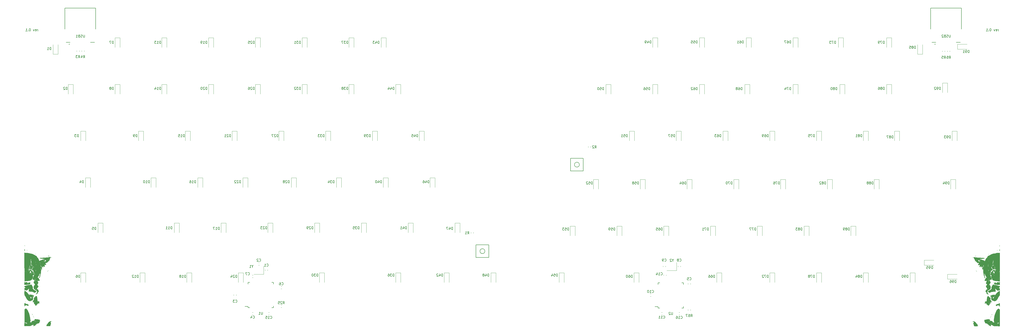
<source format=gbo>
G04 #@! TF.GenerationSoftware,KiCad,Pcbnew,5.1.5*
G04 #@! TF.CreationDate,2020-01-26T19:39:01+01:00*
G04 #@! TF.ProjectId,k8split,6b387370-6c69-4742-9e6b-696361645f70,rev?*
G04 #@! TF.SameCoordinates,Original*
G04 #@! TF.FileFunction,Legend,Bot*
G04 #@! TF.FilePolarity,Positive*
%FSLAX46Y46*%
G04 Gerber Fmt 4.6, Leading zero omitted, Abs format (unit mm)*
G04 Created by KiCad (PCBNEW 5.1.5) date 2020-01-26 19:39:01*
%MOMM*%
%LPD*%
G04 APERTURE LIST*
%ADD10C,0.150000*%
%ADD11C,0.120000*%
%ADD12C,0.010000*%
%ADD13C,0.200000*%
%ADD14C,0.127000*%
G04 APERTURE END LIST*
D10*
X330112380Y-24836380D02*
X330112380Y-24169714D01*
X330112380Y-24360190D02*
X330064761Y-24264952D01*
X330017142Y-24217333D01*
X329921904Y-24169714D01*
X329826666Y-24169714D01*
X329112380Y-24788761D02*
X329207619Y-24836380D01*
X329398095Y-24836380D01*
X329493333Y-24788761D01*
X329540952Y-24693523D01*
X329540952Y-24312571D01*
X329493333Y-24217333D01*
X329398095Y-24169714D01*
X329207619Y-24169714D01*
X329112380Y-24217333D01*
X329064761Y-24312571D01*
X329064761Y-24407809D01*
X329540952Y-24503047D01*
X328731428Y-24169714D02*
X328493333Y-24836380D01*
X328255238Y-24169714D01*
X326921904Y-23836380D02*
X326826666Y-23836380D01*
X326731428Y-23884000D01*
X326683809Y-23931619D01*
X326636190Y-24026857D01*
X326588571Y-24217333D01*
X326588571Y-24455428D01*
X326636190Y-24645904D01*
X326683809Y-24741142D01*
X326731428Y-24788761D01*
X326826666Y-24836380D01*
X326921904Y-24836380D01*
X327017142Y-24788761D01*
X327064761Y-24741142D01*
X327112380Y-24645904D01*
X327160000Y-24455428D01*
X327160000Y-24217333D01*
X327112380Y-24026857D01*
X327064761Y-23931619D01*
X327017142Y-23884000D01*
X326921904Y-23836380D01*
X326160000Y-24741142D02*
X326112380Y-24788761D01*
X326160000Y-24836380D01*
X326207619Y-24788761D01*
X326160000Y-24741142D01*
X326160000Y-24836380D01*
X325160000Y-24836380D02*
X325731428Y-24836380D01*
X325445714Y-24836380D02*
X325445714Y-23836380D01*
X325540952Y-23979238D01*
X325636190Y-24074476D01*
X325731428Y-24122095D01*
X-61047619Y-24836380D02*
X-61047619Y-24169714D01*
X-61047619Y-24360190D02*
X-61095238Y-24264952D01*
X-61142857Y-24217333D01*
X-61238095Y-24169714D01*
X-61333333Y-24169714D01*
X-62047619Y-24788761D02*
X-61952380Y-24836380D01*
X-61761904Y-24836380D01*
X-61666666Y-24788761D01*
X-61619047Y-24693523D01*
X-61619047Y-24312571D01*
X-61666666Y-24217333D01*
X-61761904Y-24169714D01*
X-61952380Y-24169714D01*
X-62047619Y-24217333D01*
X-62095238Y-24312571D01*
X-62095238Y-24407809D01*
X-61619047Y-24503047D01*
X-62428571Y-24169714D02*
X-62666666Y-24836380D01*
X-62904761Y-24169714D01*
X-64238095Y-23836380D02*
X-64333333Y-23836380D01*
X-64428571Y-23884000D01*
X-64476190Y-23931619D01*
X-64523809Y-24026857D01*
X-64571428Y-24217333D01*
X-64571428Y-24455428D01*
X-64523809Y-24645904D01*
X-64476190Y-24741142D01*
X-64428571Y-24788761D01*
X-64333333Y-24836380D01*
X-64238095Y-24836380D01*
X-64142857Y-24788761D01*
X-64095238Y-24741142D01*
X-64047619Y-24645904D01*
X-64000000Y-24455428D01*
X-64000000Y-24217333D01*
X-64047619Y-24026857D01*
X-64095238Y-23931619D01*
X-64142857Y-23884000D01*
X-64238095Y-23836380D01*
X-65000000Y-24741142D02*
X-65047619Y-24788761D01*
X-65000000Y-24836380D01*
X-64952380Y-24788761D01*
X-65000000Y-24741142D01*
X-65000000Y-24836380D01*
X-66000000Y-24836380D02*
X-65428571Y-24836380D01*
X-65714285Y-24836380D02*
X-65714285Y-23836380D01*
X-65619047Y-23979238D01*
X-65523809Y-24074476D01*
X-65428571Y-24122095D01*
D11*
X203706000Y-138846779D02*
X203706000Y-138521221D01*
X204726000Y-138846779D02*
X204726000Y-138521221D01*
X38262779Y-137670000D02*
X37937221Y-137670000D01*
X38262779Y-136650000D02*
X37937221Y-136650000D01*
X309344600Y-33258979D02*
X309344600Y-32933421D01*
X310364600Y-33258979D02*
X310364600Y-32933421D01*
X307312600Y-33258979D02*
X307312600Y-32933421D01*
X308332600Y-33258979D02*
X308332600Y-32933421D01*
X-43182000Y-33182779D02*
X-43182000Y-32857221D01*
X-42162000Y-33182779D02*
X-42162000Y-32857221D01*
X-45214000Y-33182779D02*
X-45214000Y-32857221D01*
X-44194000Y-33182779D02*
X-44194000Y-32857221D01*
X163066000Y-72298779D02*
X163066000Y-71973221D01*
X164086000Y-72298779D02*
X164086000Y-71973221D01*
X115314000Y-107350779D02*
X115314000Y-107025221D01*
X116334000Y-107350779D02*
X116334000Y-107025221D01*
D10*
X159496000Y-79375000D02*
G75*
G03X159496000Y-79375000I-1000000J0D01*
G01*
X155896000Y-76775000D02*
X155896000Y-81975000D01*
X161096000Y-76775000D02*
X155896000Y-76775000D01*
X161096000Y-81975000D02*
X161096000Y-76775000D01*
X155896000Y-81975000D02*
X161096000Y-81975000D01*
D12*
G36*
X330593812Y-112421335D02*
G01*
X330503631Y-112500040D01*
X330496063Y-112519083D01*
X330536244Y-112553882D01*
X330619900Y-112475907D01*
X330631148Y-112458671D01*
X330641127Y-112400734D01*
X330593812Y-112421335D01*
G37*
X330593812Y-112421335D02*
X330503631Y-112500040D01*
X330496063Y-112519083D01*
X330536244Y-112553882D01*
X330619900Y-112475907D01*
X330631148Y-112458671D01*
X330641127Y-112400734D01*
X330593812Y-112421335D01*
G36*
X329564730Y-114292087D02*
G01*
X329607063Y-114334420D01*
X329649396Y-114292087D01*
X329607063Y-114249753D01*
X329564730Y-114292087D01*
G37*
X329564730Y-114292087D02*
X329607063Y-114334420D01*
X329649396Y-114292087D01*
X329607063Y-114249753D01*
X329564730Y-114292087D01*
G36*
X330601816Y-113985363D02*
G01*
X330569549Y-114168053D01*
X330564661Y-114207420D01*
X330558711Y-114402361D01*
X330588607Y-114500843D01*
X330597731Y-114503753D01*
X330642469Y-114429274D01*
X330664817Y-114246152D01*
X330665396Y-114207420D01*
X330657077Y-114011419D01*
X330636625Y-113913597D01*
X330632326Y-113911087D01*
X330601816Y-113985363D01*
G37*
X330601816Y-113985363D02*
X330569549Y-114168053D01*
X330564661Y-114207420D01*
X330558711Y-114402361D01*
X330588607Y-114500843D01*
X330597731Y-114503753D01*
X330642469Y-114429274D01*
X330664817Y-114246152D01*
X330665396Y-114207420D01*
X330657077Y-114011419D01*
X330636625Y-113913597D01*
X330632326Y-113911087D01*
X330601816Y-113985363D01*
G36*
X326093396Y-115900753D02*
G01*
X326135730Y-115943087D01*
X326178063Y-115900753D01*
X326135730Y-115858420D01*
X326093396Y-115900753D01*
G37*
X326093396Y-115900753D02*
X326135730Y-115943087D01*
X326178063Y-115900753D01*
X326135730Y-115858420D01*
X326093396Y-115900753D01*
G36*
X326008730Y-116578087D02*
G01*
X326051063Y-116620420D01*
X326093396Y-116578087D01*
X326051063Y-116535753D01*
X326008730Y-116578087D01*
G37*
X326008730Y-116578087D02*
X326051063Y-116620420D01*
X326093396Y-116578087D01*
X326051063Y-116535753D01*
X326008730Y-116578087D01*
G36*
X320610243Y-116646914D02*
G01*
X320590451Y-116669800D01*
X320712037Y-116682641D01*
X320801730Y-116683735D01*
X320965694Y-116675399D01*
X320990570Y-116656276D01*
X320948909Y-116645205D01*
X320728299Y-116631574D01*
X320610243Y-116646914D01*
G37*
X320610243Y-116646914D02*
X320590451Y-116669800D01*
X320712037Y-116682641D01*
X320801730Y-116683735D01*
X320965694Y-116675399D01*
X320990570Y-116656276D01*
X320948909Y-116645205D01*
X320728299Y-116631574D01*
X320610243Y-116646914D01*
G36*
X319658730Y-117255420D02*
G01*
X319701063Y-117297753D01*
X319743396Y-117255420D01*
X319701063Y-117213087D01*
X319658730Y-117255420D01*
G37*
X319658730Y-117255420D02*
X319701063Y-117297753D01*
X319743396Y-117255420D01*
X319701063Y-117213087D01*
X319658730Y-117255420D01*
G36*
X320505396Y-118610087D02*
G01*
X320547730Y-118652420D01*
X320590063Y-118610087D01*
X320547730Y-118567753D01*
X320505396Y-118610087D01*
G37*
X320505396Y-118610087D02*
X320547730Y-118652420D01*
X320590063Y-118610087D01*
X320547730Y-118567753D01*
X320505396Y-118610087D01*
G36*
X327956063Y-118694753D02*
G01*
X327998396Y-118737087D01*
X328040730Y-118694753D01*
X327998396Y-118652420D01*
X327956063Y-118694753D01*
G37*
X327956063Y-118694753D02*
X327998396Y-118737087D01*
X328040730Y-118694753D01*
X327998396Y-118652420D01*
X327956063Y-118694753D01*
G36*
X327903294Y-119668420D02*
G01*
X327831438Y-120032138D01*
X327809582Y-120255963D01*
X327838728Y-120362091D01*
X327919879Y-120372718D01*
X327934896Y-120368038D01*
X327997302Y-120270104D01*
X328028502Y-120023461D01*
X328032228Y-119724864D01*
X328023727Y-119118087D01*
X327903294Y-119668420D01*
G37*
X327903294Y-119668420D02*
X327831438Y-120032138D01*
X327809582Y-120255963D01*
X327838728Y-120362091D01*
X327919879Y-120372718D01*
X327934896Y-120368038D01*
X327997302Y-120270104D01*
X328028502Y-120023461D01*
X328032228Y-119724864D01*
X328023727Y-119118087D01*
X327903294Y-119668420D01*
G36*
X320189025Y-117488253D02*
G01*
X320325971Y-117752372D01*
X320427539Y-117996069D01*
X320450269Y-118071301D01*
X320549619Y-118291714D01*
X320733870Y-118561303D01*
X320958737Y-118819769D01*
X321086682Y-118937826D01*
X321221490Y-119062270D01*
X321398570Y-119240439D01*
X321421183Y-119264142D01*
X321640066Y-119494864D01*
X321751364Y-119230164D01*
X321839511Y-119068908D01*
X321911295Y-119017028D01*
X321919218Y-119022019D01*
X321918652Y-119119846D01*
X321875585Y-119178764D01*
X321773040Y-119340866D01*
X321805916Y-119450935D01*
X321959166Y-119470427D01*
X321987063Y-119464319D01*
X322145641Y-119449284D01*
X322197326Y-119532131D01*
X322198730Y-119566175D01*
X322143607Y-119739514D01*
X322029396Y-119902915D01*
X321885012Y-120100729D01*
X321859268Y-120237568D01*
X321948766Y-120288130D01*
X322077242Y-120258991D01*
X322323376Y-120180104D01*
X322457759Y-120194696D01*
X322504911Y-120325853D01*
X322489350Y-120596660D01*
X322484146Y-120642087D01*
X322469635Y-120935301D01*
X322505021Y-121092933D01*
X322582601Y-121104728D01*
X322694672Y-120960428D01*
X322706730Y-120938420D01*
X322851024Y-120802589D01*
X322974292Y-120769087D01*
X323093922Y-120793497D01*
X323119817Y-120899485D01*
X323100430Y-121023087D01*
X323068365Y-121214438D01*
X323096951Y-121259421D01*
X323212188Y-121170301D01*
X323279891Y-121107753D01*
X323447100Y-120983450D01*
X323571023Y-120935727D01*
X323791697Y-120850057D01*
X323957595Y-120611372D01*
X324058711Y-120249667D01*
X324246042Y-119491287D01*
X324456837Y-118993091D01*
X324543735Y-118798429D01*
X324161071Y-118798429D01*
X324049041Y-118810503D01*
X324034972Y-118811156D01*
X323810655Y-118790910D01*
X323520235Y-118727480D01*
X323393513Y-118689818D01*
X323019923Y-118609261D01*
X322612374Y-118582836D01*
X322530938Y-118585868D01*
X322281851Y-118612020D01*
X322200764Y-118650705D01*
X322287855Y-118703154D01*
X322543307Y-118770598D01*
X322558563Y-118773961D01*
X322747490Y-118835699D01*
X322776465Y-118893362D01*
X322654658Y-118934397D01*
X322432302Y-118946800D01*
X322187039Y-118926437D01*
X322069232Y-118858959D01*
X322045138Y-118798633D01*
X321978714Y-118673886D01*
X321928647Y-118652420D01*
X321875893Y-118585296D01*
X321884595Y-118483087D01*
X321880651Y-118347844D01*
X321767163Y-118313753D01*
X321591927Y-118274912D01*
X321355959Y-118178282D01*
X321289510Y-118144420D01*
X321122180Y-118043236D01*
X321063506Y-117982706D01*
X321081129Y-117975087D01*
X321230898Y-118017408D01*
X321376209Y-118092909D01*
X321572751Y-118175573D01*
X321851281Y-118247483D01*
X321978340Y-118269296D01*
X322250746Y-118317470D01*
X322466798Y-118372556D01*
X322528674Y-118396501D01*
X322610956Y-118430834D01*
X322740613Y-118469819D01*
X322944198Y-118519769D01*
X323248264Y-118586995D01*
X323679364Y-118677808D01*
X323934396Y-118730636D01*
X324126209Y-118774490D01*
X324161071Y-118798429D01*
X324543735Y-118798429D01*
X324552496Y-118778805D01*
X324550175Y-118674578D01*
X324478682Y-118652420D01*
X324349867Y-118597956D01*
X324260968Y-118525420D01*
X324077744Y-118419060D01*
X323965116Y-118398420D01*
X323756232Y-118357704D01*
X323611330Y-118296675D01*
X323443766Y-118227131D01*
X323165482Y-118134065D01*
X322830020Y-118035093D01*
X322749063Y-118012985D01*
X322282895Y-117887763D01*
X320928730Y-117887763D01*
X320866669Y-117934347D01*
X320801730Y-117921038D01*
X320690328Y-117860942D01*
X320674730Y-117839028D01*
X320743867Y-117809431D01*
X320801730Y-117805753D01*
X320914423Y-117850062D01*
X320928730Y-117887763D01*
X322282895Y-117887763D01*
X322071730Y-117831040D01*
X323033839Y-117768304D01*
X323454375Y-117733342D01*
X323470420Y-117731453D01*
X320590063Y-117731453D01*
X320539916Y-117738152D01*
X320434841Y-117657587D01*
X320327344Y-117535166D01*
X320305795Y-117476188D01*
X320380364Y-117490571D01*
X320492660Y-117581458D01*
X320577839Y-117690622D01*
X320590063Y-117731453D01*
X323470420Y-117731453D01*
X323842769Y-117687618D01*
X324149700Y-117637681D01*
X324300591Y-117600099D01*
X324423926Y-117553624D01*
X324464988Y-117520109D01*
X324404566Y-117494240D01*
X324223447Y-117470707D01*
X323902423Y-117444196D01*
X323677148Y-117427710D01*
X323183691Y-117395225D01*
X322644700Y-117364645D01*
X322147056Y-117340735D01*
X321953404Y-117333200D01*
X321571232Y-117311499D01*
X321225826Y-117276939D01*
X320971664Y-117235547D01*
X320903603Y-117217014D01*
X320642109Y-117156927D01*
X320343853Y-117128722D01*
X320315384Y-117128420D01*
X319981306Y-117128420D01*
X320189025Y-117488253D01*
G37*
X320189025Y-117488253D02*
X320325971Y-117752372D01*
X320427539Y-117996069D01*
X320450269Y-118071301D01*
X320549619Y-118291714D01*
X320733870Y-118561303D01*
X320958737Y-118819769D01*
X321086682Y-118937826D01*
X321221490Y-119062270D01*
X321398570Y-119240439D01*
X321421183Y-119264142D01*
X321640066Y-119494864D01*
X321751364Y-119230164D01*
X321839511Y-119068908D01*
X321911295Y-119017028D01*
X321919218Y-119022019D01*
X321918652Y-119119846D01*
X321875585Y-119178764D01*
X321773040Y-119340866D01*
X321805916Y-119450935D01*
X321959166Y-119470427D01*
X321987063Y-119464319D01*
X322145641Y-119449284D01*
X322197326Y-119532131D01*
X322198730Y-119566175D01*
X322143607Y-119739514D01*
X322029396Y-119902915D01*
X321885012Y-120100729D01*
X321859268Y-120237568D01*
X321948766Y-120288130D01*
X322077242Y-120258991D01*
X322323376Y-120180104D01*
X322457759Y-120194696D01*
X322504911Y-120325853D01*
X322489350Y-120596660D01*
X322484146Y-120642087D01*
X322469635Y-120935301D01*
X322505021Y-121092933D01*
X322582601Y-121104728D01*
X322694672Y-120960428D01*
X322706730Y-120938420D01*
X322851024Y-120802589D01*
X322974292Y-120769087D01*
X323093922Y-120793497D01*
X323119817Y-120899485D01*
X323100430Y-121023087D01*
X323068365Y-121214438D01*
X323096951Y-121259421D01*
X323212188Y-121170301D01*
X323279891Y-121107753D01*
X323447100Y-120983450D01*
X323571023Y-120935727D01*
X323791697Y-120850057D01*
X323957595Y-120611372D01*
X324058711Y-120249667D01*
X324246042Y-119491287D01*
X324456837Y-118993091D01*
X324543735Y-118798429D01*
X324161071Y-118798429D01*
X324049041Y-118810503D01*
X324034972Y-118811156D01*
X323810655Y-118790910D01*
X323520235Y-118727480D01*
X323393513Y-118689818D01*
X323019923Y-118609261D01*
X322612374Y-118582836D01*
X322530938Y-118585868D01*
X322281851Y-118612020D01*
X322200764Y-118650705D01*
X322287855Y-118703154D01*
X322543307Y-118770598D01*
X322558563Y-118773961D01*
X322747490Y-118835699D01*
X322776465Y-118893362D01*
X322654658Y-118934397D01*
X322432302Y-118946800D01*
X322187039Y-118926437D01*
X322069232Y-118858959D01*
X322045138Y-118798633D01*
X321978714Y-118673886D01*
X321928647Y-118652420D01*
X321875893Y-118585296D01*
X321884595Y-118483087D01*
X321880651Y-118347844D01*
X321767163Y-118313753D01*
X321591927Y-118274912D01*
X321355959Y-118178282D01*
X321289510Y-118144420D01*
X321122180Y-118043236D01*
X321063506Y-117982706D01*
X321081129Y-117975087D01*
X321230898Y-118017408D01*
X321376209Y-118092909D01*
X321572751Y-118175573D01*
X321851281Y-118247483D01*
X321978340Y-118269296D01*
X322250746Y-118317470D01*
X322466798Y-118372556D01*
X322528674Y-118396501D01*
X322610956Y-118430834D01*
X322740613Y-118469819D01*
X322944198Y-118519769D01*
X323248264Y-118586995D01*
X323679364Y-118677808D01*
X323934396Y-118730636D01*
X324126209Y-118774490D01*
X324161071Y-118798429D01*
X324543735Y-118798429D01*
X324552496Y-118778805D01*
X324550175Y-118674578D01*
X324478682Y-118652420D01*
X324349867Y-118597956D01*
X324260968Y-118525420D01*
X324077744Y-118419060D01*
X323965116Y-118398420D01*
X323756232Y-118357704D01*
X323611330Y-118296675D01*
X323443766Y-118227131D01*
X323165482Y-118134065D01*
X322830020Y-118035093D01*
X322749063Y-118012985D01*
X322282895Y-117887763D01*
X320928730Y-117887763D01*
X320866669Y-117934347D01*
X320801730Y-117921038D01*
X320690328Y-117860942D01*
X320674730Y-117839028D01*
X320743867Y-117809431D01*
X320801730Y-117805753D01*
X320914423Y-117850062D01*
X320928730Y-117887763D01*
X322282895Y-117887763D01*
X322071730Y-117831040D01*
X323033839Y-117768304D01*
X323454375Y-117733342D01*
X323470420Y-117731453D01*
X320590063Y-117731453D01*
X320539916Y-117738152D01*
X320434841Y-117657587D01*
X320327344Y-117535166D01*
X320305795Y-117476188D01*
X320380364Y-117490571D01*
X320492660Y-117581458D01*
X320577839Y-117690622D01*
X320590063Y-117731453D01*
X323470420Y-117731453D01*
X323842769Y-117687618D01*
X324149700Y-117637681D01*
X324300591Y-117600099D01*
X324423926Y-117553624D01*
X324464988Y-117520109D01*
X324404566Y-117494240D01*
X324223447Y-117470707D01*
X323902423Y-117444196D01*
X323677148Y-117427710D01*
X323183691Y-117395225D01*
X322644700Y-117364645D01*
X322147056Y-117340735D01*
X321953404Y-117333200D01*
X321571232Y-117311499D01*
X321225826Y-117276939D01*
X320971664Y-117235547D01*
X320903603Y-117217014D01*
X320642109Y-117156927D01*
X320343853Y-117128722D01*
X320315384Y-117128420D01*
X319981306Y-117128420D01*
X320189025Y-117488253D01*
G36*
X327511321Y-120668493D02*
G01*
X327487165Y-120687101D01*
X327407665Y-120805047D01*
X327393614Y-121002165D01*
X327414231Y-121184302D01*
X327474727Y-121533769D01*
X327527338Y-121718205D01*
X327569454Y-121736802D01*
X327598465Y-121588752D01*
X327611761Y-121273246D01*
X327612030Y-121245553D01*
X327611263Y-120915718D01*
X327598293Y-120727800D01*
X327567015Y-120654494D01*
X327511321Y-120668493D01*
G37*
X327511321Y-120668493D02*
X327487165Y-120687101D01*
X327407665Y-120805047D01*
X327393614Y-121002165D01*
X327414231Y-121184302D01*
X327474727Y-121533769D01*
X327527338Y-121718205D01*
X327569454Y-121736802D01*
X327598465Y-121588752D01*
X327611761Y-121273246D01*
X327612030Y-121245553D01*
X327611263Y-120915718D01*
X327598293Y-120727800D01*
X327567015Y-120654494D01*
X327511321Y-120668493D01*
G36*
X327857760Y-120487093D02*
G01*
X327771324Y-120664575D01*
X327723131Y-120956220D01*
X327719398Y-121300084D01*
X327744396Y-121827893D01*
X328040730Y-121729952D01*
X328230668Y-121638476D01*
X328322607Y-121537204D01*
X328324288Y-121518048D01*
X328281306Y-121283149D01*
X328207858Y-121007305D01*
X328120873Y-120742158D01*
X328037279Y-120539348D01*
X327974378Y-120450636D01*
X327857760Y-120487093D01*
G37*
X327857760Y-120487093D02*
X327771324Y-120664575D01*
X327723131Y-120956220D01*
X327719398Y-121300084D01*
X327744396Y-121827893D01*
X328040730Y-121729952D01*
X328230668Y-121638476D01*
X328322607Y-121537204D01*
X328324288Y-121518048D01*
X328281306Y-121283149D01*
X328207858Y-121007305D01*
X328120873Y-120742158D01*
X328037279Y-120539348D01*
X327974378Y-120450636D01*
X327857760Y-120487093D01*
G36*
X328661619Y-121982642D02*
G01*
X328651486Y-122083122D01*
X328661619Y-122095531D01*
X328711953Y-122083909D01*
X328718063Y-122039087D01*
X328687085Y-121969396D01*
X328661619Y-121982642D01*
G37*
X328661619Y-121982642D02*
X328651486Y-122083122D01*
X328661619Y-122095531D01*
X328711953Y-122083909D01*
X328718063Y-122039087D01*
X328687085Y-121969396D01*
X328661619Y-121982642D01*
G36*
X323742982Y-120966715D02*
G01*
X323677657Y-121057719D01*
X323580999Y-121336929D01*
X323569871Y-121707231D01*
X323608419Y-122008178D01*
X323671131Y-122162517D01*
X323743454Y-122164769D01*
X323810836Y-122009456D01*
X323846373Y-121811326D01*
X323885302Y-121499773D01*
X323921796Y-121207834D01*
X323931665Y-121128920D01*
X323930958Y-120919729D01*
X323864533Y-120864670D01*
X323742982Y-120966715D01*
G37*
X323742982Y-120966715D02*
X323677657Y-121057719D01*
X323580999Y-121336929D01*
X323569871Y-121707231D01*
X323608419Y-122008178D01*
X323671131Y-122162517D01*
X323743454Y-122164769D01*
X323810836Y-122009456D01*
X323846373Y-121811326D01*
X323885302Y-121499773D01*
X323921796Y-121207834D01*
X323931665Y-121128920D01*
X323930958Y-120919729D01*
X323864533Y-120864670D01*
X323742982Y-120966715D01*
G36*
X328665375Y-121406097D02*
G01*
X328684970Y-121531087D01*
X328739760Y-121735404D01*
X328804191Y-121850282D01*
X328813554Y-121855818D01*
X328854100Y-121935856D01*
X328846523Y-121952058D01*
X328867064Y-122053850D01*
X328930662Y-122124527D01*
X329033183Y-122192046D01*
X329056730Y-122187311D01*
X329023651Y-122094163D01*
X328937878Y-121895376D01*
X328844006Y-121690111D01*
X328730576Y-121454251D01*
X328674523Y-121363070D01*
X328665375Y-121406097D01*
G37*
X328665375Y-121406097D02*
X328684970Y-121531087D01*
X328739760Y-121735404D01*
X328804191Y-121850282D01*
X328813554Y-121855818D01*
X328854100Y-121935856D01*
X328846523Y-121952058D01*
X328867064Y-122053850D01*
X328930662Y-122124527D01*
X329033183Y-122192046D01*
X329056730Y-122187311D01*
X329023651Y-122094163D01*
X328937878Y-121895376D01*
X328844006Y-121690111D01*
X328730576Y-121454251D01*
X328674523Y-121363070D01*
X328665375Y-121406097D01*
G36*
X327345542Y-121684408D02*
G01*
X327285531Y-121810580D01*
X327238499Y-122022446D01*
X327209868Y-122264104D01*
X327205059Y-122479653D01*
X327229495Y-122613193D01*
X327253651Y-122631753D01*
X327349113Y-122565055D01*
X327444447Y-122426844D01*
X327497501Y-122251865D01*
X327510110Y-122040591D01*
X327488644Y-121840847D01*
X327439474Y-121700459D01*
X327368972Y-121667255D01*
X327345542Y-121684408D01*
G37*
X327345542Y-121684408D02*
X327285531Y-121810580D01*
X327238499Y-122022446D01*
X327209868Y-122264104D01*
X327205059Y-122479653D01*
X327229495Y-122613193D01*
X327253651Y-122631753D01*
X327349113Y-122565055D01*
X327444447Y-122426844D01*
X327497501Y-122251865D01*
X327510110Y-122040591D01*
X327488644Y-121840847D01*
X327439474Y-121700459D01*
X327368972Y-121667255D01*
X327345542Y-121684408D01*
G36*
X321041619Y-122575309D02*
G01*
X321031486Y-122675788D01*
X321041619Y-122688198D01*
X321091953Y-122676575D01*
X321098063Y-122631753D01*
X321067085Y-122562063D01*
X321041619Y-122575309D01*
G37*
X321041619Y-122575309D02*
X321031486Y-122675788D01*
X321041619Y-122688198D01*
X321091953Y-122676575D01*
X321098063Y-122631753D01*
X321067085Y-122562063D01*
X321041619Y-122575309D01*
G36*
X321182730Y-122928087D02*
G01*
X321225063Y-122970420D01*
X321267396Y-122928087D01*
X321225063Y-122885753D01*
X321182730Y-122928087D01*
G37*
X321182730Y-122928087D02*
X321225063Y-122970420D01*
X321267396Y-122928087D01*
X321225063Y-122885753D01*
X321182730Y-122928087D01*
G36*
X326855396Y-124113420D02*
G01*
X326897730Y-124155753D01*
X326940063Y-124113420D01*
X326897730Y-124071087D01*
X326855396Y-124113420D01*
G37*
X326855396Y-124113420D02*
X326897730Y-124155753D01*
X326940063Y-124113420D01*
X326897730Y-124071087D01*
X326855396Y-124113420D01*
G36*
X326868478Y-124359335D02*
G01*
X326777585Y-124444585D01*
X326796230Y-124493596D01*
X326808066Y-124494420D01*
X326879679Y-124434283D01*
X326905815Y-124396671D01*
X326915794Y-124338734D01*
X326868478Y-124359335D01*
G37*
X326868478Y-124359335D02*
X326777585Y-124444585D01*
X326796230Y-124493596D01*
X326808066Y-124494420D01*
X326879679Y-124434283D01*
X326905815Y-124396671D01*
X326915794Y-124338734D01*
X326868478Y-124359335D01*
G36*
X327135960Y-125480443D02*
G01*
X327151730Y-125510420D01*
X327231504Y-125591277D01*
X327246390Y-125595087D01*
X327252167Y-125540396D01*
X327236396Y-125510420D01*
X327156622Y-125429563D01*
X327141736Y-125425753D01*
X327135960Y-125480443D01*
G37*
X327135960Y-125480443D02*
X327151730Y-125510420D01*
X327231504Y-125591277D01*
X327246390Y-125595087D01*
X327252167Y-125540396D01*
X327236396Y-125510420D01*
X327156622Y-125429563D01*
X327141736Y-125425753D01*
X327135960Y-125480443D01*
G36*
X330009230Y-115379970D02*
G01*
X329693015Y-115391913D01*
X329448186Y-115411998D01*
X329319037Y-115436315D01*
X329310730Y-115441627D01*
X329215271Y-115475764D01*
X328988238Y-115531379D01*
X328664800Y-115600449D01*
X328323723Y-115666852D01*
X327847373Y-115764539D01*
X327490692Y-115862284D01*
X327204808Y-115976519D01*
X326940849Y-116123675D01*
X326913521Y-116140998D01*
X326669163Y-116285717D01*
X326482960Y-116374496D01*
X326397694Y-116388496D01*
X326349405Y-116398241D01*
X326347396Y-116418721D01*
X326281268Y-116510728D01*
X326118396Y-116633716D01*
X326080867Y-116656686D01*
X325926065Y-116734221D01*
X325867579Y-116734107D01*
X325874197Y-116717275D01*
X325898668Y-116629795D01*
X325882322Y-116620420D01*
X325821891Y-116691230D01*
X325746140Y-116862820D01*
X325742043Y-116874420D01*
X325659313Y-117050323D01*
X325580324Y-117128207D01*
X325577114Y-117128420D01*
X325503766Y-117193856D01*
X325500730Y-117219134D01*
X325446266Y-117347950D01*
X325373730Y-117436848D01*
X325274370Y-117509814D01*
X325246413Y-117494301D01*
X325216787Y-117481748D01*
X325139940Y-117592854D01*
X325032753Y-117794542D01*
X324912108Y-118053741D01*
X324794884Y-118337376D01*
X324739535Y-118487385D01*
X324633721Y-118775951D01*
X324541969Y-119003222D01*
X324485236Y-119118087D01*
X324403813Y-119287887D01*
X324313469Y-119563361D01*
X324230726Y-119882774D01*
X324172108Y-120184388D01*
X324154146Y-120355128D01*
X324134087Y-120600171D01*
X324093559Y-120934501D01*
X324047824Y-121244128D01*
X323977067Y-121873891D01*
X323953983Y-122548659D01*
X323978777Y-123196581D01*
X324040843Y-123690087D01*
X324136267Y-124152900D01*
X324246628Y-124602747D01*
X324362656Y-125009898D01*
X324475079Y-125344621D01*
X324574627Y-125577187D01*
X324652032Y-125677864D01*
X324661246Y-125679753D01*
X324674955Y-125611537D01*
X324626934Y-125440480D01*
X324596033Y-125362253D01*
X324545359Y-125184482D01*
X324491490Y-124904324D01*
X324439801Y-124565531D01*
X324395664Y-124211854D01*
X324364452Y-123887044D01*
X324351538Y-123634854D01*
X324362296Y-123499034D01*
X324366281Y-123491405D01*
X324412319Y-123535763D01*
X324495759Y-123686327D01*
X324592795Y-123891419D01*
X324679615Y-124099362D01*
X324732412Y-124258479D01*
X324738730Y-124299805D01*
X324781563Y-124460440D01*
X324879469Y-124664232D01*
X324986557Y-124818398D01*
X325002485Y-124833087D01*
X325066201Y-124939504D01*
X325114414Y-125067149D01*
X325184380Y-125197760D01*
X325243794Y-125215901D01*
X325306482Y-125252551D01*
X325364898Y-125385916D01*
X325397463Y-125544267D01*
X325382598Y-125655871D01*
X325377850Y-125661522D01*
X325338439Y-125635545D01*
X325331396Y-125569522D01*
X325289772Y-125469959D01*
X325187685Y-125490709D01*
X325059317Y-125611665D01*
X324946593Y-125795855D01*
X324812023Y-126054312D01*
X324652880Y-126325146D01*
X324640748Y-126344262D01*
X324531768Y-126537196D01*
X324520349Y-126646095D01*
X324577897Y-126706392D01*
X324741540Y-126746842D01*
X324950396Y-126732483D01*
X325158014Y-126702432D01*
X325471817Y-126671555D01*
X325828800Y-126645920D01*
X325878217Y-126643118D01*
X326199359Y-126617352D01*
X326450130Y-126581854D01*
X326586657Y-126543289D01*
X326597884Y-126533813D01*
X326710335Y-126455234D01*
X326813063Y-126419036D01*
X326878379Y-126388304D01*
X326776171Y-126370050D01*
X326712227Y-126366908D01*
X326508734Y-126335881D01*
X326391128Y-126274548D01*
X326389730Y-126272420D01*
X326272234Y-126205273D01*
X326143855Y-126187753D01*
X325940732Y-126127046D01*
X325797063Y-126018420D01*
X325714282Y-125897179D01*
X325732549Y-125849087D01*
X325836919Y-125916778D01*
X325870014Y-125976087D01*
X325985828Y-126084588D01*
X326069573Y-126101790D01*
X326169374Y-126087670D01*
X326109252Y-126028792D01*
X326093396Y-126018420D01*
X326024509Y-125949959D01*
X326072230Y-125935050D01*
X326204785Y-125989426D01*
X326352000Y-126107690D01*
X326496910Y-126213698D01*
X326688960Y-126258476D01*
X326980502Y-126256702D01*
X327248199Y-126230603D01*
X327363132Y-126187162D01*
X327355438Y-126135830D01*
X327322230Y-126018420D01*
X327096028Y-126018420D01*
X327082723Y-126138615D01*
X327053323Y-126124253D01*
X327042141Y-125950911D01*
X327053323Y-125912587D01*
X327084226Y-125901950D01*
X327096028Y-126018420D01*
X327322230Y-126018420D01*
X327311310Y-125979815D01*
X327324749Y-125912345D01*
X327297307Y-125767142D01*
X327294799Y-125764420D01*
X325585396Y-125764420D01*
X325554418Y-125834110D01*
X325528952Y-125820864D01*
X325518819Y-125720385D01*
X325528952Y-125707975D01*
X325579286Y-125719598D01*
X325585396Y-125764420D01*
X327294799Y-125764420D01*
X327155157Y-125612909D01*
X327029614Y-125485919D01*
X327027955Y-125415183D01*
X326833397Y-125415183D01*
X326771375Y-125374604D01*
X326760224Y-125363664D01*
X326693347Y-125252656D01*
X326702415Y-125211846D01*
X326765396Y-125237254D01*
X326807620Y-125316268D01*
X326833397Y-125415183D01*
X327027955Y-125415183D01*
X327027868Y-125411479D01*
X327036393Y-125407754D01*
X327064156Y-125320698D01*
X327034825Y-125139140D01*
X327018817Y-125087087D01*
X326601396Y-125087087D01*
X326570418Y-125156777D01*
X326544952Y-125143531D01*
X326534819Y-125043051D01*
X326544952Y-125030642D01*
X326595286Y-125042264D01*
X326601396Y-125087087D01*
X327018817Y-125087087D01*
X326967388Y-124919857D01*
X326964325Y-124912769D01*
X326431542Y-124912769D01*
X326399712Y-124939302D01*
X326322026Y-124834492D01*
X326304542Y-124802242D01*
X326217625Y-124619017D01*
X326180747Y-124508198D01*
X326180756Y-124505909D01*
X326215027Y-124496541D01*
X326288526Y-124588128D01*
X326368891Y-124728168D01*
X326423762Y-124864159D01*
X326431542Y-124912769D01*
X326964325Y-124912769D01*
X326880836Y-124719624D01*
X326794159Y-124595218D01*
X326759227Y-124579087D01*
X326694268Y-124510344D01*
X326686063Y-124452087D01*
X326640346Y-124339415D01*
X326601396Y-124325087D01*
X326524777Y-124257185D01*
X326516730Y-124207145D01*
X326448435Y-124076440D01*
X326389730Y-124040469D01*
X326293440Y-123927468D01*
X326272551Y-123798577D01*
X326286527Y-123681423D01*
X326313466Y-123726580D01*
X326321661Y-123756536D01*
X326396638Y-123909414D01*
X326527220Y-124082460D01*
X326671352Y-124229905D01*
X326786980Y-124305979D01*
X326822454Y-124301584D01*
X326808350Y-124209699D01*
X326712856Y-124039697D01*
X326664335Y-123970814D01*
X326414555Y-123584859D01*
X326245767Y-123221412D01*
X326178451Y-122925320D01*
X326178063Y-122906020D01*
X326143934Y-122754799D01*
X326072230Y-122738915D01*
X325986328Y-122701726D01*
X325955237Y-122557474D01*
X325944735Y-122380920D01*
X325925369Y-122082908D01*
X325900267Y-121710887D01*
X325881977Y-121446420D01*
X325857293Y-120950858D01*
X325864945Y-120555803D01*
X325908471Y-120194892D01*
X325963218Y-119922420D01*
X326048572Y-119535520D01*
X326132342Y-119141447D01*
X326193897Y-118838061D01*
X326248135Y-118598002D01*
X326296225Y-118451152D01*
X326319731Y-118427199D01*
X326330211Y-118492439D01*
X326312436Y-118652583D01*
X326263276Y-118924963D01*
X326179601Y-119326908D01*
X326058279Y-119875749D01*
X326057311Y-119880055D01*
X325961093Y-120520715D01*
X325934220Y-121223107D01*
X325979145Y-121893401D01*
X326000886Y-122039087D01*
X326065157Y-122420087D01*
X326163943Y-122181741D01*
X326234583Y-121988859D01*
X326262730Y-121869238D01*
X326324111Y-121760389D01*
X326349427Y-121741498D01*
X326369288Y-121782197D01*
X326332490Y-121942372D01*
X326265992Y-122135667D01*
X326167584Y-122451499D01*
X326161153Y-122636119D01*
X326179295Y-122666852D01*
X326241291Y-122807680D01*
X326262730Y-122987353D01*
X326285609Y-123158283D01*
X326336813Y-123224420D01*
X326406319Y-123296961D01*
X326461922Y-123457253D01*
X326554400Y-123697896D01*
X326681222Y-123901753D01*
X326849497Y-124113420D01*
X326781247Y-123859420D01*
X326767361Y-123513607D01*
X326883479Y-123123646D01*
X326986592Y-122928087D01*
X327043602Y-122762576D01*
X327097137Y-122485270D01*
X327136343Y-122153546D01*
X327138739Y-122123753D01*
X327171670Y-121756913D01*
X327210772Y-121407452D01*
X327247279Y-121152914D01*
X327306838Y-120817076D01*
X326957907Y-121183878D01*
X326763814Y-121396554D01*
X326620973Y-121569083D01*
X326569537Y-121646717D01*
X326532564Y-121676961D01*
X326523414Y-121624874D01*
X326578302Y-121518264D01*
X326731180Y-121329203D01*
X326955048Y-121089482D01*
X327098673Y-120947541D01*
X327680615Y-120388087D01*
X327733761Y-119652533D01*
X327769950Y-119285075D01*
X327819360Y-118955969D01*
X327872953Y-118722070D01*
X327888538Y-118678866D01*
X327946685Y-118484080D01*
X328010777Y-118178431D01*
X328069164Y-117819471D01*
X328082412Y-117721087D01*
X328113668Y-117488431D01*
X328135905Y-117359606D01*
X328149822Y-117345704D01*
X328156120Y-117457817D01*
X328155500Y-117707036D01*
X328148662Y-118104452D01*
X328137783Y-118597524D01*
X328126590Y-119174193D01*
X328124088Y-119603129D01*
X328131320Y-119905760D01*
X328149327Y-120103516D01*
X328179150Y-120217823D01*
X328218988Y-120268394D01*
X328282850Y-120331390D01*
X328233346Y-120344457D01*
X328171585Y-120418829D01*
X328184347Y-120630113D01*
X328269363Y-120964295D01*
X328391110Y-121319420D01*
X328490166Y-121606587D01*
X328540283Y-121797163D01*
X328537691Y-121870463D01*
X328480183Y-121808269D01*
X328352596Y-121745425D01*
X328152787Y-121770531D01*
X327938560Y-121863060D01*
X327767720Y-122002487D01*
X327718728Y-122078657D01*
X327623782Y-122287041D01*
X327956138Y-122113807D01*
X328174288Y-122018554D01*
X328332985Y-121982306D01*
X328366686Y-121988897D01*
X328477284Y-121973883D01*
X328548030Y-121912929D01*
X328595103Y-121810106D01*
X328598281Y-121641541D01*
X328555654Y-121369899D01*
X328509003Y-121149558D01*
X328446146Y-120831232D01*
X328409458Y-120571649D01*
X328405483Y-120419279D01*
X328408758Y-120406950D01*
X328445579Y-120381779D01*
X328457379Y-120450779D01*
X328504531Y-120650959D01*
X328629871Y-120982312D01*
X328826841Y-121429407D01*
X329088885Y-121976815D01*
X329204409Y-122208420D01*
X329339802Y-122488344D01*
X329418451Y-122674674D01*
X329432400Y-122746575D01*
X329398413Y-122716420D01*
X329279631Y-122542726D01*
X329227992Y-122418699D01*
X329227946Y-122417386D01*
X329156869Y-122343045D01*
X329000087Y-122314291D01*
X328836083Y-122335285D01*
X328751511Y-122392131D01*
X328742811Y-122448700D01*
X328789648Y-122428171D01*
X328879292Y-122412354D01*
X328890758Y-122436256D01*
X328897966Y-122553170D01*
X328912925Y-122780949D01*
X328925650Y-122970420D01*
X328957179Y-123436087D01*
X328847632Y-123097420D01*
X328736588Y-122798149D01*
X328608825Y-122510962D01*
X328592739Y-122479310D01*
X328490057Y-122300873D01*
X328405635Y-122251369D01*
X328283730Y-122307423D01*
X328244062Y-122333095D01*
X328099981Y-122414194D01*
X328040730Y-122421385D01*
X327985670Y-122442321D01*
X327848100Y-122549237D01*
X327792128Y-122597952D01*
X327637282Y-122759805D01*
X327571500Y-122924619D01*
X327567501Y-123168524D01*
X327570524Y-123216354D01*
X327612212Y-123489800D01*
X327717404Y-123709322D01*
X327922786Y-123951216D01*
X327924959Y-123953476D01*
X328140468Y-124163554D01*
X328335967Y-124331227D01*
X328421730Y-124391486D01*
X328537900Y-124465505D01*
X328508293Y-124489063D01*
X328429891Y-124491845D01*
X328283415Y-124430756D01*
X328080542Y-124271177D01*
X327861513Y-124053670D01*
X327666572Y-123818794D01*
X327535958Y-123607111D01*
X327523965Y-123578741D01*
X327478929Y-123393753D01*
X327259087Y-123393753D01*
X327250260Y-123547789D01*
X327228282Y-123565942D01*
X327220367Y-123541920D01*
X327207200Y-123327186D01*
X327220367Y-123245587D01*
X327244907Y-123219236D01*
X327258268Y-123336308D01*
X327259087Y-123393753D01*
X327478929Y-123393753D01*
X327466564Y-123342964D01*
X327448063Y-123130815D01*
X327448063Y-122878900D01*
X327226094Y-123084721D01*
X327094952Y-123235295D01*
X327021443Y-123417253D01*
X326985393Y-123689627D01*
X326978254Y-123809898D01*
X326970339Y-124103571D01*
X326992869Y-124279578D01*
X327060040Y-124388804D01*
X327161327Y-124466161D01*
X327347607Y-124624305D01*
X327457910Y-124766819D01*
X327506612Y-124878602D01*
X327449489Y-124876718D01*
X327361070Y-124831841D01*
X327248751Y-124780607D01*
X327205023Y-124811363D01*
X327214650Y-124957251D01*
X327237504Y-125100599D01*
X327299659Y-125379762D01*
X327378768Y-125618722D01*
X327400036Y-125664816D01*
X327483830Y-125796963D01*
X327556992Y-125787817D01*
X327615909Y-125723879D01*
X327708608Y-125549570D01*
X327784389Y-125305118D01*
X327791043Y-125273150D01*
X327830896Y-125078048D01*
X327849954Y-125041713D01*
X327859074Y-125156564D01*
X327861660Y-125223835D01*
X327810076Y-125499859D01*
X327695279Y-125711481D01*
X327577156Y-125959951D01*
X327617507Y-126190475D01*
X327805871Y-126396730D01*
X328131789Y-126572393D01*
X328584800Y-126711141D01*
X329154444Y-126806650D01*
X329564730Y-126841558D01*
X329931935Y-126869552D01*
X330246114Y-126906068D01*
X330460950Y-126945148D01*
X330517230Y-126964088D01*
X330564140Y-126979014D01*
X330599975Y-126956495D01*
X330626216Y-126877364D01*
X330644346Y-126722453D01*
X330655847Y-126472596D01*
X330662200Y-126108626D01*
X330662269Y-126095747D01*
X330551492Y-126095747D01*
X330460694Y-126075141D01*
X330295181Y-126026320D01*
X330235138Y-126018420D01*
X330168410Y-125951456D01*
X330161830Y-125793620D01*
X330208409Y-125609496D01*
X330294476Y-125470102D01*
X330416631Y-125379404D01*
X330473889Y-125375356D01*
X330455825Y-125459154D01*
X330379143Y-125554769D01*
X330265361Y-125723366D01*
X330254810Y-125866230D01*
X330349487Y-125933167D01*
X330364066Y-125933753D01*
X330514376Y-125994772D01*
X330547289Y-126032808D01*
X330551492Y-126095747D01*
X330662269Y-126095747D01*
X330664887Y-125611374D01*
X330665396Y-125047732D01*
X330663672Y-124584190D01*
X329381943Y-124584190D01*
X329379868Y-124625234D01*
X329359456Y-124691845D01*
X329314105Y-124874690D01*
X329304046Y-124945845D01*
X329283570Y-124995294D01*
X329255720Y-124942110D01*
X329263076Y-124793511D01*
X329287523Y-124739889D01*
X329033471Y-124739889D01*
X329029894Y-124907752D01*
X328981244Y-125095681D01*
X328909450Y-125247655D01*
X328836440Y-125307655D01*
X328815302Y-125297214D01*
X328827098Y-125210339D01*
X328871874Y-125153409D01*
X328947858Y-125000811D01*
X328983593Y-124794987D01*
X328985737Y-124764747D01*
X328878957Y-124764747D01*
X328847316Y-124900820D01*
X328762436Y-125101471D01*
X328654281Y-125308377D01*
X328552817Y-125463215D01*
X328495859Y-125510420D01*
X328508021Y-125445467D01*
X328583520Y-125284455D01*
X328609768Y-125235253D01*
X328727031Y-125001894D01*
X328762421Y-124918143D01*
X328407053Y-124918143D01*
X328342062Y-125094597D01*
X328328235Y-125129420D01*
X328211492Y-125379991D01*
X328089335Y-125581462D01*
X328061509Y-125616253D01*
X327931787Y-125746058D01*
X327898869Y-125746626D01*
X327967351Y-125630748D01*
X328034585Y-125541335D01*
X328155587Y-125359929D01*
X328209847Y-125224077D01*
X328210063Y-125218851D01*
X328257976Y-125078929D01*
X328336667Y-124955102D01*
X328404978Y-124877352D01*
X328407053Y-124918143D01*
X328762421Y-124918143D01*
X328810778Y-124803709D01*
X328815170Y-124790753D01*
X328858711Y-124686332D01*
X328877304Y-124740882D01*
X328878957Y-124764747D01*
X328985737Y-124764747D01*
X328994758Y-124637543D01*
X329012114Y-124640560D01*
X329033471Y-124739889D01*
X329287523Y-124739889D01*
X329311130Y-124688110D01*
X329381943Y-124584190D01*
X330663672Y-124584190D01*
X330662877Y-124370492D01*
X330654514Y-123860133D01*
X329037061Y-123860133D01*
X329008349Y-124022706D01*
X328956427Y-124173942D01*
X328915441Y-124212020D01*
X328907066Y-124112707D01*
X328935777Y-123950134D01*
X328987699Y-123798897D01*
X329028685Y-123760820D01*
X329037061Y-123860133D01*
X330654514Y-123860133D01*
X330654334Y-123849197D01*
X330642808Y-123577177D01*
X328545070Y-123577177D01*
X328522210Y-123694845D01*
X328444877Y-123731061D01*
X328409224Y-123732420D01*
X328233571Y-123671543D01*
X328101880Y-123562119D01*
X328012730Y-123389752D01*
X327963744Y-123163256D01*
X327957235Y-122938515D01*
X327995515Y-122771417D01*
X328066881Y-122716420D01*
X328289522Y-122794196D01*
X328447835Y-123016035D01*
X328526002Y-123335402D01*
X328545070Y-123577177D01*
X330642808Y-123577177D01*
X330638288Y-123470522D01*
X330613262Y-123221140D01*
X330577776Y-123087723D01*
X330530353Y-123056947D01*
X330469513Y-123115483D01*
X330453730Y-123139753D01*
X330317574Y-123217087D01*
X330106564Y-123196949D01*
X329877773Y-123088023D01*
X329818730Y-123043156D01*
X329607063Y-122865658D01*
X329836918Y-123002706D01*
X330140105Y-123124440D01*
X330399684Y-123092381D01*
X330517230Y-123021893D01*
X330552616Y-122985240D01*
X330581904Y-122923934D01*
X330605665Y-122822994D01*
X330624470Y-122667436D01*
X330638891Y-122442280D01*
X330649500Y-122132542D01*
X330656868Y-121723240D01*
X330661567Y-121199392D01*
X330664169Y-120546016D01*
X330665245Y-119748129D01*
X330665396Y-119138303D01*
X330665396Y-117406255D01*
X330496063Y-117406255D01*
X330465614Y-117433923D01*
X330393169Y-117351447D01*
X330307076Y-117202713D01*
X330235687Y-117031607D01*
X330220787Y-116980136D01*
X330211349Y-116852873D01*
X330249959Y-116836966D01*
X330315004Y-116952131D01*
X330326730Y-117043753D01*
X330366771Y-117203748D01*
X330411396Y-117255420D01*
X330493081Y-117378539D01*
X330496063Y-117406255D01*
X330665396Y-117406255D01*
X330665396Y-115367187D01*
X330009230Y-115379970D01*
G37*
X330009230Y-115379970D02*
X329693015Y-115391913D01*
X329448186Y-115411998D01*
X329319037Y-115436315D01*
X329310730Y-115441627D01*
X329215271Y-115475764D01*
X328988238Y-115531379D01*
X328664800Y-115600449D01*
X328323723Y-115666852D01*
X327847373Y-115764539D01*
X327490692Y-115862284D01*
X327204808Y-115976519D01*
X326940849Y-116123675D01*
X326913521Y-116140998D01*
X326669163Y-116285717D01*
X326482960Y-116374496D01*
X326397694Y-116388496D01*
X326349405Y-116398241D01*
X326347396Y-116418721D01*
X326281268Y-116510728D01*
X326118396Y-116633716D01*
X326080867Y-116656686D01*
X325926065Y-116734221D01*
X325867579Y-116734107D01*
X325874197Y-116717275D01*
X325898668Y-116629795D01*
X325882322Y-116620420D01*
X325821891Y-116691230D01*
X325746140Y-116862820D01*
X325742043Y-116874420D01*
X325659313Y-117050323D01*
X325580324Y-117128207D01*
X325577114Y-117128420D01*
X325503766Y-117193856D01*
X325500730Y-117219134D01*
X325446266Y-117347950D01*
X325373730Y-117436848D01*
X325274370Y-117509814D01*
X325246413Y-117494301D01*
X325216787Y-117481748D01*
X325139940Y-117592854D01*
X325032753Y-117794542D01*
X324912108Y-118053741D01*
X324794884Y-118337376D01*
X324739535Y-118487385D01*
X324633721Y-118775951D01*
X324541969Y-119003222D01*
X324485236Y-119118087D01*
X324403813Y-119287887D01*
X324313469Y-119563361D01*
X324230726Y-119882774D01*
X324172108Y-120184388D01*
X324154146Y-120355128D01*
X324134087Y-120600171D01*
X324093559Y-120934501D01*
X324047824Y-121244128D01*
X323977067Y-121873891D01*
X323953983Y-122548659D01*
X323978777Y-123196581D01*
X324040843Y-123690087D01*
X324136267Y-124152900D01*
X324246628Y-124602747D01*
X324362656Y-125009898D01*
X324475079Y-125344621D01*
X324574627Y-125577187D01*
X324652032Y-125677864D01*
X324661246Y-125679753D01*
X324674955Y-125611537D01*
X324626934Y-125440480D01*
X324596033Y-125362253D01*
X324545359Y-125184482D01*
X324491490Y-124904324D01*
X324439801Y-124565531D01*
X324395664Y-124211854D01*
X324364452Y-123887044D01*
X324351538Y-123634854D01*
X324362296Y-123499034D01*
X324366281Y-123491405D01*
X324412319Y-123535763D01*
X324495759Y-123686327D01*
X324592795Y-123891419D01*
X324679615Y-124099362D01*
X324732412Y-124258479D01*
X324738730Y-124299805D01*
X324781563Y-124460440D01*
X324879469Y-124664232D01*
X324986557Y-124818398D01*
X325002485Y-124833087D01*
X325066201Y-124939504D01*
X325114414Y-125067149D01*
X325184380Y-125197760D01*
X325243794Y-125215901D01*
X325306482Y-125252551D01*
X325364898Y-125385916D01*
X325397463Y-125544267D01*
X325382598Y-125655871D01*
X325377850Y-125661522D01*
X325338439Y-125635545D01*
X325331396Y-125569522D01*
X325289772Y-125469959D01*
X325187685Y-125490709D01*
X325059317Y-125611665D01*
X324946593Y-125795855D01*
X324812023Y-126054312D01*
X324652880Y-126325146D01*
X324640748Y-126344262D01*
X324531768Y-126537196D01*
X324520349Y-126646095D01*
X324577897Y-126706392D01*
X324741540Y-126746842D01*
X324950396Y-126732483D01*
X325158014Y-126702432D01*
X325471817Y-126671555D01*
X325828800Y-126645920D01*
X325878217Y-126643118D01*
X326199359Y-126617352D01*
X326450130Y-126581854D01*
X326586657Y-126543289D01*
X326597884Y-126533813D01*
X326710335Y-126455234D01*
X326813063Y-126419036D01*
X326878379Y-126388304D01*
X326776171Y-126370050D01*
X326712227Y-126366908D01*
X326508734Y-126335881D01*
X326391128Y-126274548D01*
X326389730Y-126272420D01*
X326272234Y-126205273D01*
X326143855Y-126187753D01*
X325940732Y-126127046D01*
X325797063Y-126018420D01*
X325714282Y-125897179D01*
X325732549Y-125849087D01*
X325836919Y-125916778D01*
X325870014Y-125976087D01*
X325985828Y-126084588D01*
X326069573Y-126101790D01*
X326169374Y-126087670D01*
X326109252Y-126028792D01*
X326093396Y-126018420D01*
X326024509Y-125949959D01*
X326072230Y-125935050D01*
X326204785Y-125989426D01*
X326352000Y-126107690D01*
X326496910Y-126213698D01*
X326688960Y-126258476D01*
X326980502Y-126256702D01*
X327248199Y-126230603D01*
X327363132Y-126187162D01*
X327355438Y-126135830D01*
X327322230Y-126018420D01*
X327096028Y-126018420D01*
X327082723Y-126138615D01*
X327053323Y-126124253D01*
X327042141Y-125950911D01*
X327053323Y-125912587D01*
X327084226Y-125901950D01*
X327096028Y-126018420D01*
X327322230Y-126018420D01*
X327311310Y-125979815D01*
X327324749Y-125912345D01*
X327297307Y-125767142D01*
X327294799Y-125764420D01*
X325585396Y-125764420D01*
X325554418Y-125834110D01*
X325528952Y-125820864D01*
X325518819Y-125720385D01*
X325528952Y-125707975D01*
X325579286Y-125719598D01*
X325585396Y-125764420D01*
X327294799Y-125764420D01*
X327155157Y-125612909D01*
X327029614Y-125485919D01*
X327027955Y-125415183D01*
X326833397Y-125415183D01*
X326771375Y-125374604D01*
X326760224Y-125363664D01*
X326693347Y-125252656D01*
X326702415Y-125211846D01*
X326765396Y-125237254D01*
X326807620Y-125316268D01*
X326833397Y-125415183D01*
X327027955Y-125415183D01*
X327027868Y-125411479D01*
X327036393Y-125407754D01*
X327064156Y-125320698D01*
X327034825Y-125139140D01*
X327018817Y-125087087D01*
X326601396Y-125087087D01*
X326570418Y-125156777D01*
X326544952Y-125143531D01*
X326534819Y-125043051D01*
X326544952Y-125030642D01*
X326595286Y-125042264D01*
X326601396Y-125087087D01*
X327018817Y-125087087D01*
X326967388Y-124919857D01*
X326964325Y-124912769D01*
X326431542Y-124912769D01*
X326399712Y-124939302D01*
X326322026Y-124834492D01*
X326304542Y-124802242D01*
X326217625Y-124619017D01*
X326180747Y-124508198D01*
X326180756Y-124505909D01*
X326215027Y-124496541D01*
X326288526Y-124588128D01*
X326368891Y-124728168D01*
X326423762Y-124864159D01*
X326431542Y-124912769D01*
X326964325Y-124912769D01*
X326880836Y-124719624D01*
X326794159Y-124595218D01*
X326759227Y-124579087D01*
X326694268Y-124510344D01*
X326686063Y-124452087D01*
X326640346Y-124339415D01*
X326601396Y-124325087D01*
X326524777Y-124257185D01*
X326516730Y-124207145D01*
X326448435Y-124076440D01*
X326389730Y-124040469D01*
X326293440Y-123927468D01*
X326272551Y-123798577D01*
X326286527Y-123681423D01*
X326313466Y-123726580D01*
X326321661Y-123756536D01*
X326396638Y-123909414D01*
X326527220Y-124082460D01*
X326671352Y-124229905D01*
X326786980Y-124305979D01*
X326822454Y-124301584D01*
X326808350Y-124209699D01*
X326712856Y-124039697D01*
X326664335Y-123970814D01*
X326414555Y-123584859D01*
X326245767Y-123221412D01*
X326178451Y-122925320D01*
X326178063Y-122906020D01*
X326143934Y-122754799D01*
X326072230Y-122738915D01*
X325986328Y-122701726D01*
X325955237Y-122557474D01*
X325944735Y-122380920D01*
X325925369Y-122082908D01*
X325900267Y-121710887D01*
X325881977Y-121446420D01*
X325857293Y-120950858D01*
X325864945Y-120555803D01*
X325908471Y-120194892D01*
X325963218Y-119922420D01*
X326048572Y-119535520D01*
X326132342Y-119141447D01*
X326193897Y-118838061D01*
X326248135Y-118598002D01*
X326296225Y-118451152D01*
X326319731Y-118427199D01*
X326330211Y-118492439D01*
X326312436Y-118652583D01*
X326263276Y-118924963D01*
X326179601Y-119326908D01*
X326058279Y-119875749D01*
X326057311Y-119880055D01*
X325961093Y-120520715D01*
X325934220Y-121223107D01*
X325979145Y-121893401D01*
X326000886Y-122039087D01*
X326065157Y-122420087D01*
X326163943Y-122181741D01*
X326234583Y-121988859D01*
X326262730Y-121869238D01*
X326324111Y-121760389D01*
X326349427Y-121741498D01*
X326369288Y-121782197D01*
X326332490Y-121942372D01*
X326265992Y-122135667D01*
X326167584Y-122451499D01*
X326161153Y-122636119D01*
X326179295Y-122666852D01*
X326241291Y-122807680D01*
X326262730Y-122987353D01*
X326285609Y-123158283D01*
X326336813Y-123224420D01*
X326406319Y-123296961D01*
X326461922Y-123457253D01*
X326554400Y-123697896D01*
X326681222Y-123901753D01*
X326849497Y-124113420D01*
X326781247Y-123859420D01*
X326767361Y-123513607D01*
X326883479Y-123123646D01*
X326986592Y-122928087D01*
X327043602Y-122762576D01*
X327097137Y-122485270D01*
X327136343Y-122153546D01*
X327138739Y-122123753D01*
X327171670Y-121756913D01*
X327210772Y-121407452D01*
X327247279Y-121152914D01*
X327306838Y-120817076D01*
X326957907Y-121183878D01*
X326763814Y-121396554D01*
X326620973Y-121569083D01*
X326569537Y-121646717D01*
X326532564Y-121676961D01*
X326523414Y-121624874D01*
X326578302Y-121518264D01*
X326731180Y-121329203D01*
X326955048Y-121089482D01*
X327098673Y-120947541D01*
X327680615Y-120388087D01*
X327733761Y-119652533D01*
X327769950Y-119285075D01*
X327819360Y-118955969D01*
X327872953Y-118722070D01*
X327888538Y-118678866D01*
X327946685Y-118484080D01*
X328010777Y-118178431D01*
X328069164Y-117819471D01*
X328082412Y-117721087D01*
X328113668Y-117488431D01*
X328135905Y-117359606D01*
X328149822Y-117345704D01*
X328156120Y-117457817D01*
X328155500Y-117707036D01*
X328148662Y-118104452D01*
X328137783Y-118597524D01*
X328126590Y-119174193D01*
X328124088Y-119603129D01*
X328131320Y-119905760D01*
X328149327Y-120103516D01*
X328179150Y-120217823D01*
X328218988Y-120268394D01*
X328282850Y-120331390D01*
X328233346Y-120344457D01*
X328171585Y-120418829D01*
X328184347Y-120630113D01*
X328269363Y-120964295D01*
X328391110Y-121319420D01*
X328490166Y-121606587D01*
X328540283Y-121797163D01*
X328537691Y-121870463D01*
X328480183Y-121808269D01*
X328352596Y-121745425D01*
X328152787Y-121770531D01*
X327938560Y-121863060D01*
X327767720Y-122002487D01*
X327718728Y-122078657D01*
X327623782Y-122287041D01*
X327956138Y-122113807D01*
X328174288Y-122018554D01*
X328332985Y-121982306D01*
X328366686Y-121988897D01*
X328477284Y-121973883D01*
X328548030Y-121912929D01*
X328595103Y-121810106D01*
X328598281Y-121641541D01*
X328555654Y-121369899D01*
X328509003Y-121149558D01*
X328446146Y-120831232D01*
X328409458Y-120571649D01*
X328405483Y-120419279D01*
X328408758Y-120406950D01*
X328445579Y-120381779D01*
X328457379Y-120450779D01*
X328504531Y-120650959D01*
X328629871Y-120982312D01*
X328826841Y-121429407D01*
X329088885Y-121976815D01*
X329204409Y-122208420D01*
X329339802Y-122488344D01*
X329418451Y-122674674D01*
X329432400Y-122746575D01*
X329398413Y-122716420D01*
X329279631Y-122542726D01*
X329227992Y-122418699D01*
X329227946Y-122417386D01*
X329156869Y-122343045D01*
X329000087Y-122314291D01*
X328836083Y-122335285D01*
X328751511Y-122392131D01*
X328742811Y-122448700D01*
X328789648Y-122428171D01*
X328879292Y-122412354D01*
X328890758Y-122436256D01*
X328897966Y-122553170D01*
X328912925Y-122780949D01*
X328925650Y-122970420D01*
X328957179Y-123436087D01*
X328847632Y-123097420D01*
X328736588Y-122798149D01*
X328608825Y-122510962D01*
X328592739Y-122479310D01*
X328490057Y-122300873D01*
X328405635Y-122251369D01*
X328283730Y-122307423D01*
X328244062Y-122333095D01*
X328099981Y-122414194D01*
X328040730Y-122421385D01*
X327985670Y-122442321D01*
X327848100Y-122549237D01*
X327792128Y-122597952D01*
X327637282Y-122759805D01*
X327571500Y-122924619D01*
X327567501Y-123168524D01*
X327570524Y-123216354D01*
X327612212Y-123489800D01*
X327717404Y-123709322D01*
X327922786Y-123951216D01*
X327924959Y-123953476D01*
X328140468Y-124163554D01*
X328335967Y-124331227D01*
X328421730Y-124391486D01*
X328537900Y-124465505D01*
X328508293Y-124489063D01*
X328429891Y-124491845D01*
X328283415Y-124430756D01*
X328080542Y-124271177D01*
X327861513Y-124053670D01*
X327666572Y-123818794D01*
X327535958Y-123607111D01*
X327523965Y-123578741D01*
X327478929Y-123393753D01*
X327259087Y-123393753D01*
X327250260Y-123547789D01*
X327228282Y-123565942D01*
X327220367Y-123541920D01*
X327207200Y-123327186D01*
X327220367Y-123245587D01*
X327244907Y-123219236D01*
X327258268Y-123336308D01*
X327259087Y-123393753D01*
X327478929Y-123393753D01*
X327466564Y-123342964D01*
X327448063Y-123130815D01*
X327448063Y-122878900D01*
X327226094Y-123084721D01*
X327094952Y-123235295D01*
X327021443Y-123417253D01*
X326985393Y-123689627D01*
X326978254Y-123809898D01*
X326970339Y-124103571D01*
X326992869Y-124279578D01*
X327060040Y-124388804D01*
X327161327Y-124466161D01*
X327347607Y-124624305D01*
X327457910Y-124766819D01*
X327506612Y-124878602D01*
X327449489Y-124876718D01*
X327361070Y-124831841D01*
X327248751Y-124780607D01*
X327205023Y-124811363D01*
X327214650Y-124957251D01*
X327237504Y-125100599D01*
X327299659Y-125379762D01*
X327378768Y-125618722D01*
X327400036Y-125664816D01*
X327483830Y-125796963D01*
X327556992Y-125787817D01*
X327615909Y-125723879D01*
X327708608Y-125549570D01*
X327784389Y-125305118D01*
X327791043Y-125273150D01*
X327830896Y-125078048D01*
X327849954Y-125041713D01*
X327859074Y-125156564D01*
X327861660Y-125223835D01*
X327810076Y-125499859D01*
X327695279Y-125711481D01*
X327577156Y-125959951D01*
X327617507Y-126190475D01*
X327805871Y-126396730D01*
X328131789Y-126572393D01*
X328584800Y-126711141D01*
X329154444Y-126806650D01*
X329564730Y-126841558D01*
X329931935Y-126869552D01*
X330246114Y-126906068D01*
X330460950Y-126945148D01*
X330517230Y-126964088D01*
X330564140Y-126979014D01*
X330599975Y-126956495D01*
X330626216Y-126877364D01*
X330644346Y-126722453D01*
X330655847Y-126472596D01*
X330662200Y-126108626D01*
X330662269Y-126095747D01*
X330551492Y-126095747D01*
X330460694Y-126075141D01*
X330295181Y-126026320D01*
X330235138Y-126018420D01*
X330168410Y-125951456D01*
X330161830Y-125793620D01*
X330208409Y-125609496D01*
X330294476Y-125470102D01*
X330416631Y-125379404D01*
X330473889Y-125375356D01*
X330455825Y-125459154D01*
X330379143Y-125554769D01*
X330265361Y-125723366D01*
X330254810Y-125866230D01*
X330349487Y-125933167D01*
X330364066Y-125933753D01*
X330514376Y-125994772D01*
X330547289Y-126032808D01*
X330551492Y-126095747D01*
X330662269Y-126095747D01*
X330664887Y-125611374D01*
X330665396Y-125047732D01*
X330663672Y-124584190D01*
X329381943Y-124584190D01*
X329379868Y-124625234D01*
X329359456Y-124691845D01*
X329314105Y-124874690D01*
X329304046Y-124945845D01*
X329283570Y-124995294D01*
X329255720Y-124942110D01*
X329263076Y-124793511D01*
X329287523Y-124739889D01*
X329033471Y-124739889D01*
X329029894Y-124907752D01*
X328981244Y-125095681D01*
X328909450Y-125247655D01*
X328836440Y-125307655D01*
X328815302Y-125297214D01*
X328827098Y-125210339D01*
X328871874Y-125153409D01*
X328947858Y-125000811D01*
X328983593Y-124794987D01*
X328985737Y-124764747D01*
X328878957Y-124764747D01*
X328847316Y-124900820D01*
X328762436Y-125101471D01*
X328654281Y-125308377D01*
X328552817Y-125463215D01*
X328495859Y-125510420D01*
X328508021Y-125445467D01*
X328583520Y-125284455D01*
X328609768Y-125235253D01*
X328727031Y-125001894D01*
X328762421Y-124918143D01*
X328407053Y-124918143D01*
X328342062Y-125094597D01*
X328328235Y-125129420D01*
X328211492Y-125379991D01*
X328089335Y-125581462D01*
X328061509Y-125616253D01*
X327931787Y-125746058D01*
X327898869Y-125746626D01*
X327967351Y-125630748D01*
X328034585Y-125541335D01*
X328155587Y-125359929D01*
X328209847Y-125224077D01*
X328210063Y-125218851D01*
X328257976Y-125078929D01*
X328336667Y-124955102D01*
X328404978Y-124877352D01*
X328407053Y-124918143D01*
X328762421Y-124918143D01*
X328810778Y-124803709D01*
X328815170Y-124790753D01*
X328858711Y-124686332D01*
X328877304Y-124740882D01*
X328878957Y-124764747D01*
X328985737Y-124764747D01*
X328994758Y-124637543D01*
X329012114Y-124640560D01*
X329033471Y-124739889D01*
X329287523Y-124739889D01*
X329311130Y-124688110D01*
X329381943Y-124584190D01*
X330663672Y-124584190D01*
X330662877Y-124370492D01*
X330654514Y-123860133D01*
X329037061Y-123860133D01*
X329008349Y-124022706D01*
X328956427Y-124173942D01*
X328915441Y-124212020D01*
X328907066Y-124112707D01*
X328935777Y-123950134D01*
X328987699Y-123798897D01*
X329028685Y-123760820D01*
X329037061Y-123860133D01*
X330654514Y-123860133D01*
X330654334Y-123849197D01*
X330642808Y-123577177D01*
X328545070Y-123577177D01*
X328522210Y-123694845D01*
X328444877Y-123731061D01*
X328409224Y-123732420D01*
X328233571Y-123671543D01*
X328101880Y-123562119D01*
X328012730Y-123389752D01*
X327963744Y-123163256D01*
X327957235Y-122938515D01*
X327995515Y-122771417D01*
X328066881Y-122716420D01*
X328289522Y-122794196D01*
X328447835Y-123016035D01*
X328526002Y-123335402D01*
X328545070Y-123577177D01*
X330642808Y-123577177D01*
X330638288Y-123470522D01*
X330613262Y-123221140D01*
X330577776Y-123087723D01*
X330530353Y-123056947D01*
X330469513Y-123115483D01*
X330453730Y-123139753D01*
X330317574Y-123217087D01*
X330106564Y-123196949D01*
X329877773Y-123088023D01*
X329818730Y-123043156D01*
X329607063Y-122865658D01*
X329836918Y-123002706D01*
X330140105Y-123124440D01*
X330399684Y-123092381D01*
X330517230Y-123021893D01*
X330552616Y-122985240D01*
X330581904Y-122923934D01*
X330605665Y-122822994D01*
X330624470Y-122667436D01*
X330638891Y-122442280D01*
X330649500Y-122132542D01*
X330656868Y-121723240D01*
X330661567Y-121199392D01*
X330664169Y-120546016D01*
X330665245Y-119748129D01*
X330665396Y-119138303D01*
X330665396Y-117406255D01*
X330496063Y-117406255D01*
X330465614Y-117433923D01*
X330393169Y-117351447D01*
X330307076Y-117202713D01*
X330235687Y-117031607D01*
X330220787Y-116980136D01*
X330211349Y-116852873D01*
X330249959Y-116836966D01*
X330315004Y-116952131D01*
X330326730Y-117043753D01*
X330366771Y-117203748D01*
X330411396Y-117255420D01*
X330493081Y-117378539D01*
X330496063Y-117406255D01*
X330665396Y-117406255D01*
X330665396Y-115367187D01*
X330009230Y-115379970D01*
G36*
X328210063Y-127500087D02*
G01*
X328252396Y-127542420D01*
X328294730Y-127500087D01*
X328252396Y-127457753D01*
X328210063Y-127500087D01*
G37*
X328210063Y-127500087D02*
X328252396Y-127542420D01*
X328294730Y-127500087D01*
X328252396Y-127457753D01*
X328210063Y-127500087D01*
G36*
X328684693Y-127474728D02*
G01*
X328606890Y-127512949D01*
X328413303Y-127623126D01*
X328349084Y-127707227D01*
X328388209Y-127806467D01*
X328405844Y-127831346D01*
X328585677Y-127953377D01*
X328915634Y-128025234D01*
X328975900Y-128031656D01*
X329431496Y-128075433D01*
X329209878Y-127812054D01*
X329060610Y-127620801D01*
X328965676Y-127473554D01*
X328955328Y-127449881D01*
X328875269Y-127410482D01*
X328684693Y-127474728D01*
G37*
X328684693Y-127474728D02*
X328606890Y-127512949D01*
X328413303Y-127623126D01*
X328349084Y-127707227D01*
X328388209Y-127806467D01*
X328405844Y-127831346D01*
X328585677Y-127953377D01*
X328915634Y-128025234D01*
X328975900Y-128031656D01*
X329431496Y-128075433D01*
X329209878Y-127812054D01*
X329060610Y-127620801D01*
X328965676Y-127473554D01*
X328955328Y-127449881D01*
X328875269Y-127410482D01*
X328684693Y-127474728D01*
G36*
X330504791Y-127271968D02*
G01*
X330496063Y-127325756D01*
X330440484Y-127476179D01*
X330290675Y-127500898D01*
X330104180Y-127416075D01*
X329937766Y-127326455D01*
X329823609Y-127341406D01*
X329748070Y-127398762D01*
X329548106Y-127526337D01*
X329416627Y-127580424D01*
X329284463Y-127648762D01*
X329294277Y-127763188D01*
X329313772Y-127802105D01*
X329451881Y-127934739D01*
X329562712Y-127965753D01*
X329716143Y-127994985D01*
X329762649Y-128029253D01*
X329715216Y-128071084D01*
X329546740Y-128100067D01*
X329305116Y-128114902D01*
X329038241Y-128114289D01*
X328794011Y-128096929D01*
X328620320Y-128061521D01*
X328617153Y-128060339D01*
X328418299Y-128024591D01*
X328293520Y-128051167D01*
X328285299Y-128107167D01*
X328416666Y-128162091D01*
X328657967Y-128209306D01*
X328979548Y-128242175D01*
X329191345Y-128252057D01*
X329432568Y-128280871D01*
X329582616Y-128341988D01*
X329602880Y-128367920D01*
X329660003Y-128450621D01*
X329769012Y-128454729D01*
X329979498Y-128381887D01*
X329982935Y-128380515D01*
X330224670Y-128336157D01*
X330427435Y-128350276D01*
X330665396Y-128402541D01*
X330665396Y-128117819D01*
X330305864Y-128117819D01*
X330278693Y-128111316D01*
X330193065Y-128031269D01*
X330092147Y-127907402D01*
X330080975Y-127844620D01*
X330147963Y-127876213D01*
X330233563Y-127990770D01*
X330305864Y-128117819D01*
X330665396Y-128117819D01*
X330665396Y-127803147D01*
X330654323Y-127496558D01*
X330624596Y-127284409D01*
X330581450Y-127203772D01*
X330580730Y-127203753D01*
X330504791Y-127271968D01*
G37*
X330504791Y-127271968D02*
X330496063Y-127325756D01*
X330440484Y-127476179D01*
X330290675Y-127500898D01*
X330104180Y-127416075D01*
X329937766Y-127326455D01*
X329823609Y-127341406D01*
X329748070Y-127398762D01*
X329548106Y-127526337D01*
X329416627Y-127580424D01*
X329284463Y-127648762D01*
X329294277Y-127763188D01*
X329313772Y-127802105D01*
X329451881Y-127934739D01*
X329562712Y-127965753D01*
X329716143Y-127994985D01*
X329762649Y-128029253D01*
X329715216Y-128071084D01*
X329546740Y-128100067D01*
X329305116Y-128114902D01*
X329038241Y-128114289D01*
X328794011Y-128096929D01*
X328620320Y-128061521D01*
X328617153Y-128060339D01*
X328418299Y-128024591D01*
X328293520Y-128051167D01*
X328285299Y-128107167D01*
X328416666Y-128162091D01*
X328657967Y-128209306D01*
X328979548Y-128242175D01*
X329191345Y-128252057D01*
X329432568Y-128280871D01*
X329582616Y-128341988D01*
X329602880Y-128367920D01*
X329660003Y-128450621D01*
X329769012Y-128454729D01*
X329979498Y-128381887D01*
X329982935Y-128380515D01*
X330224670Y-128336157D01*
X330427435Y-128350276D01*
X330665396Y-128402541D01*
X330665396Y-128117819D01*
X330305864Y-128117819D01*
X330278693Y-128111316D01*
X330193065Y-128031269D01*
X330092147Y-127907402D01*
X330080975Y-127844620D01*
X330147963Y-127876213D01*
X330233563Y-127990770D01*
X330305864Y-128117819D01*
X330665396Y-128117819D01*
X330665396Y-127803147D01*
X330654323Y-127496558D01*
X330624596Y-127284409D01*
X330581450Y-127203772D01*
X330580730Y-127203753D01*
X330504791Y-127271968D01*
G36*
X325077396Y-130294087D02*
G01*
X325119730Y-130336420D01*
X325162063Y-130294087D01*
X325119730Y-130251753D01*
X325077396Y-130294087D01*
G37*
X325077396Y-130294087D02*
X325119730Y-130336420D01*
X325162063Y-130294087D01*
X325119730Y-130251753D01*
X325077396Y-130294087D01*
G36*
X330322702Y-129770684D02*
G01*
X330281037Y-129943551D01*
X330254209Y-130224304D01*
X330264797Y-130471215D01*
X330292846Y-130598370D01*
X330312747Y-130581650D01*
X330314044Y-130569253D01*
X330396542Y-130444877D01*
X330496063Y-130421087D01*
X330620333Y-130354051D01*
X330673325Y-130192301D01*
X330654722Y-129994870D01*
X330564201Y-129820795D01*
X330499618Y-129765622D01*
X330384439Y-129713486D01*
X330322702Y-129770684D01*
G37*
X330322702Y-129770684D02*
X330281037Y-129943551D01*
X330254209Y-130224304D01*
X330264797Y-130471215D01*
X330292846Y-130598370D01*
X330312747Y-130581650D01*
X330314044Y-130569253D01*
X330396542Y-130444877D01*
X330496063Y-130421087D01*
X330620333Y-130354051D01*
X330673325Y-130192301D01*
X330654722Y-129994870D01*
X330564201Y-129820795D01*
X330499618Y-129765622D01*
X330384439Y-129713486D01*
X330322702Y-129770684D01*
G36*
X330422632Y-130572379D02*
G01*
X330447978Y-130654001D01*
X330538397Y-130705704D01*
X330647602Y-130695612D01*
X330665396Y-130644207D01*
X330597271Y-130546617D01*
X330538396Y-130533975D01*
X330422632Y-130572379D01*
G37*
X330422632Y-130572379D02*
X330447978Y-130654001D01*
X330538397Y-130705704D01*
X330647602Y-130695612D01*
X330665396Y-130644207D01*
X330597271Y-130546617D01*
X330538396Y-130533975D01*
X330422632Y-130572379D01*
G36*
X327823465Y-128366293D02*
G01*
X327747511Y-128533819D01*
X327686416Y-128718899D01*
X327631850Y-128811572D01*
X327504985Y-128960040D01*
X327396880Y-129173435D01*
X327321255Y-129404113D01*
X327291831Y-129604428D01*
X327322329Y-129726735D01*
X327363396Y-129743753D01*
X327438511Y-129812330D01*
X327448063Y-129870753D01*
X327381116Y-129983021D01*
X327322676Y-129997753D01*
X327210395Y-130070001D01*
X327144164Y-130209420D01*
X327056360Y-130369732D01*
X326952051Y-130422969D01*
X326789388Y-130474049D01*
X326601396Y-130590420D01*
X326425226Y-130707601D01*
X326297532Y-130757858D01*
X326297019Y-130757871D01*
X326163892Y-130823728D01*
X326019872Y-130969583D01*
X325930455Y-131124310D01*
X325924063Y-131162881D01*
X325994178Y-131260752D01*
X326093396Y-131310087D01*
X326230689Y-131404171D01*
X326262730Y-131485125D01*
X326325897Y-131588822D01*
X326509307Y-131584388D01*
X326803826Y-131472940D01*
X326944956Y-131401710D01*
X327178490Y-131296342D01*
X327437899Y-131226035D01*
X327772881Y-131180733D01*
X328171949Y-131153449D01*
X328523061Y-131128758D01*
X328797442Y-131096940D01*
X328960544Y-131062755D01*
X328990287Y-131040658D01*
X328850970Y-130549470D01*
X328813795Y-130159903D01*
X328819056Y-130082420D01*
X328849381Y-129786087D01*
X329016556Y-130060718D01*
X329151427Y-130239354D01*
X329272532Y-130332203D01*
X329292220Y-130335885D01*
X329415681Y-130404276D01*
X329447175Y-130457504D01*
X329563858Y-130575945D01*
X329767325Y-130670513D01*
X329975254Y-130708529D01*
X330051563Y-130697412D01*
X330121323Y-130592351D01*
X330155704Y-130364829D01*
X330157396Y-130290511D01*
X330189202Y-130003352D01*
X330271221Y-129717061D01*
X330383358Y-129480007D01*
X330505520Y-129340557D01*
X330559563Y-129322503D01*
X330639962Y-129248662D01*
X330665396Y-129114845D01*
X330649299Y-128996649D01*
X330574425Y-128925561D01*
X330400897Y-128879761D01*
X330178563Y-128848449D01*
X329841818Y-128783661D01*
X329519373Y-128685375D01*
X329377347Y-128623767D01*
X329163618Y-128532883D01*
X329008615Y-128503422D01*
X328980688Y-128510756D01*
X328856477Y-128520911D01*
X328619772Y-128493732D01*
X328321155Y-128437501D01*
X328011205Y-128360506D01*
X327944724Y-128341061D01*
X327823465Y-128366293D01*
G37*
X327823465Y-128366293D02*
X327747511Y-128533819D01*
X327686416Y-128718899D01*
X327631850Y-128811572D01*
X327504985Y-128960040D01*
X327396880Y-129173435D01*
X327321255Y-129404113D01*
X327291831Y-129604428D01*
X327322329Y-129726735D01*
X327363396Y-129743753D01*
X327438511Y-129812330D01*
X327448063Y-129870753D01*
X327381116Y-129983021D01*
X327322676Y-129997753D01*
X327210395Y-130070001D01*
X327144164Y-130209420D01*
X327056360Y-130369732D01*
X326952051Y-130422969D01*
X326789388Y-130474049D01*
X326601396Y-130590420D01*
X326425226Y-130707601D01*
X326297532Y-130757858D01*
X326297019Y-130757871D01*
X326163892Y-130823728D01*
X326019872Y-130969583D01*
X325930455Y-131124310D01*
X325924063Y-131162881D01*
X325994178Y-131260752D01*
X326093396Y-131310087D01*
X326230689Y-131404171D01*
X326262730Y-131485125D01*
X326325897Y-131588822D01*
X326509307Y-131584388D01*
X326803826Y-131472940D01*
X326944956Y-131401710D01*
X327178490Y-131296342D01*
X327437899Y-131226035D01*
X327772881Y-131180733D01*
X328171949Y-131153449D01*
X328523061Y-131128758D01*
X328797442Y-131096940D01*
X328960544Y-131062755D01*
X328990287Y-131040658D01*
X328850970Y-130549470D01*
X328813795Y-130159903D01*
X328819056Y-130082420D01*
X328849381Y-129786087D01*
X329016556Y-130060718D01*
X329151427Y-130239354D01*
X329272532Y-130332203D01*
X329292220Y-130335885D01*
X329415681Y-130404276D01*
X329447175Y-130457504D01*
X329563858Y-130575945D01*
X329767325Y-130670513D01*
X329975254Y-130708529D01*
X330051563Y-130697412D01*
X330121323Y-130592351D01*
X330155704Y-130364829D01*
X330157396Y-130290511D01*
X330189202Y-130003352D01*
X330271221Y-129717061D01*
X330383358Y-129480007D01*
X330505520Y-129340557D01*
X330559563Y-129322503D01*
X330639962Y-129248662D01*
X330665396Y-129114845D01*
X330649299Y-128996649D01*
X330574425Y-128925561D01*
X330400897Y-128879761D01*
X330178563Y-128848449D01*
X329841818Y-128783661D01*
X329519373Y-128685375D01*
X329377347Y-128623767D01*
X329163618Y-128532883D01*
X329008615Y-128503422D01*
X328980688Y-128510756D01*
X328856477Y-128520911D01*
X328619772Y-128493732D01*
X328321155Y-128437501D01*
X328011205Y-128360506D01*
X327944724Y-128341061D01*
X327823465Y-128366293D01*
G36*
X325103960Y-131830443D02*
G01*
X325119730Y-131860420D01*
X325199504Y-131941277D01*
X325214390Y-131945087D01*
X325220167Y-131890396D01*
X325204396Y-131860420D01*
X325124622Y-131779563D01*
X325109736Y-131775753D01*
X325103960Y-131830443D01*
G37*
X325103960Y-131830443D02*
X325119730Y-131860420D01*
X325199504Y-131941277D01*
X325214390Y-131945087D01*
X325220167Y-131890396D01*
X325204396Y-131860420D01*
X325124622Y-131779563D01*
X325109736Y-131775753D01*
X325103960Y-131830443D01*
G36*
X326223804Y-126709234D02*
G01*
X326159882Y-126776944D01*
X326134875Y-126941783D01*
X326129370Y-127140236D01*
X326095584Y-127504600D01*
X326018403Y-127888143D01*
X325983279Y-128008087D01*
X325843547Y-128431420D01*
X325893638Y-128050420D01*
X325940645Y-127784522D01*
X325998570Y-127573747D01*
X326018562Y-127526819D01*
X326076962Y-127320165D01*
X326088208Y-127069974D01*
X326051040Y-126864679D01*
X326028600Y-126822753D01*
X325908826Y-126765608D01*
X325698865Y-126738444D01*
X325671467Y-126738087D01*
X325458578Y-126762025D01*
X325363497Y-126850187D01*
X325348216Y-126907420D01*
X325293474Y-127102820D01*
X325200809Y-127338769D01*
X325198645Y-127343549D01*
X325105409Y-127570842D01*
X325096920Y-127722123D01*
X325183682Y-127873569D01*
X325289167Y-128000089D01*
X325444084Y-128203592D01*
X325482703Y-128359359D01*
X325401335Y-128524236D01*
X325243410Y-128705128D01*
X325088128Y-128883432D01*
X325036713Y-129006761D01*
X325072360Y-129138930D01*
X325109617Y-129213128D01*
X325257691Y-129448129D01*
X325396855Y-129621474D01*
X325482890Y-129752496D01*
X325557945Y-129930020D01*
X325610218Y-130108777D01*
X325627906Y-130243500D01*
X325599208Y-130288920D01*
X325564581Y-130264804D01*
X325460140Y-130267421D01*
X325295580Y-130383301D01*
X325103703Y-130584145D01*
X324943718Y-130800396D01*
X324878570Y-130920219D01*
X324876029Y-131030635D01*
X324949320Y-131179488D01*
X325111671Y-131414618D01*
X325114704Y-131418840D01*
X325274630Y-131654641D01*
X325383905Y-131841000D01*
X325416063Y-131924294D01*
X325476820Y-132033833D01*
X325616445Y-132142023D01*
X325770968Y-132211548D01*
X325876419Y-132205094D01*
X325883165Y-132196764D01*
X325988495Y-132153239D01*
X326027662Y-132168454D01*
X326079595Y-132172197D01*
X326061433Y-132131199D01*
X325943917Y-132072766D01*
X325882564Y-132083482D01*
X325785278Y-132045315D01*
X325699507Y-131897904D01*
X325650636Y-131700770D01*
X325654752Y-131549304D01*
X325613652Y-131417459D01*
X325588612Y-131396740D01*
X325539370Y-131408451D01*
X325558421Y-131488912D01*
X325572677Y-131588034D01*
X325515118Y-131572979D01*
X325435060Y-131497630D01*
X325436679Y-131391256D01*
X325528868Y-131214704D01*
X325632188Y-131057572D01*
X325777869Y-130789871D01*
X325810219Y-130556050D01*
X325799444Y-130474257D01*
X325750575Y-130209420D01*
X325860450Y-130452899D01*
X325944168Y-130611067D01*
X326012248Y-130630353D01*
X326084561Y-130558732D01*
X326229335Y-130445365D01*
X326315430Y-130421087D01*
X326421328Y-130375120D01*
X326432063Y-130342125D01*
X326501387Y-130254019D01*
X326584513Y-130214778D01*
X326715568Y-130106675D01*
X326828168Y-129909264D01*
X326834738Y-129891573D01*
X326881540Y-129642791D01*
X326883584Y-129469564D01*
X326770730Y-129469564D01*
X326711115Y-129571298D01*
X326565189Y-129728890D01*
X326382332Y-129896898D01*
X326211924Y-130029877D01*
X326104777Y-130082420D01*
X326068305Y-130006085D01*
X326046861Y-129810003D01*
X326044223Y-129637920D01*
X326035651Y-129325324D01*
X326006113Y-129040187D01*
X325986400Y-128939420D01*
X325950213Y-128779430D01*
X325967741Y-128767451D01*
X326025042Y-128854753D01*
X326083606Y-129032534D01*
X326122731Y-129306580D01*
X326132038Y-129502449D01*
X326139933Y-129770644D01*
X326165985Y-129901774D01*
X326221791Y-129927983D01*
X326277330Y-129905151D01*
X326428532Y-129786474D01*
X326594031Y-129606885D01*
X326594830Y-129605870D01*
X326710616Y-129480394D01*
X326769030Y-129459610D01*
X326770730Y-129469564D01*
X326883584Y-129469564D01*
X326885169Y-129335377D01*
X326850514Y-129037308D01*
X326782468Y-128816560D01*
X326754265Y-128773146D01*
X326647422Y-128637846D01*
X326556113Y-128516087D01*
X326457223Y-128401442D01*
X326390848Y-128422409D01*
X326343127Y-128494920D01*
X326229477Y-128617061D01*
X326161493Y-128643087D01*
X326152336Y-128594966D01*
X326249350Y-128476477D01*
X326277558Y-128449495D01*
X326410028Y-128288128D01*
X326452112Y-128155140D01*
X326449983Y-128146513D01*
X326483002Y-128024755D01*
X326609415Y-127850138D01*
X326672479Y-127783940D01*
X326810430Y-127638560D01*
X326873007Y-127514394D01*
X326860134Y-127364316D01*
X326771736Y-127141203D01*
X326671114Y-126929247D01*
X326517794Y-126741083D01*
X326347396Y-126696397D01*
X326223804Y-126709234D01*
G37*
X326223804Y-126709234D02*
X326159882Y-126776944D01*
X326134875Y-126941783D01*
X326129370Y-127140236D01*
X326095584Y-127504600D01*
X326018403Y-127888143D01*
X325983279Y-128008087D01*
X325843547Y-128431420D01*
X325893638Y-128050420D01*
X325940645Y-127784522D01*
X325998570Y-127573747D01*
X326018562Y-127526819D01*
X326076962Y-127320165D01*
X326088208Y-127069974D01*
X326051040Y-126864679D01*
X326028600Y-126822753D01*
X325908826Y-126765608D01*
X325698865Y-126738444D01*
X325671467Y-126738087D01*
X325458578Y-126762025D01*
X325363497Y-126850187D01*
X325348216Y-126907420D01*
X325293474Y-127102820D01*
X325200809Y-127338769D01*
X325198645Y-127343549D01*
X325105409Y-127570842D01*
X325096920Y-127722123D01*
X325183682Y-127873569D01*
X325289167Y-128000089D01*
X325444084Y-128203592D01*
X325482703Y-128359359D01*
X325401335Y-128524236D01*
X325243410Y-128705128D01*
X325088128Y-128883432D01*
X325036713Y-129006761D01*
X325072360Y-129138930D01*
X325109617Y-129213128D01*
X325257691Y-129448129D01*
X325396855Y-129621474D01*
X325482890Y-129752496D01*
X325557945Y-129930020D01*
X325610218Y-130108777D01*
X325627906Y-130243500D01*
X325599208Y-130288920D01*
X325564581Y-130264804D01*
X325460140Y-130267421D01*
X325295580Y-130383301D01*
X325103703Y-130584145D01*
X324943718Y-130800396D01*
X324878570Y-130920219D01*
X324876029Y-131030635D01*
X324949320Y-131179488D01*
X325111671Y-131414618D01*
X325114704Y-131418840D01*
X325274630Y-131654641D01*
X325383905Y-131841000D01*
X325416063Y-131924294D01*
X325476820Y-132033833D01*
X325616445Y-132142023D01*
X325770968Y-132211548D01*
X325876419Y-132205094D01*
X325883165Y-132196764D01*
X325988495Y-132153239D01*
X326027662Y-132168454D01*
X326079595Y-132172197D01*
X326061433Y-132131199D01*
X325943917Y-132072766D01*
X325882564Y-132083482D01*
X325785278Y-132045315D01*
X325699507Y-131897904D01*
X325650636Y-131700770D01*
X325654752Y-131549304D01*
X325613652Y-131417459D01*
X325588612Y-131396740D01*
X325539370Y-131408451D01*
X325558421Y-131488912D01*
X325572677Y-131588034D01*
X325515118Y-131572979D01*
X325435060Y-131497630D01*
X325436679Y-131391256D01*
X325528868Y-131214704D01*
X325632188Y-131057572D01*
X325777869Y-130789871D01*
X325810219Y-130556050D01*
X325799444Y-130474257D01*
X325750575Y-130209420D01*
X325860450Y-130452899D01*
X325944168Y-130611067D01*
X326012248Y-130630353D01*
X326084561Y-130558732D01*
X326229335Y-130445365D01*
X326315430Y-130421087D01*
X326421328Y-130375120D01*
X326432063Y-130342125D01*
X326501387Y-130254019D01*
X326584513Y-130214778D01*
X326715568Y-130106675D01*
X326828168Y-129909264D01*
X326834738Y-129891573D01*
X326881540Y-129642791D01*
X326883584Y-129469564D01*
X326770730Y-129469564D01*
X326711115Y-129571298D01*
X326565189Y-129728890D01*
X326382332Y-129896898D01*
X326211924Y-130029877D01*
X326104777Y-130082420D01*
X326068305Y-130006085D01*
X326046861Y-129810003D01*
X326044223Y-129637920D01*
X326035651Y-129325324D01*
X326006113Y-129040187D01*
X325986400Y-128939420D01*
X325950213Y-128779430D01*
X325967741Y-128767451D01*
X326025042Y-128854753D01*
X326083606Y-129032534D01*
X326122731Y-129306580D01*
X326132038Y-129502449D01*
X326139933Y-129770644D01*
X326165985Y-129901774D01*
X326221791Y-129927983D01*
X326277330Y-129905151D01*
X326428532Y-129786474D01*
X326594031Y-129606885D01*
X326594830Y-129605870D01*
X326710616Y-129480394D01*
X326769030Y-129459610D01*
X326770730Y-129469564D01*
X326883584Y-129469564D01*
X326885169Y-129335377D01*
X326850514Y-129037308D01*
X326782468Y-128816560D01*
X326754265Y-128773146D01*
X326647422Y-128637846D01*
X326556113Y-128516087D01*
X326457223Y-128401442D01*
X326390848Y-128422409D01*
X326343127Y-128494920D01*
X326229477Y-128617061D01*
X326161493Y-128643087D01*
X326152336Y-128594966D01*
X326249350Y-128476477D01*
X326277558Y-128449495D01*
X326410028Y-128288128D01*
X326452112Y-128155140D01*
X326449983Y-128146513D01*
X326483002Y-128024755D01*
X326609415Y-127850138D01*
X326672479Y-127783940D01*
X326810430Y-127638560D01*
X326873007Y-127514394D01*
X326860134Y-127364316D01*
X326771736Y-127141203D01*
X326671114Y-126929247D01*
X326517794Y-126741083D01*
X326347396Y-126696397D01*
X326223804Y-126709234D01*
G36*
X326855396Y-133003420D02*
G01*
X326897730Y-133045753D01*
X326940063Y-133003420D01*
X326897730Y-132961087D01*
X326855396Y-133003420D01*
G37*
X326855396Y-133003420D02*
X326897730Y-133045753D01*
X326940063Y-133003420D01*
X326897730Y-132961087D01*
X326855396Y-133003420D01*
G36*
X326770730Y-133511420D02*
G01*
X326813063Y-133553753D01*
X326855396Y-133511420D01*
X326813063Y-133469087D01*
X326770730Y-133511420D01*
G37*
X326770730Y-133511420D02*
X326813063Y-133553753D01*
X326855396Y-133511420D01*
X326813063Y-133469087D01*
X326770730Y-133511420D01*
G36*
X326940063Y-134781420D02*
G01*
X326982396Y-134823753D01*
X327024730Y-134781420D01*
X326982396Y-134739087D01*
X326940063Y-134781420D01*
G37*
X326940063Y-134781420D02*
X326982396Y-134823753D01*
X327024730Y-134781420D01*
X326982396Y-134739087D01*
X326940063Y-134781420D01*
G36*
X327024730Y-134950753D02*
G01*
X327067063Y-134993087D01*
X327109396Y-134950753D01*
X327067063Y-134908420D01*
X327024730Y-134950753D01*
G37*
X327024730Y-134950753D02*
X327067063Y-134993087D01*
X327109396Y-134950753D01*
X327067063Y-134908420D01*
X327024730Y-134950753D01*
G36*
X327222285Y-134936642D02*
G01*
X327233908Y-134986976D01*
X327278730Y-134993087D01*
X327348420Y-134962108D01*
X327335174Y-134936642D01*
X327234695Y-134926509D01*
X327222285Y-134936642D01*
G37*
X327222285Y-134936642D02*
X327233908Y-134986976D01*
X327278730Y-134993087D01*
X327348420Y-134962108D01*
X327335174Y-134936642D01*
X327234695Y-134926509D01*
X327222285Y-134936642D01*
G36*
X330282477Y-131025250D02*
G01*
X330105664Y-131158896D01*
X329965992Y-131294390D01*
X329878233Y-131352387D01*
X329877299Y-131352420D01*
X329780148Y-131415265D01*
X329612088Y-131581718D01*
X329402103Y-131818656D01*
X329179174Y-132092957D01*
X328972286Y-132371497D01*
X328923017Y-132443012D01*
X328676505Y-132837827D01*
X328464786Y-133232758D01*
X328306647Y-133588028D01*
X328220873Y-133863860D01*
X328210890Y-133950923D01*
X328178963Y-134119399D01*
X328133292Y-134183873D01*
X328090024Y-134156782D01*
X328100834Y-134061870D01*
X328097335Y-133927636D01*
X327970935Y-133892420D01*
X327795247Y-133856000D01*
X327751694Y-133730968D01*
X327793943Y-133574920D01*
X327931931Y-133413157D01*
X328059168Y-133381744D01*
X328226216Y-133319336D01*
X328402809Y-133122816D01*
X328485230Y-132995511D01*
X328616739Y-132764893D01*
X328701159Y-132590005D01*
X328718063Y-132532521D01*
X328642470Y-132476993D01*
X328445342Y-132452164D01*
X328171161Y-132455370D01*
X327864407Y-132483946D01*
X327569559Y-132535228D01*
X327331099Y-132606552D01*
X327306784Y-132617056D01*
X327086773Y-132702769D01*
X326935777Y-132735440D01*
X326904618Y-132728085D01*
X326860059Y-132745683D01*
X326855396Y-132786700D01*
X326915532Y-132855870D01*
X326986794Y-132844115D01*
X327074193Y-132838197D01*
X327066464Y-132877390D01*
X327053465Y-132953928D01*
X327170566Y-132927077D01*
X327305463Y-132859393D01*
X327492853Y-132776797D01*
X327670797Y-132727739D01*
X327777584Y-132727325D01*
X327786730Y-132741588D01*
X327718608Y-132810062D01*
X327552938Y-132914204D01*
X327347764Y-133022863D01*
X327161132Y-133104886D01*
X327062224Y-133130420D01*
X326952693Y-133177706D01*
X326940063Y-133215087D01*
X327005282Y-133296328D01*
X327030777Y-133299753D01*
X327182458Y-133364844D01*
X327303606Y-133511446D01*
X327336839Y-133666552D01*
X327331944Y-133682929D01*
X327240473Y-133793792D01*
X327193742Y-133807753D01*
X327148627Y-133859303D01*
X327198284Y-133984972D01*
X327257107Y-134204318D01*
X327249798Y-134344806D01*
X327247898Y-134448446D01*
X327316543Y-134542248D01*
X327484258Y-134650287D01*
X327779569Y-134796638D01*
X327792219Y-134802587D01*
X328161662Y-134967286D01*
X328411490Y-135053479D01*
X328568903Y-135067030D01*
X328661104Y-135013806D01*
X328675730Y-134993087D01*
X328798146Y-134915385D01*
X328851247Y-134908420D01*
X329116691Y-134829178D01*
X329391689Y-134606784D01*
X329653125Y-134264240D01*
X329829874Y-133934753D01*
X330006238Y-133589001D01*
X330206036Y-133255360D01*
X330383454Y-133009347D01*
X330511088Y-132852631D01*
X330592882Y-132717211D01*
X330639034Y-132560108D01*
X330659740Y-132338342D01*
X330665198Y-132008935D01*
X330665396Y-131820989D01*
X330663671Y-131434144D01*
X330653942Y-131185920D01*
X330629386Y-131045607D01*
X330583175Y-130982499D01*
X330508483Y-130965886D01*
X330475206Y-130965372D01*
X330282477Y-131025250D01*
G37*
X330282477Y-131025250D02*
X330105664Y-131158896D01*
X329965992Y-131294390D01*
X329878233Y-131352387D01*
X329877299Y-131352420D01*
X329780148Y-131415265D01*
X329612088Y-131581718D01*
X329402103Y-131818656D01*
X329179174Y-132092957D01*
X328972286Y-132371497D01*
X328923017Y-132443012D01*
X328676505Y-132837827D01*
X328464786Y-133232758D01*
X328306647Y-133588028D01*
X328220873Y-133863860D01*
X328210890Y-133950923D01*
X328178963Y-134119399D01*
X328133292Y-134183873D01*
X328090024Y-134156782D01*
X328100834Y-134061870D01*
X328097335Y-133927636D01*
X327970935Y-133892420D01*
X327795247Y-133856000D01*
X327751694Y-133730968D01*
X327793943Y-133574920D01*
X327931931Y-133413157D01*
X328059168Y-133381744D01*
X328226216Y-133319336D01*
X328402809Y-133122816D01*
X328485230Y-132995511D01*
X328616739Y-132764893D01*
X328701159Y-132590005D01*
X328718063Y-132532521D01*
X328642470Y-132476993D01*
X328445342Y-132452164D01*
X328171161Y-132455370D01*
X327864407Y-132483946D01*
X327569559Y-132535228D01*
X327331099Y-132606552D01*
X327306784Y-132617056D01*
X327086773Y-132702769D01*
X326935777Y-132735440D01*
X326904618Y-132728085D01*
X326860059Y-132745683D01*
X326855396Y-132786700D01*
X326915532Y-132855870D01*
X326986794Y-132844115D01*
X327074193Y-132838197D01*
X327066464Y-132877390D01*
X327053465Y-132953928D01*
X327170566Y-132927077D01*
X327305463Y-132859393D01*
X327492853Y-132776797D01*
X327670797Y-132727739D01*
X327777584Y-132727325D01*
X327786730Y-132741588D01*
X327718608Y-132810062D01*
X327552938Y-132914204D01*
X327347764Y-133022863D01*
X327161132Y-133104886D01*
X327062224Y-133130420D01*
X326952693Y-133177706D01*
X326940063Y-133215087D01*
X327005282Y-133296328D01*
X327030777Y-133299753D01*
X327182458Y-133364844D01*
X327303606Y-133511446D01*
X327336839Y-133666552D01*
X327331944Y-133682929D01*
X327240473Y-133793792D01*
X327193742Y-133807753D01*
X327148627Y-133859303D01*
X327198284Y-133984972D01*
X327257107Y-134204318D01*
X327249798Y-134344806D01*
X327247898Y-134448446D01*
X327316543Y-134542248D01*
X327484258Y-134650287D01*
X327779569Y-134796638D01*
X327792219Y-134802587D01*
X328161662Y-134967286D01*
X328411490Y-135053479D01*
X328568903Y-135067030D01*
X328661104Y-135013806D01*
X328675730Y-134993087D01*
X328798146Y-134915385D01*
X328851247Y-134908420D01*
X329116691Y-134829178D01*
X329391689Y-134606784D01*
X329653125Y-134264240D01*
X329829874Y-133934753D01*
X330006238Y-133589001D01*
X330206036Y-133255360D01*
X330383454Y-133009347D01*
X330511088Y-132852631D01*
X330592882Y-132717211D01*
X330639034Y-132560108D01*
X330659740Y-132338342D01*
X330665198Y-132008935D01*
X330665396Y-131820989D01*
X330663671Y-131434144D01*
X330653942Y-131185920D01*
X330629386Y-131045607D01*
X330583175Y-130982499D01*
X330508483Y-130965886D01*
X330475206Y-130965372D01*
X330282477Y-131025250D01*
G36*
X330242063Y-135374087D02*
G01*
X330284396Y-135416420D01*
X330326730Y-135374087D01*
X330284396Y-135331753D01*
X330242063Y-135374087D01*
G37*
X330242063Y-135374087D02*
X330284396Y-135416420D01*
X330326730Y-135374087D01*
X330284396Y-135331753D01*
X330242063Y-135374087D01*
G36*
X324511560Y-135823878D02*
G01*
X324501466Y-135956202D01*
X324518244Y-135986156D01*
X324556726Y-135960905D01*
X324562712Y-135875031D01*
X324542035Y-135784689D01*
X324511560Y-135823878D01*
G37*
X324511560Y-135823878D02*
X324501466Y-135956202D01*
X324518244Y-135986156D01*
X324556726Y-135960905D01*
X324562712Y-135875031D01*
X324542035Y-135784689D01*
X324511560Y-135823878D01*
G36*
X325754730Y-136813420D02*
G01*
X325797063Y-136855753D01*
X325839396Y-136813420D01*
X325797063Y-136771087D01*
X325754730Y-136813420D01*
G37*
X325754730Y-136813420D02*
X325797063Y-136855753D01*
X325839396Y-136813420D01*
X325797063Y-136771087D01*
X325754730Y-136813420D01*
G36*
X325768230Y-133078689D02*
G01*
X325697186Y-133111865D01*
X325642878Y-133219453D01*
X325581876Y-133453719D01*
X325524116Y-133772825D01*
X325501436Y-133936069D01*
X325439071Y-134434878D01*
X325392203Y-134789336D01*
X325352342Y-135022716D01*
X325310999Y-135158293D01*
X325259685Y-135219341D01*
X325189911Y-135229133D01*
X325093186Y-135210945D01*
X325040358Y-135200160D01*
X324808091Y-135188556D01*
X324690774Y-135277455D01*
X324673658Y-135486590D01*
X324700536Y-135654747D01*
X324744014Y-135848201D01*
X324775899Y-135890099D01*
X324815166Y-135795438D01*
X324827489Y-135755087D01*
X324866890Y-135653115D01*
X324890598Y-135687370D01*
X324905851Y-135873021D01*
X324908290Y-135924420D01*
X324920286Y-136151137D01*
X324935096Y-136220733D01*
X324962617Y-136145272D01*
X324991582Y-136025957D01*
X325062964Y-135782031D01*
X325124302Y-135704531D01*
X325179369Y-135791115D01*
X325205319Y-135893263D01*
X325288175Y-136178313D01*
X325418173Y-136362826D01*
X325645380Y-136515570D01*
X325666826Y-136527175D01*
X325877098Y-136650219D01*
X326025413Y-136755015D01*
X326039228Y-136767718D01*
X326151497Y-136846051D01*
X326227368Y-136796827D01*
X326284034Y-136602305D01*
X326302622Y-136495920D01*
X326344587Y-136162262D01*
X326371290Y-135819801D01*
X326372913Y-135780936D01*
X326393361Y-135586375D01*
X326430587Y-135512334D01*
X326449831Y-135526936D01*
X326510453Y-135745601D01*
X326489495Y-136016356D01*
X326429084Y-136183986D01*
X326385121Y-136312132D01*
X326457882Y-136347731D01*
X326461680Y-136347753D01*
X326620455Y-136271463D01*
X326751840Y-136076057D01*
X326831212Y-135811727D01*
X326840004Y-135576506D01*
X326847329Y-135351646D01*
X326905242Y-135246866D01*
X326987698Y-135278498D01*
X327061512Y-135437587D01*
X327118043Y-135628087D01*
X327199511Y-135427171D01*
X327232998Y-135265134D01*
X327159749Y-135122186D01*
X327062788Y-135024042D01*
X326910305Y-134834432D01*
X326896835Y-134658427D01*
X326901400Y-134642855D01*
X326917999Y-134520233D01*
X326876848Y-134514162D01*
X326787865Y-134485016D01*
X326700259Y-134355432D01*
X326655258Y-134204637D01*
X326681670Y-134146420D01*
X326765921Y-134215976D01*
X326799561Y-134294587D01*
X326821822Y-134309438D01*
X326833186Y-134183975D01*
X326833156Y-134057478D01*
X326816464Y-133815511D01*
X326765505Y-133697791D01*
X326659951Y-133659806D01*
X326651204Y-133659073D01*
X326496127Y-133610158D01*
X326446924Y-133556003D01*
X326365562Y-133423902D01*
X326297504Y-133346622D01*
X326197467Y-133205281D01*
X326178063Y-133136467D01*
X326108276Y-133069409D01*
X325947414Y-133048909D01*
X325768230Y-133078689D01*
G37*
X325768230Y-133078689D02*
X325697186Y-133111865D01*
X325642878Y-133219453D01*
X325581876Y-133453719D01*
X325524116Y-133772825D01*
X325501436Y-133936069D01*
X325439071Y-134434878D01*
X325392203Y-134789336D01*
X325352342Y-135022716D01*
X325310999Y-135158293D01*
X325259685Y-135219341D01*
X325189911Y-135229133D01*
X325093186Y-135210945D01*
X325040358Y-135200160D01*
X324808091Y-135188556D01*
X324690774Y-135277455D01*
X324673658Y-135486590D01*
X324700536Y-135654747D01*
X324744014Y-135848201D01*
X324775899Y-135890099D01*
X324815166Y-135795438D01*
X324827489Y-135755087D01*
X324866890Y-135653115D01*
X324890598Y-135687370D01*
X324905851Y-135873021D01*
X324908290Y-135924420D01*
X324920286Y-136151137D01*
X324935096Y-136220733D01*
X324962617Y-136145272D01*
X324991582Y-136025957D01*
X325062964Y-135782031D01*
X325124302Y-135704531D01*
X325179369Y-135791115D01*
X325205319Y-135893263D01*
X325288175Y-136178313D01*
X325418173Y-136362826D01*
X325645380Y-136515570D01*
X325666826Y-136527175D01*
X325877098Y-136650219D01*
X326025413Y-136755015D01*
X326039228Y-136767718D01*
X326151497Y-136846051D01*
X326227368Y-136796827D01*
X326284034Y-136602305D01*
X326302622Y-136495920D01*
X326344587Y-136162262D01*
X326371290Y-135819801D01*
X326372913Y-135780936D01*
X326393361Y-135586375D01*
X326430587Y-135512334D01*
X326449831Y-135526936D01*
X326510453Y-135745601D01*
X326489495Y-136016356D01*
X326429084Y-136183986D01*
X326385121Y-136312132D01*
X326457882Y-136347731D01*
X326461680Y-136347753D01*
X326620455Y-136271463D01*
X326751840Y-136076057D01*
X326831212Y-135811727D01*
X326840004Y-135576506D01*
X326847329Y-135351646D01*
X326905242Y-135246866D01*
X326987698Y-135278498D01*
X327061512Y-135437587D01*
X327118043Y-135628087D01*
X327199511Y-135427171D01*
X327232998Y-135265134D01*
X327159749Y-135122186D01*
X327062788Y-135024042D01*
X326910305Y-134834432D01*
X326896835Y-134658427D01*
X326901400Y-134642855D01*
X326917999Y-134520233D01*
X326876848Y-134514162D01*
X326787865Y-134485016D01*
X326700259Y-134355432D01*
X326655258Y-134204637D01*
X326681670Y-134146420D01*
X326765921Y-134215976D01*
X326799561Y-134294587D01*
X326821822Y-134309438D01*
X326833186Y-134183975D01*
X326833156Y-134057478D01*
X326816464Y-133815511D01*
X326765505Y-133697791D01*
X326659951Y-133659806D01*
X326651204Y-133659073D01*
X326496127Y-133610158D01*
X326446924Y-133556003D01*
X326365562Y-133423902D01*
X326297504Y-133346622D01*
X326197467Y-133205281D01*
X326178063Y-133136467D01*
X326108276Y-133069409D01*
X325947414Y-133048909D01*
X325768230Y-133078689D01*
G36*
X330319359Y-135996642D02*
G01*
X330266844Y-136092801D01*
X330203959Y-136209839D01*
X330152974Y-136218020D01*
X330061047Y-136244569D01*
X329995841Y-136324806D01*
X329926808Y-136405674D01*
X329905971Y-136378795D01*
X329832714Y-136279326D01*
X329671190Y-136232043D01*
X329499171Y-136255893D01*
X329468269Y-136272167D01*
X329398445Y-136332320D01*
X329475830Y-136346457D01*
X329555656Y-136373109D01*
X329515220Y-136431446D01*
X329392881Y-136493875D01*
X329226995Y-136532803D01*
X329215268Y-136533891D01*
X329050504Y-136595518D01*
X329003569Y-136706235D01*
X329086625Y-136809327D01*
X329150973Y-136833725D01*
X329297086Y-136935820D01*
X329335782Y-137012609D01*
X329381688Y-137053204D01*
X329463765Y-136934864D01*
X329508367Y-136840376D01*
X329619093Y-136627111D01*
X329721154Y-136486715D01*
X329741227Y-136470325D01*
X329793859Y-136463594D01*
X329747794Y-136576097D01*
X329704732Y-136687688D01*
X329769164Y-136718484D01*
X329912020Y-136703214D01*
X330154182Y-136727045D01*
X330364985Y-136843260D01*
X330485849Y-137014012D01*
X330496063Y-137080542D01*
X330546301Y-137184521D01*
X330580730Y-137194420D01*
X330623391Y-137115628D01*
X330653126Y-136902342D01*
X330665317Y-136589198D01*
X330665396Y-136559420D01*
X330661703Y-136235340D01*
X330644051Y-136045243D01*
X330602588Y-135953829D01*
X330527460Y-135925797D01*
X330488137Y-135924420D01*
X330319359Y-135996642D01*
G37*
X330319359Y-135996642D02*
X330266844Y-136092801D01*
X330203959Y-136209839D01*
X330152974Y-136218020D01*
X330061047Y-136244569D01*
X329995841Y-136324806D01*
X329926808Y-136405674D01*
X329905971Y-136378795D01*
X329832714Y-136279326D01*
X329671190Y-136232043D01*
X329499171Y-136255893D01*
X329468269Y-136272167D01*
X329398445Y-136332320D01*
X329475830Y-136346457D01*
X329555656Y-136373109D01*
X329515220Y-136431446D01*
X329392881Y-136493875D01*
X329226995Y-136532803D01*
X329215268Y-136533891D01*
X329050504Y-136595518D01*
X329003569Y-136706235D01*
X329086625Y-136809327D01*
X329150973Y-136833725D01*
X329297086Y-136935820D01*
X329335782Y-137012609D01*
X329381688Y-137053204D01*
X329463765Y-136934864D01*
X329508367Y-136840376D01*
X329619093Y-136627111D01*
X329721154Y-136486715D01*
X329741227Y-136470325D01*
X329793859Y-136463594D01*
X329747794Y-136576097D01*
X329704732Y-136687688D01*
X329769164Y-136718484D01*
X329912020Y-136703214D01*
X330154182Y-136727045D01*
X330364985Y-136843260D01*
X330485849Y-137014012D01*
X330496063Y-137080542D01*
X330546301Y-137184521D01*
X330580730Y-137194420D01*
X330623391Y-137115628D01*
X330653126Y-136902342D01*
X330665317Y-136589198D01*
X330665396Y-136559420D01*
X330661703Y-136235340D01*
X330644051Y-136045243D01*
X330602588Y-135953829D01*
X330527460Y-135925797D01*
X330488137Y-135924420D01*
X330319359Y-135996642D01*
G36*
X327476285Y-140355309D02*
G01*
X327466152Y-140455788D01*
X327476285Y-140468198D01*
X327526620Y-140456575D01*
X327532730Y-140411753D01*
X327501752Y-140342063D01*
X327476285Y-140355309D01*
G37*
X327476285Y-140355309D02*
X327466152Y-140455788D01*
X327476285Y-140468198D01*
X327526620Y-140456575D01*
X327532730Y-140411753D01*
X327501752Y-140342063D01*
X327476285Y-140355309D01*
G36*
X327363396Y-140623420D02*
G01*
X327405730Y-140665753D01*
X327448063Y-140623420D01*
X327405730Y-140581087D01*
X327363396Y-140623420D01*
G37*
X327363396Y-140623420D02*
X327405730Y-140665753D01*
X327448063Y-140623420D01*
X327405730Y-140581087D01*
X327363396Y-140623420D01*
G36*
X327024730Y-141216087D02*
G01*
X327067063Y-141258420D01*
X327109396Y-141216087D01*
X327067063Y-141173753D01*
X327024730Y-141216087D01*
G37*
X327024730Y-141216087D02*
X327067063Y-141258420D01*
X327109396Y-141216087D01*
X327067063Y-141173753D01*
X327024730Y-141216087D01*
G36*
X326855396Y-141639420D02*
G01*
X326897730Y-141681753D01*
X326940063Y-141639420D01*
X326897730Y-141597087D01*
X326855396Y-141639420D01*
G37*
X326855396Y-141639420D02*
X326897730Y-141681753D01*
X326940063Y-141639420D01*
X326897730Y-141597087D01*
X326855396Y-141639420D01*
G36*
X324484730Y-142570753D02*
G01*
X324527063Y-142613087D01*
X324569396Y-142570753D01*
X324527063Y-142528420D01*
X324484730Y-142570753D01*
G37*
X324484730Y-142570753D02*
X324527063Y-142613087D01*
X324569396Y-142570753D01*
X324527063Y-142528420D01*
X324484730Y-142570753D01*
G36*
X319602285Y-143318642D02*
G01*
X319592152Y-143419122D01*
X319602285Y-143431531D01*
X319652620Y-143419909D01*
X319658730Y-143375087D01*
X319627752Y-143305396D01*
X319602285Y-143318642D01*
G37*
X319602285Y-143318642D02*
X319592152Y-143419122D01*
X319602285Y-143431531D01*
X319652620Y-143419909D01*
X319658730Y-143375087D01*
X319627752Y-143305396D01*
X319602285Y-143318642D01*
G36*
X321521396Y-144433420D02*
G01*
X321563730Y-144475753D01*
X321606063Y-144433420D01*
X321563730Y-144391087D01*
X321521396Y-144433420D01*
G37*
X321521396Y-144433420D02*
X321563730Y-144475753D01*
X321606063Y-144433420D01*
X321563730Y-144391087D01*
X321521396Y-144433420D01*
G36*
X326008730Y-145026087D02*
G01*
X326051063Y-145068420D01*
X326093396Y-145026087D01*
X326051063Y-144983753D01*
X326008730Y-145026087D01*
G37*
X326008730Y-145026087D02*
X326051063Y-145068420D01*
X326093396Y-145026087D01*
X326051063Y-144983753D01*
X326008730Y-145026087D01*
G36*
X319842419Y-143283764D02*
G01*
X319906885Y-143399059D01*
X320018563Y-143524620D01*
X320141043Y-143668964D01*
X320150263Y-143754503D01*
X320060896Y-143835744D01*
X319945297Y-143993649D01*
X319916893Y-144186917D01*
X319984098Y-144337949D01*
X320004772Y-144353312D01*
X320062631Y-144471452D01*
X320055054Y-144569891D01*
X320054379Y-144723253D01*
X320090012Y-144776999D01*
X320149298Y-144889514D01*
X320166730Y-145031083D01*
X320172876Y-145126831D01*
X320212455Y-145187218D01*
X320317184Y-145220393D01*
X320518774Y-145234506D01*
X320848940Y-145237704D01*
X320971063Y-145237753D01*
X321319947Y-145229961D01*
X321591417Y-145208952D01*
X321749628Y-145178275D01*
X321775396Y-145158083D01*
X321713852Y-145043416D01*
X321690730Y-145026087D01*
X321618250Y-144906026D01*
X321606063Y-144818481D01*
X321545369Y-144662911D01*
X321479063Y-144614469D01*
X321366514Y-144506382D01*
X321352063Y-144445135D01*
X321283721Y-144312034D01*
X321225063Y-144275802D01*
X321112593Y-144172251D01*
X321098063Y-144114593D01*
X321030796Y-143964562D01*
X320858119Y-143771399D01*
X320623720Y-143572246D01*
X320371288Y-143404244D01*
X320145563Y-143304817D01*
X319919497Y-143256644D01*
X319842419Y-143283764D01*
G37*
X319842419Y-143283764D02*
X319906885Y-143399059D01*
X320018563Y-143524620D01*
X320141043Y-143668964D01*
X320150263Y-143754503D01*
X320060896Y-143835744D01*
X319945297Y-143993649D01*
X319916893Y-144186917D01*
X319984098Y-144337949D01*
X320004772Y-144353312D01*
X320062631Y-144471452D01*
X320055054Y-144569891D01*
X320054379Y-144723253D01*
X320090012Y-144776999D01*
X320149298Y-144889514D01*
X320166730Y-145031083D01*
X320172876Y-145126831D01*
X320212455Y-145187218D01*
X320317184Y-145220393D01*
X320518774Y-145234506D01*
X320848940Y-145237704D01*
X320971063Y-145237753D01*
X321319947Y-145229961D01*
X321591417Y-145208952D01*
X321749628Y-145178275D01*
X321775396Y-145158083D01*
X321713852Y-145043416D01*
X321690730Y-145026087D01*
X321618250Y-144906026D01*
X321606063Y-144818481D01*
X321545369Y-144662911D01*
X321479063Y-144614469D01*
X321366514Y-144506382D01*
X321352063Y-144445135D01*
X321283721Y-144312034D01*
X321225063Y-144275802D01*
X321112593Y-144172251D01*
X321098063Y-144114593D01*
X321030796Y-143964562D01*
X320858119Y-143771399D01*
X320623720Y-143572246D01*
X320371288Y-143404244D01*
X320145563Y-143304817D01*
X319919497Y-143256644D01*
X319842419Y-143283764D01*
G36*
X325707524Y-142488074D02*
G01*
X325270765Y-142532991D01*
X324889694Y-142624035D01*
X324596382Y-142749195D01*
X324422906Y-142896463D01*
X324390313Y-142981283D01*
X324430440Y-143340302D01*
X324608964Y-143757171D01*
X324787227Y-144036826D01*
X324875292Y-144061546D01*
X325066913Y-144087581D01*
X325105143Y-144091337D01*
X325303268Y-144122911D01*
X325471029Y-144194564D01*
X325663109Y-144336257D01*
X325845465Y-144496920D01*
X325997150Y-144609238D01*
X326088596Y-144645087D01*
X326192770Y-144707319D01*
X326292919Y-144822775D01*
X326445974Y-144984465D01*
X326639173Y-145117983D01*
X326829007Y-145203452D01*
X326971966Y-145220997D01*
X327024730Y-145157070D01*
X326992239Y-145026924D01*
X326922402Y-144851803D01*
X326871030Y-144702856D01*
X326900288Y-144586874D01*
X327033106Y-144446774D01*
X327112902Y-144377553D01*
X327350118Y-144200145D01*
X327582450Y-144063994D01*
X327638563Y-144039538D01*
X327826287Y-143908769D01*
X327856211Y-143722418D01*
X327855343Y-143720809D01*
X325244155Y-143720809D01*
X325213436Y-143869172D01*
X325142483Y-143945374D01*
X325097858Y-143931770D01*
X325105452Y-143840098D01*
X325151728Y-143741270D01*
X325220987Y-143643668D01*
X325243225Y-143694239D01*
X325244155Y-143720809D01*
X327855343Y-143720809D01*
X327728527Y-143485824D01*
X327613980Y-143358645D01*
X327452241Y-143212240D01*
X327304281Y-143141085D01*
X327104572Y-143125855D01*
X326873147Y-143140173D01*
X326494154Y-143206044D01*
X326086830Y-143330042D01*
X325908322Y-143404102D01*
X325646273Y-143521048D01*
X325445347Y-143600574D01*
X325357988Y-143624164D01*
X325384988Y-143591531D01*
X325528189Y-143512354D01*
X325747471Y-143405182D01*
X326002712Y-143288567D01*
X326253793Y-143181057D01*
X326460593Y-143101205D01*
X326547888Y-143073992D01*
X326753600Y-143022362D01*
X326571665Y-142741803D01*
X326389730Y-142461245D01*
X325707524Y-142488074D01*
G37*
X325707524Y-142488074D02*
X325270765Y-142532991D01*
X324889694Y-142624035D01*
X324596382Y-142749195D01*
X324422906Y-142896463D01*
X324390313Y-142981283D01*
X324430440Y-143340302D01*
X324608964Y-143757171D01*
X324787227Y-144036826D01*
X324875292Y-144061546D01*
X325066913Y-144087581D01*
X325105143Y-144091337D01*
X325303268Y-144122911D01*
X325471029Y-144194564D01*
X325663109Y-144336257D01*
X325845465Y-144496920D01*
X325997150Y-144609238D01*
X326088596Y-144645087D01*
X326192770Y-144707319D01*
X326292919Y-144822775D01*
X326445974Y-144984465D01*
X326639173Y-145117983D01*
X326829007Y-145203452D01*
X326971966Y-145220997D01*
X327024730Y-145157070D01*
X326992239Y-145026924D01*
X326922402Y-144851803D01*
X326871030Y-144702856D01*
X326900288Y-144586874D01*
X327033106Y-144446774D01*
X327112902Y-144377553D01*
X327350118Y-144200145D01*
X327582450Y-144063994D01*
X327638563Y-144039538D01*
X327826287Y-143908769D01*
X327856211Y-143722418D01*
X327855343Y-143720809D01*
X325244155Y-143720809D01*
X325213436Y-143869172D01*
X325142483Y-143945374D01*
X325097858Y-143931770D01*
X325105452Y-143840098D01*
X325151728Y-143741270D01*
X325220987Y-143643668D01*
X325243225Y-143694239D01*
X325244155Y-143720809D01*
X327855343Y-143720809D01*
X327728527Y-143485824D01*
X327613980Y-143358645D01*
X327452241Y-143212240D01*
X327304281Y-143141085D01*
X327104572Y-143125855D01*
X326873147Y-143140173D01*
X326494154Y-143206044D01*
X326086830Y-143330042D01*
X325908322Y-143404102D01*
X325646273Y-143521048D01*
X325445347Y-143600574D01*
X325357988Y-143624164D01*
X325384988Y-143591531D01*
X325528189Y-143512354D01*
X325747471Y-143405182D01*
X326002712Y-143288567D01*
X326253793Y-143181057D01*
X326460593Y-143101205D01*
X326547888Y-143073992D01*
X326753600Y-143022362D01*
X326571665Y-142741803D01*
X326389730Y-142461245D01*
X325707524Y-142488074D01*
G36*
X330012737Y-138179897D02*
G01*
X329966074Y-138204842D01*
X329813026Y-138330025D01*
X329625366Y-138534642D01*
X329440352Y-138770658D01*
X329295244Y-138990036D01*
X329227298Y-139144739D01*
X329226063Y-139158922D01*
X329191366Y-139290506D01*
X329103969Y-139506081D01*
X329058166Y-139604453D01*
X328796791Y-140243838D01*
X328573514Y-140981463D01*
X328406207Y-141747446D01*
X328312744Y-142471906D01*
X328308342Y-142536228D01*
X328285847Y-142934820D01*
X328279824Y-143192450D01*
X328292945Y-143336923D01*
X328327881Y-143396047D01*
X328387303Y-143397629D01*
X328391008Y-143396685D01*
X328539828Y-143411165D01*
X328585905Y-143451407D01*
X328580910Y-143507470D01*
X328509834Y-143491690D01*
X328417343Y-143486487D01*
X328432265Y-143583678D01*
X328435433Y-143697640D01*
X328369725Y-143710073D01*
X328103347Y-143707000D01*
X327969606Y-143786718D01*
X327956063Y-143844840D01*
X327885862Y-143969104D01*
X327723230Y-144077674D01*
X327445999Y-144225842D01*
X327195504Y-144405526D01*
X327013412Y-144582255D01*
X326941388Y-144721561D01*
X326941360Y-144724509D01*
X326959442Y-144806255D01*
X327012723Y-144746282D01*
X327087819Y-144688851D01*
X327227188Y-144701372D01*
X327455926Y-144779580D01*
X327697289Y-144886422D01*
X327873558Y-144989301D01*
X327913730Y-145024482D01*
X328047911Y-145095163D01*
X328104230Y-145089962D01*
X328199936Y-145110402D01*
X328210063Y-145146031D01*
X328283449Y-145211069D01*
X328457497Y-145237753D01*
X328635953Y-145209783D01*
X328742760Y-145093966D01*
X328802341Y-144942599D01*
X328885822Y-144735510D01*
X328964690Y-144609267D01*
X328975230Y-144600796D01*
X328994971Y-144637598D01*
X328952306Y-144786326D01*
X328926720Y-144850897D01*
X328846426Y-145053861D01*
X328804488Y-145180935D01*
X328802730Y-145192700D01*
X328878204Y-145220195D01*
X329067993Y-145236053D01*
X329162563Y-145237602D01*
X329384169Y-145224720D01*
X329531018Y-145161053D01*
X329663610Y-145008713D01*
X329757790Y-144864844D01*
X329921119Y-144626207D01*
X330072527Y-144437167D01*
X330131904Y-144378162D01*
X330159339Y-144379694D01*
X330098785Y-144492712D01*
X329963353Y-144692863D01*
X329960011Y-144697532D01*
X329798310Y-144931034D01*
X329685966Y-145108278D01*
X329649396Y-145184365D01*
X329726331Y-145212526D01*
X329926295Y-145231871D01*
X330157396Y-145237753D01*
X330665396Y-145237753D01*
X330665396Y-144563077D01*
X330661829Y-144228082D01*
X330646248Y-144031618D01*
X330611331Y-143942947D01*
X330549759Y-143931331D01*
X330517230Y-143940946D01*
X330327519Y-144040780D01*
X330228816Y-144113577D01*
X330066080Y-144183671D01*
X329846553Y-144204934D01*
X329639739Y-144179414D01*
X329515142Y-144109158D01*
X329506936Y-144092311D01*
X329560752Y-144018251D01*
X329730571Y-143937915D01*
X329795170Y-143918364D01*
X329304046Y-143918364D01*
X329288479Y-144028178D01*
X329259577Y-144029489D01*
X329239366Y-143916172D01*
X329252893Y-143867212D01*
X329290488Y-143835141D01*
X329304046Y-143918364D01*
X329795170Y-143918364D01*
X329964509Y-143867114D01*
X330210684Y-143821661D01*
X330411396Y-143816667D01*
X330623063Y-143840753D01*
X330624171Y-143705303D01*
X329137305Y-143705303D01*
X329102999Y-143736979D01*
X328989702Y-143650253D01*
X328902592Y-143529853D01*
X328914827Y-143470600D01*
X329019796Y-143502876D01*
X329065225Y-143555267D01*
X329137305Y-143705303D01*
X330624171Y-143705303D01*
X330645403Y-141110253D01*
X330650357Y-140312363D01*
X330650574Y-139671249D01*
X330645697Y-139174409D01*
X330635369Y-138809343D01*
X330619233Y-138563549D01*
X330596932Y-138424526D01*
X330568109Y-138379773D01*
X330567403Y-138379753D01*
X330431528Y-138327332D01*
X330311407Y-138238886D01*
X330165046Y-138146304D01*
X330012737Y-138179897D01*
G37*
X330012737Y-138179897D02*
X329966074Y-138204842D01*
X329813026Y-138330025D01*
X329625366Y-138534642D01*
X329440352Y-138770658D01*
X329295244Y-138990036D01*
X329227298Y-139144739D01*
X329226063Y-139158922D01*
X329191366Y-139290506D01*
X329103969Y-139506081D01*
X329058166Y-139604453D01*
X328796791Y-140243838D01*
X328573514Y-140981463D01*
X328406207Y-141747446D01*
X328312744Y-142471906D01*
X328308342Y-142536228D01*
X328285847Y-142934820D01*
X328279824Y-143192450D01*
X328292945Y-143336923D01*
X328327881Y-143396047D01*
X328387303Y-143397629D01*
X328391008Y-143396685D01*
X328539828Y-143411165D01*
X328585905Y-143451407D01*
X328580910Y-143507470D01*
X328509834Y-143491690D01*
X328417343Y-143486487D01*
X328432265Y-143583678D01*
X328435433Y-143697640D01*
X328369725Y-143710073D01*
X328103347Y-143707000D01*
X327969606Y-143786718D01*
X327956063Y-143844840D01*
X327885862Y-143969104D01*
X327723230Y-144077674D01*
X327445999Y-144225842D01*
X327195504Y-144405526D01*
X327013412Y-144582255D01*
X326941388Y-144721561D01*
X326941360Y-144724509D01*
X326959442Y-144806255D01*
X327012723Y-144746282D01*
X327087819Y-144688851D01*
X327227188Y-144701372D01*
X327455926Y-144779580D01*
X327697289Y-144886422D01*
X327873558Y-144989301D01*
X327913730Y-145024482D01*
X328047911Y-145095163D01*
X328104230Y-145089962D01*
X328199936Y-145110402D01*
X328210063Y-145146031D01*
X328283449Y-145211069D01*
X328457497Y-145237753D01*
X328635953Y-145209783D01*
X328742760Y-145093966D01*
X328802341Y-144942599D01*
X328885822Y-144735510D01*
X328964690Y-144609267D01*
X328975230Y-144600796D01*
X328994971Y-144637598D01*
X328952306Y-144786326D01*
X328926720Y-144850897D01*
X328846426Y-145053861D01*
X328804488Y-145180935D01*
X328802730Y-145192700D01*
X328878204Y-145220195D01*
X329067993Y-145236053D01*
X329162563Y-145237602D01*
X329384169Y-145224720D01*
X329531018Y-145161053D01*
X329663610Y-145008713D01*
X329757790Y-144864844D01*
X329921119Y-144626207D01*
X330072527Y-144437167D01*
X330131904Y-144378162D01*
X330159339Y-144379694D01*
X330098785Y-144492712D01*
X329963353Y-144692863D01*
X329960011Y-144697532D01*
X329798310Y-144931034D01*
X329685966Y-145108278D01*
X329649396Y-145184365D01*
X329726331Y-145212526D01*
X329926295Y-145231871D01*
X330157396Y-145237753D01*
X330665396Y-145237753D01*
X330665396Y-144563077D01*
X330661829Y-144228082D01*
X330646248Y-144031618D01*
X330611331Y-143942947D01*
X330549759Y-143931331D01*
X330517230Y-143940946D01*
X330327519Y-144040780D01*
X330228816Y-144113577D01*
X330066080Y-144183671D01*
X329846553Y-144204934D01*
X329639739Y-144179414D01*
X329515142Y-144109158D01*
X329506936Y-144092311D01*
X329560752Y-144018251D01*
X329730571Y-143937915D01*
X329795170Y-143918364D01*
X329304046Y-143918364D01*
X329288479Y-144028178D01*
X329259577Y-144029489D01*
X329239366Y-143916172D01*
X329252893Y-143867212D01*
X329290488Y-143835141D01*
X329304046Y-143918364D01*
X329795170Y-143918364D01*
X329964509Y-143867114D01*
X330210684Y-143821661D01*
X330411396Y-143816667D01*
X330623063Y-143840753D01*
X330624171Y-143705303D01*
X329137305Y-143705303D01*
X329102999Y-143736979D01*
X328989702Y-143650253D01*
X328902592Y-143529853D01*
X328914827Y-143470600D01*
X329019796Y-143502876D01*
X329065225Y-143555267D01*
X329137305Y-143705303D01*
X330624171Y-143705303D01*
X330645403Y-141110253D01*
X330650357Y-140312363D01*
X330650574Y-139671249D01*
X330645697Y-139174409D01*
X330635369Y-138809343D01*
X330619233Y-138563549D01*
X330596932Y-138424526D01*
X330568109Y-138379773D01*
X330567403Y-138379753D01*
X330431528Y-138327332D01*
X330311407Y-138238886D01*
X330165046Y-138146304D01*
X330012737Y-138179897D01*
G36*
X-66458843Y-112404848D02*
G01*
X-66443073Y-112434824D01*
X-66363299Y-112515681D01*
X-66348413Y-112519491D01*
X-66342636Y-112464801D01*
X-66358407Y-112434824D01*
X-66438181Y-112353967D01*
X-66453067Y-112350158D01*
X-66458843Y-112404848D01*
G37*
X-66458843Y-112404848D02*
X-66443073Y-112434824D01*
X-66363299Y-112515681D01*
X-66348413Y-112519491D01*
X-66342636Y-112464801D01*
X-66358407Y-112434824D01*
X-66438181Y-112353967D01*
X-66453067Y-112350158D01*
X-66458843Y-112404848D01*
G36*
X-65469407Y-114255158D02*
G01*
X-65427073Y-114297491D01*
X-65384740Y-114255158D01*
X-65427073Y-114212824D01*
X-65469407Y-114255158D01*
G37*
X-65469407Y-114255158D02*
X-65427073Y-114297491D01*
X-65384740Y-114255158D01*
X-65427073Y-114212824D01*
X-65469407Y-114255158D01*
G36*
X-66474210Y-113948705D02*
G01*
X-66485126Y-114131971D01*
X-66485407Y-114170491D01*
X-66468400Y-114366415D01*
X-66426585Y-114464286D01*
X-66417741Y-114466824D01*
X-66381822Y-114393211D01*
X-66380496Y-114211937D01*
X-66384671Y-114170491D01*
X-66415806Y-113974796D01*
X-66447637Y-113876781D01*
X-66452336Y-113874158D01*
X-66474210Y-113948705D01*
G37*
X-66474210Y-113948705D02*
X-66485126Y-114131971D01*
X-66485407Y-114170491D01*
X-66468400Y-114366415D01*
X-66426585Y-114464286D01*
X-66417741Y-114466824D01*
X-66381822Y-114393211D01*
X-66380496Y-114211937D01*
X-66384671Y-114170491D01*
X-66415806Y-113974796D01*
X-66447637Y-113876781D01*
X-66452336Y-113874158D01*
X-66474210Y-113948705D01*
G36*
X-61998073Y-115863824D02*
G01*
X-61955740Y-115906158D01*
X-61913407Y-115863824D01*
X-61955740Y-115821491D01*
X-61998073Y-115863824D01*
G37*
X-61998073Y-115863824D02*
X-61955740Y-115906158D01*
X-61913407Y-115863824D01*
X-61955740Y-115821491D01*
X-61998073Y-115863824D01*
G36*
X-61913407Y-116541158D02*
G01*
X-61871073Y-116583491D01*
X-61828740Y-116541158D01*
X-61871073Y-116498824D01*
X-61913407Y-116541158D01*
G37*
X-61913407Y-116541158D02*
X-61871073Y-116583491D01*
X-61828740Y-116541158D01*
X-61871073Y-116498824D01*
X-61913407Y-116541158D01*
G36*
X-56813227Y-116609985D02*
G01*
X-56833019Y-116632871D01*
X-56711432Y-116645712D01*
X-56621740Y-116646806D01*
X-56457776Y-116638470D01*
X-56432900Y-116619347D01*
X-56474560Y-116608276D01*
X-56695170Y-116594645D01*
X-56813227Y-116609985D01*
G37*
X-56813227Y-116609985D02*
X-56833019Y-116632871D01*
X-56711432Y-116645712D01*
X-56621740Y-116646806D01*
X-56457776Y-116638470D01*
X-56432900Y-116619347D01*
X-56474560Y-116608276D01*
X-56695170Y-116594645D01*
X-56813227Y-116609985D01*
G36*
X-55563407Y-117218491D02*
G01*
X-55521073Y-117260824D01*
X-55478740Y-117218491D01*
X-55521073Y-117176158D01*
X-55563407Y-117218491D01*
G37*
X-55563407Y-117218491D02*
X-55521073Y-117260824D01*
X-55478740Y-117218491D01*
X-55521073Y-117176158D01*
X-55563407Y-117218491D01*
G36*
X-56410073Y-118573158D02*
G01*
X-56367740Y-118615491D01*
X-56325407Y-118573158D01*
X-56367740Y-118530824D01*
X-56410073Y-118573158D01*
G37*
X-56410073Y-118573158D02*
X-56367740Y-118615491D01*
X-56325407Y-118573158D01*
X-56367740Y-118530824D01*
X-56410073Y-118573158D01*
G36*
X-63860740Y-118657824D02*
G01*
X-63818407Y-118700158D01*
X-63776073Y-118657824D01*
X-63818407Y-118615491D01*
X-63860740Y-118657824D01*
G37*
X-63860740Y-118657824D02*
X-63818407Y-118700158D01*
X-63776073Y-118657824D01*
X-63818407Y-118615491D01*
X-63860740Y-118657824D01*
G36*
X-63852064Y-119685932D02*
G01*
X-63847977Y-120024050D01*
X-63819870Y-120225979D01*
X-63761919Y-120323886D01*
X-63733740Y-120339442D01*
X-63628277Y-120326254D01*
X-63610434Y-120242667D01*
X-63630417Y-120084853D01*
X-63678393Y-119825370D01*
X-63728758Y-119589158D01*
X-63843388Y-119081158D01*
X-63852064Y-119685932D01*
G37*
X-63852064Y-119685932D02*
X-63847977Y-120024050D01*
X-63819870Y-120225979D01*
X-63761919Y-120323886D01*
X-63733740Y-120339442D01*
X-63628277Y-120326254D01*
X-63610434Y-120242667D01*
X-63630417Y-120084853D01*
X-63678393Y-119825370D01*
X-63728758Y-119589158D01*
X-63843388Y-119081158D01*
X-63852064Y-119685932D01*
G36*
X-56429777Y-117115127D02*
G01*
X-56701476Y-117172765D01*
X-56723613Y-117180085D01*
X-56921335Y-117222564D01*
X-57233903Y-117260824D01*
X-57606836Y-117288836D01*
X-57773414Y-117296271D01*
X-58222022Y-117315438D01*
X-58752529Y-117343497D01*
X-59278050Y-117375686D01*
X-59497158Y-117390781D01*
X-59897426Y-117420882D01*
X-60147931Y-117445279D01*
X-60267883Y-117469286D01*
X-60276493Y-117498214D01*
X-60192972Y-117537376D01*
X-60120601Y-117563170D01*
X-59911195Y-117611855D01*
X-59581942Y-117661423D01*
X-59182164Y-117705326D01*
X-58853849Y-117731375D01*
X-57891740Y-117794111D01*
X-58569073Y-117976056D01*
X-58910183Y-118073868D01*
X-59206637Y-118169893D01*
X-59404893Y-118246517D01*
X-59431340Y-118259746D01*
X-59646635Y-118341019D01*
X-59785126Y-118361491D01*
X-59984348Y-118419303D01*
X-60080978Y-118488491D01*
X-60226774Y-118592753D01*
X-60304398Y-118615491D01*
X-60353122Y-118680583D01*
X-60336026Y-118834420D01*
X-60264108Y-119014841D01*
X-60221995Y-119081158D01*
X-60123773Y-119279235D01*
X-60019565Y-119593099D01*
X-59925188Y-119970612D01*
X-59878721Y-120212738D01*
X-59770903Y-120592354D01*
X-59598436Y-120819207D01*
X-59357187Y-120898686D01*
X-59352240Y-120898798D01*
X-59226400Y-120931547D01*
X-59204073Y-120965791D01*
X-59140650Y-121055738D01*
X-59036995Y-121134434D01*
X-58924253Y-121191648D01*
X-58895613Y-121140244D01*
X-58920578Y-120985467D01*
X-58939147Y-120807046D01*
X-58878390Y-120739696D01*
X-58794302Y-120732158D01*
X-58615699Y-120800680D01*
X-58526740Y-120901491D01*
X-58411817Y-121061024D01*
X-58330659Y-121063497D01*
X-58290969Y-120919166D01*
X-58300451Y-120638287D01*
X-58304156Y-120605158D01*
X-58325909Y-120315018D01*
X-58288055Y-120167452D01*
X-58166076Y-120139374D01*
X-57935450Y-120207699D01*
X-57897252Y-120222062D01*
X-57729566Y-120246467D01*
X-57674757Y-120166988D01*
X-57736222Y-120008928D01*
X-57849407Y-119865986D01*
X-57974150Y-119681638D01*
X-58018740Y-119529246D01*
X-57984916Y-119421625D01*
X-57854051Y-119416627D01*
X-57807073Y-119427390D01*
X-57639321Y-119422461D01*
X-57589992Y-119321960D01*
X-57674133Y-119164429D01*
X-57695595Y-119141835D01*
X-57753972Y-119027917D01*
X-57739228Y-118985090D01*
X-57673529Y-119014609D01*
X-57585700Y-119160655D01*
X-57571374Y-119193235D01*
X-57460076Y-119457935D01*
X-57241193Y-119227213D01*
X-57063951Y-119047242D01*
X-56919436Y-118911686D01*
X-56906692Y-118900897D01*
X-56678448Y-118675266D01*
X-56465862Y-118404530D01*
X-56313219Y-118148988D01*
X-56270279Y-118034372D01*
X-56247850Y-117971938D01*
X-56899896Y-117971938D01*
X-57020837Y-118057366D01*
X-57109520Y-118107491D01*
X-57347389Y-118215100D01*
X-57548446Y-118273400D01*
X-57587173Y-118276824D01*
X-57705566Y-118317987D01*
X-57704605Y-118446158D01*
X-57702951Y-118581009D01*
X-57744990Y-118615491D01*
X-57834375Y-118685491D01*
X-57869594Y-118768211D01*
X-57940938Y-118870863D01*
X-58111381Y-118913014D01*
X-58260201Y-118916378D01*
X-58476838Y-118900264D01*
X-58600256Y-118865309D01*
X-58611138Y-118849937D01*
X-58538924Y-118789322D01*
X-58378573Y-118737032D01*
X-58115638Y-118668894D01*
X-58021071Y-118615805D01*
X-58094692Y-118576534D01*
X-58336320Y-118549852D01*
X-58350948Y-118548939D01*
X-58748352Y-118561296D01*
X-59140696Y-118631267D01*
X-59213523Y-118652889D01*
X-59503747Y-118729973D01*
X-59768933Y-118771641D01*
X-59854982Y-118774227D01*
X-59977642Y-118762719D01*
X-59954166Y-118739952D01*
X-59774496Y-118697873D01*
X-59754407Y-118693707D01*
X-59254170Y-118589577D01*
X-58893491Y-118512012D01*
X-58645819Y-118454699D01*
X-58484599Y-118411329D01*
X-58383278Y-118375588D01*
X-58348684Y-118359572D01*
X-58186956Y-118307400D01*
X-57932390Y-118253706D01*
X-57798350Y-118232367D01*
X-57511215Y-118173343D01*
X-57267643Y-118092310D01*
X-57196219Y-118055980D01*
X-57013904Y-117965704D01*
X-56901139Y-117938158D01*
X-56899896Y-117971938D01*
X-56247850Y-117971938D01*
X-56195033Y-117824920D01*
X-56175576Y-117784104D01*
X-56502530Y-117784104D01*
X-56563188Y-117842884D01*
X-56579407Y-117853491D01*
X-56706808Y-117927420D01*
X-56746078Y-117905433D01*
X-56748740Y-117853491D01*
X-56678929Y-117782330D01*
X-56600573Y-117770121D01*
X-56502530Y-117784104D01*
X-56175576Y-117784104D01*
X-56068178Y-117558818D01*
X-56024981Y-117480305D01*
X-56139007Y-117480305D01*
X-56219573Y-117585380D01*
X-56352173Y-117697541D01*
X-56407388Y-117699263D01*
X-56357175Y-117597373D01*
X-56327105Y-117559204D01*
X-56204462Y-117451643D01*
X-56145706Y-117430158D01*
X-56139007Y-117480305D01*
X-56024981Y-117480305D01*
X-56009035Y-117451324D01*
X-55801316Y-117091491D01*
X-56135394Y-117091491D01*
X-56429777Y-117115127D01*
G37*
X-56429777Y-117115127D02*
X-56701476Y-117172765D01*
X-56723613Y-117180085D01*
X-56921335Y-117222564D01*
X-57233903Y-117260824D01*
X-57606836Y-117288836D01*
X-57773414Y-117296271D01*
X-58222022Y-117315438D01*
X-58752529Y-117343497D01*
X-59278050Y-117375686D01*
X-59497158Y-117390781D01*
X-59897426Y-117420882D01*
X-60147931Y-117445279D01*
X-60267883Y-117469286D01*
X-60276493Y-117498214D01*
X-60192972Y-117537376D01*
X-60120601Y-117563170D01*
X-59911195Y-117611855D01*
X-59581942Y-117661423D01*
X-59182164Y-117705326D01*
X-58853849Y-117731375D01*
X-57891740Y-117794111D01*
X-58569073Y-117976056D01*
X-58910183Y-118073868D01*
X-59206637Y-118169893D01*
X-59404893Y-118246517D01*
X-59431340Y-118259746D01*
X-59646635Y-118341019D01*
X-59785126Y-118361491D01*
X-59984348Y-118419303D01*
X-60080978Y-118488491D01*
X-60226774Y-118592753D01*
X-60304398Y-118615491D01*
X-60353122Y-118680583D01*
X-60336026Y-118834420D01*
X-60264108Y-119014841D01*
X-60221995Y-119081158D01*
X-60123773Y-119279235D01*
X-60019565Y-119593099D01*
X-59925188Y-119970612D01*
X-59878721Y-120212738D01*
X-59770903Y-120592354D01*
X-59598436Y-120819207D01*
X-59357187Y-120898686D01*
X-59352240Y-120898798D01*
X-59226400Y-120931547D01*
X-59204073Y-120965791D01*
X-59140650Y-121055738D01*
X-59036995Y-121134434D01*
X-58924253Y-121191648D01*
X-58895613Y-121140244D01*
X-58920578Y-120985467D01*
X-58939147Y-120807046D01*
X-58878390Y-120739696D01*
X-58794302Y-120732158D01*
X-58615699Y-120800680D01*
X-58526740Y-120901491D01*
X-58411817Y-121061024D01*
X-58330659Y-121063497D01*
X-58290969Y-120919166D01*
X-58300451Y-120638287D01*
X-58304156Y-120605158D01*
X-58325909Y-120315018D01*
X-58288055Y-120167452D01*
X-58166076Y-120139374D01*
X-57935450Y-120207699D01*
X-57897252Y-120222062D01*
X-57729566Y-120246467D01*
X-57674757Y-120166988D01*
X-57736222Y-120008928D01*
X-57849407Y-119865986D01*
X-57974150Y-119681638D01*
X-58018740Y-119529246D01*
X-57984916Y-119421625D01*
X-57854051Y-119416627D01*
X-57807073Y-119427390D01*
X-57639321Y-119422461D01*
X-57589992Y-119321960D01*
X-57674133Y-119164429D01*
X-57695595Y-119141835D01*
X-57753972Y-119027917D01*
X-57739228Y-118985090D01*
X-57673529Y-119014609D01*
X-57585700Y-119160655D01*
X-57571374Y-119193235D01*
X-57460076Y-119457935D01*
X-57241193Y-119227213D01*
X-57063951Y-119047242D01*
X-56919436Y-118911686D01*
X-56906692Y-118900897D01*
X-56678448Y-118675266D01*
X-56465862Y-118404530D01*
X-56313219Y-118148988D01*
X-56270279Y-118034372D01*
X-56247850Y-117971938D01*
X-56899896Y-117971938D01*
X-57020837Y-118057366D01*
X-57109520Y-118107491D01*
X-57347389Y-118215100D01*
X-57548446Y-118273400D01*
X-57587173Y-118276824D01*
X-57705566Y-118317987D01*
X-57704605Y-118446158D01*
X-57702951Y-118581009D01*
X-57744990Y-118615491D01*
X-57834375Y-118685491D01*
X-57869594Y-118768211D01*
X-57940938Y-118870863D01*
X-58111381Y-118913014D01*
X-58260201Y-118916378D01*
X-58476838Y-118900264D01*
X-58600256Y-118865309D01*
X-58611138Y-118849937D01*
X-58538924Y-118789322D01*
X-58378573Y-118737032D01*
X-58115638Y-118668894D01*
X-58021071Y-118615805D01*
X-58094692Y-118576534D01*
X-58336320Y-118549852D01*
X-58350948Y-118548939D01*
X-58748352Y-118561296D01*
X-59140696Y-118631267D01*
X-59213523Y-118652889D01*
X-59503747Y-118729973D01*
X-59768933Y-118771641D01*
X-59854982Y-118774227D01*
X-59977642Y-118762719D01*
X-59954166Y-118739952D01*
X-59774496Y-118697873D01*
X-59754407Y-118693707D01*
X-59254170Y-118589577D01*
X-58893491Y-118512012D01*
X-58645819Y-118454699D01*
X-58484599Y-118411329D01*
X-58383278Y-118375588D01*
X-58348684Y-118359572D01*
X-58186956Y-118307400D01*
X-57932390Y-118253706D01*
X-57798350Y-118232367D01*
X-57511215Y-118173343D01*
X-57267643Y-118092310D01*
X-57196219Y-118055980D01*
X-57013904Y-117965704D01*
X-56901139Y-117938158D01*
X-56899896Y-117971938D01*
X-56247850Y-117971938D01*
X-56195033Y-117824920D01*
X-56175576Y-117784104D01*
X-56502530Y-117784104D01*
X-56563188Y-117842884D01*
X-56579407Y-117853491D01*
X-56706808Y-117927420D01*
X-56746078Y-117905433D01*
X-56748740Y-117853491D01*
X-56678929Y-117782330D01*
X-56600573Y-117770121D01*
X-56502530Y-117784104D01*
X-56175576Y-117784104D01*
X-56068178Y-117558818D01*
X-56024981Y-117480305D01*
X-56139007Y-117480305D01*
X-56219573Y-117585380D01*
X-56352173Y-117697541D01*
X-56407388Y-117699263D01*
X-56357175Y-117597373D01*
X-56327105Y-117559204D01*
X-56204462Y-117451643D01*
X-56145706Y-117430158D01*
X-56139007Y-117480305D01*
X-56024981Y-117480305D01*
X-56009035Y-117451324D01*
X-55801316Y-117091491D01*
X-56135394Y-117091491D01*
X-56429777Y-117115127D01*
G36*
X-63838443Y-120435824D02*
G01*
X-63897061Y-120558089D01*
X-63974823Y-120785909D01*
X-64054163Y-121059533D01*
X-64117515Y-121319209D01*
X-64145121Y-121478976D01*
X-64080740Y-121574812D01*
X-63905635Y-121676165D01*
X-63839573Y-121701832D01*
X-63522073Y-121812870D01*
X-63522073Y-121246363D01*
X-63543442Y-120897577D01*
X-63600531Y-120621601D01*
X-63682814Y-120445402D01*
X-63779764Y-120395949D01*
X-63838443Y-120435824D01*
G37*
X-63838443Y-120435824D02*
X-63897061Y-120558089D01*
X-63974823Y-120785909D01*
X-64054163Y-121059533D01*
X-64117515Y-121319209D01*
X-64145121Y-121478976D01*
X-64080740Y-121574812D01*
X-63905635Y-121676165D01*
X-63839573Y-121701832D01*
X-63522073Y-121812870D01*
X-63522073Y-121246363D01*
X-63543442Y-120897577D01*
X-63600531Y-120621601D01*
X-63682814Y-120445402D01*
X-63779764Y-120395949D01*
X-63838443Y-120435824D01*
G36*
X-63411390Y-120651914D02*
G01*
X-63431035Y-120795993D01*
X-63437169Y-121073326D01*
X-63437407Y-121187457D01*
X-63431282Y-121565321D01*
X-63412861Y-121774538D01*
X-63382075Y-121815350D01*
X-63338854Y-121688003D01*
X-63320029Y-121599991D01*
X-63247489Y-121216976D01*
X-63211800Y-120964288D01*
X-63212371Y-120807108D01*
X-63248610Y-120710622D01*
X-63303936Y-120652861D01*
X-63371326Y-120613424D01*
X-63411390Y-120651914D01*
G37*
X-63411390Y-120651914D02*
X-63431035Y-120795993D01*
X-63437169Y-121073326D01*
X-63437407Y-121187457D01*
X-63431282Y-121565321D01*
X-63412861Y-121774538D01*
X-63382075Y-121815350D01*
X-63338854Y-121688003D01*
X-63320029Y-121599991D01*
X-63247489Y-121216976D01*
X-63211800Y-120964288D01*
X-63212371Y-120807108D01*
X-63248610Y-120710622D01*
X-63303936Y-120652861D01*
X-63371326Y-120613424D01*
X-63411390Y-120651914D01*
G36*
X-64509851Y-121945713D02*
G01*
X-64519984Y-122046193D01*
X-64509851Y-122058602D01*
X-64459517Y-122046980D01*
X-64453407Y-122002158D01*
X-64484385Y-121932467D01*
X-64509851Y-121945713D01*
G37*
X-64509851Y-121945713D02*
X-64519984Y-122046193D01*
X-64509851Y-122058602D01*
X-64459517Y-122046980D01*
X-64453407Y-122002158D01*
X-64484385Y-121932467D01*
X-64509851Y-121945713D01*
G36*
X-64569174Y-121454493D02*
G01*
X-64665012Y-121655439D01*
X-64792199Y-121949521D01*
X-64841042Y-122115743D01*
X-64810737Y-122146968D01*
X-64709105Y-122046537D01*
X-64653105Y-121942798D01*
X-64675873Y-121916194D01*
X-64689842Y-121881278D01*
X-64654543Y-121852694D01*
X-64576406Y-121733393D01*
X-64511147Y-121523856D01*
X-64505320Y-121494158D01*
X-64484396Y-121351497D01*
X-64502233Y-121334794D01*
X-64569174Y-121454493D01*
G37*
X-64569174Y-121454493D02*
X-64665012Y-121655439D01*
X-64792199Y-121949521D01*
X-64841042Y-122115743D01*
X-64810737Y-122146968D01*
X-64709105Y-122046537D01*
X-64653105Y-121942798D01*
X-64675873Y-121916194D01*
X-64689842Y-121881278D01*
X-64654543Y-121852694D01*
X-64576406Y-121733393D01*
X-64511147Y-121523856D01*
X-64505320Y-121494158D01*
X-64484396Y-121351497D01*
X-64502233Y-121334794D01*
X-64569174Y-121454493D01*
G36*
X-59759735Y-121000802D02*
G01*
X-59751675Y-121091991D01*
X-59719258Y-121351485D01*
X-59679758Y-121668120D01*
X-59667143Y-121769324D01*
X-59616821Y-122043616D01*
X-59548757Y-122161874D01*
X-59453980Y-122137168D01*
X-59429851Y-122115046D01*
X-59382538Y-121976746D01*
X-59370243Y-121735420D01*
X-59388779Y-121452775D01*
X-59433956Y-121190517D01*
X-59501585Y-121010353D01*
X-59505207Y-121004996D01*
X-59648083Y-120845683D01*
X-59735599Y-120845229D01*
X-59759735Y-121000802D01*
G37*
X-59759735Y-121000802D02*
X-59751675Y-121091991D01*
X-59719258Y-121351485D01*
X-59679758Y-121668120D01*
X-59667143Y-121769324D01*
X-59616821Y-122043616D01*
X-59548757Y-122161874D01*
X-59453980Y-122137168D01*
X-59429851Y-122115046D01*
X-59382538Y-121976746D01*
X-59370243Y-121735420D01*
X-59388779Y-121452775D01*
X-59433956Y-121190517D01*
X-59501585Y-121010353D01*
X-59505207Y-121004996D01*
X-59648083Y-120845683D01*
X-59735599Y-120845229D01*
X-59759735Y-121000802D01*
G36*
X-63284008Y-121743464D02*
G01*
X-63315192Y-121870887D01*
X-63322579Y-122214635D01*
X-63264457Y-122389915D01*
X-63144958Y-122562533D01*
X-63063164Y-122574559D01*
X-63024994Y-122431724D01*
X-63033685Y-122166507D01*
X-63081335Y-121855561D01*
X-63145859Y-121674136D01*
X-63216878Y-121633137D01*
X-63284008Y-121743464D01*
G37*
X-63284008Y-121743464D02*
X-63315192Y-121870887D01*
X-63322579Y-122214635D01*
X-63264457Y-122389915D01*
X-63144958Y-122562533D01*
X-63063164Y-122574559D01*
X-63024994Y-122431724D01*
X-63033685Y-122166507D01*
X-63081335Y-121855561D01*
X-63145859Y-121674136D01*
X-63216878Y-121633137D01*
X-63284008Y-121743464D01*
G36*
X-56889851Y-122538380D02*
G01*
X-56899984Y-122638859D01*
X-56889851Y-122651269D01*
X-56839517Y-122639646D01*
X-56833407Y-122594824D01*
X-56864385Y-122525134D01*
X-56889851Y-122538380D01*
G37*
X-56889851Y-122538380D02*
X-56899984Y-122638859D01*
X-56889851Y-122651269D01*
X-56839517Y-122639646D01*
X-56833407Y-122594824D01*
X-56864385Y-122525134D01*
X-56889851Y-122538380D01*
G36*
X-57087407Y-122891158D02*
G01*
X-57045073Y-122933491D01*
X-57002740Y-122891158D01*
X-57045073Y-122848824D01*
X-57087407Y-122891158D01*
G37*
X-57087407Y-122891158D02*
X-57045073Y-122933491D01*
X-57002740Y-122891158D01*
X-57045073Y-122848824D01*
X-57087407Y-122891158D01*
G36*
X-62760073Y-124076491D02*
G01*
X-62717740Y-124118824D01*
X-62675407Y-124076491D01*
X-62717740Y-124034158D01*
X-62760073Y-124076491D01*
G37*
X-62760073Y-124076491D02*
X-62717740Y-124118824D01*
X-62675407Y-124076491D01*
X-62717740Y-124034158D01*
X-62760073Y-124076491D01*
G36*
X-62733510Y-124342848D02*
G01*
X-62717740Y-124372824D01*
X-62637966Y-124453681D01*
X-62623080Y-124457491D01*
X-62617303Y-124402801D01*
X-62633073Y-124372824D01*
X-62712847Y-124291967D01*
X-62727733Y-124288158D01*
X-62733510Y-124342848D01*
G37*
X-62733510Y-124342848D02*
X-62717740Y-124372824D01*
X-62637966Y-124453681D01*
X-62623080Y-124457491D01*
X-62617303Y-124402801D01*
X-62633073Y-124372824D01*
X-62712847Y-124291967D01*
X-62727733Y-124288158D01*
X-62733510Y-124342848D01*
G36*
X-63000991Y-125423073D02*
G01*
X-63091885Y-125508323D01*
X-63073239Y-125557333D01*
X-63061403Y-125558158D01*
X-62989791Y-125498021D01*
X-62963655Y-125460409D01*
X-62953676Y-125402472D01*
X-63000991Y-125423073D01*
G37*
X-63000991Y-125423073D02*
X-63091885Y-125508323D01*
X-63073239Y-125557333D01*
X-63061403Y-125558158D01*
X-62989791Y-125498021D01*
X-62963655Y-125460409D01*
X-62953676Y-125402472D01*
X-63000991Y-125423073D01*
G36*
X-66485407Y-119101374D02*
G01*
X-66485022Y-120002315D01*
X-66483487Y-120748907D01*
X-66480229Y-121356131D01*
X-66474678Y-121838969D01*
X-66466262Y-122212404D01*
X-66454409Y-122491419D01*
X-66438547Y-122690995D01*
X-66418106Y-122826115D01*
X-66392512Y-122911761D01*
X-66361195Y-122962916D01*
X-66337240Y-122984964D01*
X-66089548Y-123091161D01*
X-65810661Y-123043916D01*
X-65656928Y-122965777D01*
X-65427073Y-122828729D01*
X-65638740Y-123006227D01*
X-65899288Y-123155136D01*
X-66143687Y-123171689D01*
X-66297729Y-123087302D01*
X-66406266Y-123023398D01*
X-66443253Y-123032449D01*
X-66455213Y-123126484D01*
X-66464038Y-123365503D01*
X-66469455Y-123725180D01*
X-66471187Y-124181189D01*
X-66468961Y-124709204D01*
X-66465831Y-125031740D01*
X-66457364Y-125660156D01*
X-66447512Y-126137947D01*
X-66434788Y-126483823D01*
X-66417707Y-126716493D01*
X-66394785Y-126854666D01*
X-66364535Y-126917050D01*
X-66325472Y-126922356D01*
X-66316073Y-126918002D01*
X-66179408Y-126883806D01*
X-65918417Y-126848346D01*
X-65577974Y-126817098D01*
X-65384740Y-126804348D01*
X-64747788Y-126739274D01*
X-64220809Y-126626951D01*
X-63814284Y-126473713D01*
X-63538693Y-126285894D01*
X-63404517Y-126069827D01*
X-63422234Y-125831846D01*
X-63429498Y-125819566D01*
X-65984473Y-125819566D01*
X-66056766Y-125970751D01*
X-66125573Y-126007795D01*
X-66316677Y-126050582D01*
X-66379657Y-126037363D01*
X-66358407Y-125981491D01*
X-66235904Y-125903587D01*
X-66184076Y-125896824D01*
X-66079272Y-125839738D01*
X-66079886Y-125701943D01*
X-66183922Y-125533634D01*
X-66199153Y-125517840D01*
X-66289850Y-125395685D01*
X-66293899Y-125338427D01*
X-66210101Y-125356491D01*
X-66114486Y-125433173D01*
X-66003305Y-125619227D01*
X-65984473Y-125819566D01*
X-63429498Y-125819566D01*
X-63495648Y-125707751D01*
X-63723965Y-125707751D01*
X-63813397Y-125626000D01*
X-63839932Y-125600491D01*
X-63942532Y-125466479D01*
X-64318120Y-125466479D01*
X-64381053Y-125402235D01*
X-64485360Y-125243326D01*
X-64622740Y-125243326D01*
X-64661903Y-125257159D01*
X-64755264Y-125152631D01*
X-64844409Y-124923325D01*
X-64846228Y-124880824D01*
X-65053320Y-124880824D01*
X-65079580Y-124912826D01*
X-65132492Y-124836841D01*
X-65184635Y-124705352D01*
X-65208159Y-124584491D01*
X-65177118Y-124569267D01*
X-65130740Y-124626824D01*
X-65060539Y-124807566D01*
X-65053320Y-124880824D01*
X-64846228Y-124880824D01*
X-64852616Y-124731625D01*
X-64828086Y-124587739D01*
X-64815054Y-124598916D01*
X-64804759Y-124769994D01*
X-64771725Y-124973515D01*
X-64709514Y-125091108D01*
X-64707407Y-125092491D01*
X-64625722Y-125215610D01*
X-64622740Y-125243326D01*
X-64485360Y-125243326D01*
X-64507297Y-125209906D01*
X-64529710Y-125172318D01*
X-64641179Y-124946867D01*
X-64697263Y-124761057D01*
X-64698967Y-124727818D01*
X-64683126Y-124647607D01*
X-64644675Y-124725414D01*
X-64635180Y-124753824D01*
X-64556908Y-124943612D01*
X-64440769Y-125177994D01*
X-64429778Y-125198324D01*
X-64330396Y-125399540D01*
X-64318120Y-125466479D01*
X-63942532Y-125466479D01*
X-63985067Y-125410922D01*
X-64123413Y-125154335D01*
X-64149519Y-125092491D01*
X-64223195Y-124895946D01*
X-64230379Y-124837230D01*
X-64171792Y-124898754D01*
X-64156677Y-124918173D01*
X-64057680Y-125084301D01*
X-64030073Y-125181922D01*
X-63982760Y-125311600D01*
X-63866877Y-125498579D01*
X-63847090Y-125525573D01*
X-63734822Y-125678182D01*
X-63723965Y-125707751D01*
X-63495648Y-125707751D01*
X-63515289Y-125674552D01*
X-63646252Y-125415549D01*
X-63681670Y-125186906D01*
X-63673437Y-125025385D01*
X-63658732Y-125012629D01*
X-63626697Y-125156219D01*
X-63611053Y-125236221D01*
X-63540287Y-125482609D01*
X-63447639Y-125671632D01*
X-63435919Y-125686950D01*
X-63343957Y-125771010D01*
X-63272976Y-125722427D01*
X-63220046Y-125627887D01*
X-63141351Y-125418100D01*
X-63071546Y-125140118D01*
X-63057514Y-125063670D01*
X-63024785Y-124839326D01*
X-63036928Y-124748562D01*
X-63109181Y-124758239D01*
X-63181080Y-124794912D01*
X-63309004Y-124853503D01*
X-63316937Y-124807937D01*
X-63277920Y-124729890D01*
X-63141347Y-124560745D01*
X-62981337Y-124429232D01*
X-62865707Y-124336777D01*
X-62806639Y-124220280D01*
X-62789938Y-124028853D01*
X-62798264Y-123772969D01*
X-62826355Y-123457630D01*
X-62855249Y-123356824D01*
X-63033716Y-123356824D01*
X-63042543Y-123510860D01*
X-63064521Y-123529013D01*
X-63072436Y-123504991D01*
X-63085603Y-123290257D01*
X-63072436Y-123208658D01*
X-63047896Y-123182307D01*
X-63034535Y-123299379D01*
X-63033716Y-123356824D01*
X-62855249Y-123356824D01*
X-62885221Y-123252260D01*
X-62995038Y-123097829D01*
X-63046104Y-123047792D01*
X-63268073Y-122841971D01*
X-63268073Y-123093886D01*
X-63294450Y-123352513D01*
X-63343975Y-123541812D01*
X-63460891Y-123746202D01*
X-63648428Y-123980126D01*
X-63866344Y-124203025D01*
X-64074397Y-124374338D01*
X-64232347Y-124453504D01*
X-64249901Y-124454916D01*
X-64359317Y-124445882D01*
X-64324367Y-124403727D01*
X-64241740Y-124354557D01*
X-64087794Y-124238881D01*
X-63955004Y-124118824D01*
X-64719308Y-124118824D01*
X-64741018Y-124165973D01*
X-64792073Y-124076491D01*
X-64852587Y-123878977D01*
X-64864838Y-123780158D01*
X-64843128Y-123733009D01*
X-64792073Y-123822491D01*
X-64731559Y-124020004D01*
X-64719308Y-124118824D01*
X-63955004Y-124118824D01*
X-63877870Y-124049087D01*
X-63744969Y-123916547D01*
X-63538626Y-123674160D01*
X-63432769Y-123454763D01*
X-63390714Y-123182061D01*
X-63390534Y-123179425D01*
X-63388755Y-123017190D01*
X-63776073Y-123017190D01*
X-63827627Y-123333422D01*
X-63965319Y-123569913D01*
X-64163700Y-123688563D01*
X-64229234Y-123695491D01*
X-64325334Y-123675375D01*
X-64363200Y-123586591D01*
X-64355379Y-123386480D01*
X-64346012Y-123298473D01*
X-64278900Y-122995953D01*
X-64167349Y-122805285D01*
X-64149486Y-122790473D01*
X-63950363Y-122684239D01*
X-63830384Y-122723620D01*
X-63779455Y-122914746D01*
X-63776073Y-123017190D01*
X-63388755Y-123017190D01*
X-63387657Y-122917199D01*
X-63442493Y-122745419D01*
X-63582323Y-122587956D01*
X-63612138Y-122561023D01*
X-63767718Y-122432354D01*
X-63854344Y-122380037D01*
X-63860740Y-122384456D01*
X-63920948Y-122376849D01*
X-64064072Y-122296166D01*
X-64202683Y-122218913D01*
X-64290848Y-122241782D01*
X-64384309Y-122388148D01*
X-64412749Y-122442381D01*
X-64538497Y-122717326D01*
X-64655163Y-123022873D01*
X-64667642Y-123060491D01*
X-64777189Y-123399158D01*
X-64745660Y-122933491D01*
X-64727586Y-122663364D01*
X-64714673Y-122464433D01*
X-64710768Y-122399327D01*
X-64652923Y-122371716D01*
X-64609658Y-122391242D01*
X-64551628Y-122401193D01*
X-64571521Y-122355202D01*
X-64683308Y-122290554D01*
X-64851883Y-122279047D01*
X-64998762Y-122316520D01*
X-65047956Y-122380457D01*
X-65097979Y-122502882D01*
X-65215934Y-122676356D01*
X-65218423Y-122679491D01*
X-65255492Y-122701952D01*
X-65222184Y-122595122D01*
X-65126457Y-122379835D01*
X-65024419Y-122171491D01*
X-64739321Y-121589940D01*
X-64516798Y-121102827D01*
X-64363408Y-120725581D01*
X-64285709Y-120473632D01*
X-64277389Y-120413850D01*
X-64255125Y-120335418D01*
X-64228768Y-120370021D01*
X-64226140Y-120497868D01*
X-64257406Y-120741680D01*
X-64316022Y-121052986D01*
X-64329013Y-121112629D01*
X-64399176Y-121461449D01*
X-64422424Y-121685464D01*
X-64400666Y-121822007D01*
X-64368040Y-121876000D01*
X-64247800Y-121957688D01*
X-64186696Y-121951968D01*
X-64070334Y-121958491D01*
X-63869217Y-122031717D01*
X-63776148Y-122076878D01*
X-63443792Y-122250112D01*
X-63538738Y-122041728D01*
X-63669052Y-121887305D01*
X-63870017Y-121770099D01*
X-64083828Y-121710634D01*
X-64252682Y-121729438D01*
X-64300193Y-121771340D01*
X-64358228Y-121833375D01*
X-64359852Y-121757816D01*
X-64308835Y-121565347D01*
X-64211120Y-121282491D01*
X-64068661Y-120858157D01*
X-63996602Y-120545258D01*
X-63997209Y-120357804D01*
X-64053357Y-120307528D01*
X-64100368Y-120281259D01*
X-64038998Y-120231465D01*
X-63997091Y-120176170D01*
X-63967981Y-120057612D01*
X-63950627Y-119854365D01*
X-63943988Y-119544999D01*
X-63947021Y-119108088D01*
X-63957793Y-118560595D01*
X-63969623Y-118020444D01*
X-63975866Y-117638464D01*
X-63975820Y-117403563D01*
X-63968786Y-117304651D01*
X-63954063Y-117330636D01*
X-63930949Y-117470426D01*
X-63902422Y-117684158D01*
X-63847565Y-118047638D01*
X-63783863Y-118373315D01*
X-63722968Y-118603635D01*
X-63708548Y-118641937D01*
X-63655465Y-118836070D01*
X-63603846Y-119142514D01*
X-63562729Y-119504413D01*
X-63553771Y-119615604D01*
X-63500625Y-120351158D01*
X-62910274Y-120918598D01*
X-62653452Y-121180378D01*
X-62465685Y-121401393D01*
X-62369814Y-121553322D01*
X-62363980Y-121595931D01*
X-62405732Y-121644711D01*
X-62414722Y-121613772D01*
X-62472935Y-121507258D01*
X-62617112Y-121324852D01*
X-62774127Y-121150933D01*
X-63126848Y-120780147D01*
X-63067289Y-121115985D01*
X-63030474Y-121372990D01*
X-62991388Y-121722882D01*
X-62958749Y-122086824D01*
X-62921317Y-122420585D01*
X-62868605Y-122704961D01*
X-62811466Y-122882575D01*
X-62806602Y-122891158D01*
X-62629729Y-123284567D01*
X-62577394Y-123658613D01*
X-62601257Y-123822491D01*
X-62669507Y-124076491D01*
X-62501232Y-123864824D01*
X-62360554Y-123632883D01*
X-62281932Y-123420324D01*
X-62221927Y-123251840D01*
X-62156823Y-123187491D01*
X-62103408Y-123114277D01*
X-62082740Y-122950424D01*
X-62054995Y-122746529D01*
X-61999305Y-122629923D01*
X-61975284Y-122489992D01*
X-62043639Y-122216403D01*
X-62086002Y-122098738D01*
X-62163195Y-121868588D01*
X-62190130Y-121727669D01*
X-62169437Y-121704569D01*
X-62086533Y-121808310D01*
X-62082740Y-121832309D01*
X-62052838Y-121957482D01*
X-61983953Y-122144812D01*
X-61885167Y-122383158D01*
X-61820896Y-122002158D01*
X-61758372Y-121353531D01*
X-61768235Y-120650286D01*
X-61848033Y-119986251D01*
X-61877321Y-119843126D01*
X-61998911Y-119293219D01*
X-62082834Y-118890326D01*
X-62132220Y-118617118D01*
X-62150199Y-118456264D01*
X-62139902Y-118390433D01*
X-62139741Y-118390270D01*
X-62104233Y-118443243D01*
X-62053117Y-118620311D01*
X-62013907Y-118801132D01*
X-61949227Y-119119504D01*
X-61865030Y-119514993D01*
X-61783228Y-119885491D01*
X-61712029Y-120262507D01*
X-61679220Y-120626460D01*
X-61681263Y-121043710D01*
X-61701987Y-121409491D01*
X-61729168Y-121804432D01*
X-61752690Y-122156852D01*
X-61769423Y-122419301D01*
X-61775247Y-122520545D01*
X-61816743Y-122680934D01*
X-61892240Y-122701986D01*
X-61975961Y-122736844D01*
X-61998073Y-122869091D01*
X-62056450Y-123157909D01*
X-62217926Y-123517646D01*
X-62462021Y-123903452D01*
X-62484345Y-123933885D01*
X-62602550Y-124118776D01*
X-62648375Y-124244402D01*
X-62642464Y-124264655D01*
X-62559200Y-124245308D01*
X-62425023Y-124130199D01*
X-62281987Y-123965099D01*
X-62172145Y-123795777D01*
X-62141671Y-123719607D01*
X-62110918Y-123640743D01*
X-62094859Y-123722709D01*
X-62092561Y-123761648D01*
X-62133867Y-123932687D01*
X-62209740Y-124003540D01*
X-62322264Y-124110143D01*
X-62336740Y-124170216D01*
X-62385484Y-124276947D01*
X-62421407Y-124288158D01*
X-62496521Y-124356734D01*
X-62506073Y-124415158D01*
X-62545676Y-124527916D01*
X-62579237Y-124542158D01*
X-62659531Y-124612155D01*
X-62748502Y-124784298D01*
X-62827160Y-125001810D01*
X-62876517Y-125207914D01*
X-62877581Y-125345836D01*
X-62856403Y-125370825D01*
X-62842805Y-125437210D01*
X-62955128Y-125559814D01*
X-62975167Y-125575980D01*
X-63123564Y-125741243D01*
X-63144759Y-125875416D01*
X-63144961Y-126042224D01*
X-63175448Y-126098901D01*
X-63172179Y-126160156D01*
X-63029183Y-126199866D01*
X-62800512Y-126219773D01*
X-62504076Y-126221142D01*
X-62313624Y-126175232D01*
X-62172010Y-126070761D01*
X-62058699Y-125981491D01*
X-62858108Y-125981491D01*
X-62871414Y-126101686D01*
X-62900813Y-126087324D01*
X-62911996Y-125913982D01*
X-62900813Y-125875658D01*
X-62869910Y-125865021D01*
X-62858108Y-125981491D01*
X-62058699Y-125981491D01*
X-62011417Y-125944241D01*
X-61892240Y-125898121D01*
X-61848165Y-125927391D01*
X-61913407Y-125981491D01*
X-61990445Y-126047027D01*
X-61908478Y-126064593D01*
X-61889583Y-126064861D01*
X-61736083Y-126003720D01*
X-61690024Y-125939158D01*
X-61599673Y-125826952D01*
X-61552559Y-125812158D01*
X-61535558Y-125863571D01*
X-61617073Y-125981491D01*
X-61803789Y-126111136D01*
X-61963865Y-126150824D01*
X-62137908Y-126184069D01*
X-62209740Y-126235491D01*
X-62323393Y-126297384D01*
X-62525438Y-126329706D01*
X-62532237Y-126329979D01*
X-62685234Y-126344574D01*
X-62670383Y-126371480D01*
X-62633073Y-126382107D01*
X-62472795Y-126449003D01*
X-62417894Y-126496884D01*
X-62317332Y-126535167D01*
X-62091393Y-126572074D01*
X-61783952Y-126600940D01*
X-61698227Y-126606189D01*
X-61340230Y-126630617D01*
X-61016667Y-126661129D01*
X-60790543Y-126691657D01*
X-60770407Y-126695554D01*
X-60550909Y-126709168D01*
X-60397907Y-126669463D01*
X-60335582Y-126593583D01*
X-60363977Y-126473084D01*
X-60460758Y-126307333D01*
X-60618744Y-126041211D01*
X-60758070Y-125776864D01*
X-60766603Y-125758926D01*
X-60786209Y-125727491D01*
X-61320740Y-125727491D01*
X-61351718Y-125797181D01*
X-61377184Y-125783935D01*
X-61387317Y-125683456D01*
X-61377184Y-125671046D01*
X-61326850Y-125682669D01*
X-61320740Y-125727491D01*
X-60786209Y-125727491D01*
X-60888797Y-125563009D01*
X-61016407Y-125448655D01*
X-61115253Y-125435968D01*
X-61151407Y-125532593D01*
X-61173345Y-125628117D01*
X-61197860Y-125624593D01*
X-61218451Y-125521303D01*
X-61189527Y-125364339D01*
X-61148614Y-125264390D01*
X-62527971Y-125264390D01*
X-62544925Y-125298525D01*
X-62625658Y-125386058D01*
X-62640509Y-125324328D01*
X-62619956Y-125258173D01*
X-62557623Y-125165967D01*
X-62529469Y-125167873D01*
X-62527971Y-125264390D01*
X-61148614Y-125264390D01*
X-61132666Y-125225430D01*
X-61069449Y-125176306D01*
X-61063804Y-125178972D01*
X-60989879Y-125144147D01*
X-60944130Y-125050158D01*
X-62336740Y-125050158D01*
X-62367718Y-125119848D01*
X-62393184Y-125106602D01*
X-62403317Y-125006122D01*
X-62393184Y-124993713D01*
X-62342850Y-125005335D01*
X-62336740Y-125050158D01*
X-60944130Y-125050158D01*
X-60934424Y-125030220D01*
X-60867585Y-124863625D01*
X-60822495Y-124796158D01*
X-60718436Y-124659795D01*
X-60634509Y-124494872D01*
X-62032881Y-124494872D01*
X-62057083Y-124619960D01*
X-62104794Y-124736058D01*
X-62185388Y-124869980D01*
X-62235521Y-124885037D01*
X-62236397Y-124882750D01*
X-62220971Y-124755208D01*
X-62166038Y-124624267D01*
X-62073374Y-124488687D01*
X-62032881Y-124494872D01*
X-60634509Y-124494872D01*
X-60615702Y-124457917D01*
X-60560182Y-124283307D01*
X-60558740Y-124262876D01*
X-60528537Y-124141754D01*
X-60453800Y-123948994D01*
X-60358339Y-123736272D01*
X-60265962Y-123555266D01*
X-60200477Y-123457654D01*
X-60186291Y-123454476D01*
X-60171522Y-123569076D01*
X-60181229Y-123806607D01*
X-60210040Y-124123316D01*
X-60252581Y-124475453D01*
X-60303480Y-124819266D01*
X-60357364Y-125111004D01*
X-60408860Y-125306914D01*
X-60416043Y-125325324D01*
X-60484033Y-125521385D01*
X-60494074Y-125633010D01*
X-60481256Y-125642824D01*
X-60408014Y-125564718D01*
X-60311224Y-125350220D01*
X-60200156Y-125029061D01*
X-60084079Y-124630971D01*
X-59972264Y-124185680D01*
X-59873981Y-123722920D01*
X-59860853Y-123653158D01*
X-59793503Y-123088962D01*
X-59774214Y-122434311D01*
X-59802778Y-121761057D01*
X-59867834Y-121207199D01*
X-59918785Y-120858498D01*
X-59957499Y-120530253D01*
X-59974156Y-120318199D01*
X-60005337Y-120067281D01*
X-60072479Y-119754344D01*
X-60159058Y-119441124D01*
X-60248550Y-119189359D01*
X-60305246Y-119081158D01*
X-60363676Y-118962370D01*
X-60455946Y-118733241D01*
X-60559545Y-118450456D01*
X-60668028Y-118167319D01*
X-60788947Y-117890957D01*
X-60905420Y-117654447D01*
X-61000567Y-117490861D01*
X-61057507Y-117433273D01*
X-61066423Y-117457372D01*
X-61114650Y-117463738D01*
X-61193740Y-117399919D01*
X-61297833Y-117256924D01*
X-61320740Y-117182205D01*
X-61375839Y-117095097D01*
X-61397124Y-117091491D01*
X-61474841Y-117020297D01*
X-61558354Y-116847917D01*
X-61562053Y-116837491D01*
X-61572641Y-116812912D01*
X-66014132Y-116812912D01*
X-66028387Y-116896593D01*
X-66120746Y-117138094D01*
X-66215657Y-117317197D01*
X-66289098Y-117391145D01*
X-66303501Y-117386285D01*
X-66291705Y-117299410D01*
X-66246929Y-117242480D01*
X-66157792Y-117073036D01*
X-66146740Y-116994888D01*
X-66104137Y-116840271D01*
X-66063043Y-116795757D01*
X-66014132Y-116812912D01*
X-61572641Y-116812912D01*
X-61637657Y-116661986D01*
X-61699878Y-116583754D01*
X-61702332Y-116583491D01*
X-61714817Y-116638896D01*
X-61694207Y-116680346D01*
X-61716683Y-116705909D01*
X-61846206Y-116650677D01*
X-61900877Y-116619757D01*
X-62076120Y-116496260D01*
X-62164754Y-116394697D01*
X-62167407Y-116381792D01*
X-62203658Y-116340735D01*
X-62217704Y-116351567D01*
X-62308793Y-116335335D01*
X-62498133Y-116243926D01*
X-62733531Y-116104069D01*
X-62997992Y-115952677D01*
X-63279446Y-115835865D01*
X-63626763Y-115737201D01*
X-64088815Y-115640253D01*
X-64143733Y-115629923D01*
X-64523466Y-115555625D01*
X-64838151Y-115487627D01*
X-65052618Y-115433952D01*
X-65130740Y-115404698D01*
X-65229775Y-115379986D01*
X-65453850Y-115358681D01*
X-65758671Y-115344692D01*
X-65829240Y-115343041D01*
X-66485407Y-115330258D01*
X-66485407Y-119101374D01*
G37*
X-66485407Y-119101374D02*
X-66485022Y-120002315D01*
X-66483487Y-120748907D01*
X-66480229Y-121356131D01*
X-66474678Y-121838969D01*
X-66466262Y-122212404D01*
X-66454409Y-122491419D01*
X-66438547Y-122690995D01*
X-66418106Y-122826115D01*
X-66392512Y-122911761D01*
X-66361195Y-122962916D01*
X-66337240Y-122984964D01*
X-66089548Y-123091161D01*
X-65810661Y-123043916D01*
X-65656928Y-122965777D01*
X-65427073Y-122828729D01*
X-65638740Y-123006227D01*
X-65899288Y-123155136D01*
X-66143687Y-123171689D01*
X-66297729Y-123087302D01*
X-66406266Y-123023398D01*
X-66443253Y-123032449D01*
X-66455213Y-123126484D01*
X-66464038Y-123365503D01*
X-66469455Y-123725180D01*
X-66471187Y-124181189D01*
X-66468961Y-124709204D01*
X-66465831Y-125031740D01*
X-66457364Y-125660156D01*
X-66447512Y-126137947D01*
X-66434788Y-126483823D01*
X-66417707Y-126716493D01*
X-66394785Y-126854666D01*
X-66364535Y-126917050D01*
X-66325472Y-126922356D01*
X-66316073Y-126918002D01*
X-66179408Y-126883806D01*
X-65918417Y-126848346D01*
X-65577974Y-126817098D01*
X-65384740Y-126804348D01*
X-64747788Y-126739274D01*
X-64220809Y-126626951D01*
X-63814284Y-126473713D01*
X-63538693Y-126285894D01*
X-63404517Y-126069827D01*
X-63422234Y-125831846D01*
X-63429498Y-125819566D01*
X-65984473Y-125819566D01*
X-66056766Y-125970751D01*
X-66125573Y-126007795D01*
X-66316677Y-126050582D01*
X-66379657Y-126037363D01*
X-66358407Y-125981491D01*
X-66235904Y-125903587D01*
X-66184076Y-125896824D01*
X-66079272Y-125839738D01*
X-66079886Y-125701943D01*
X-66183922Y-125533634D01*
X-66199153Y-125517840D01*
X-66289850Y-125395685D01*
X-66293899Y-125338427D01*
X-66210101Y-125356491D01*
X-66114486Y-125433173D01*
X-66003305Y-125619227D01*
X-65984473Y-125819566D01*
X-63429498Y-125819566D01*
X-63495648Y-125707751D01*
X-63723965Y-125707751D01*
X-63813397Y-125626000D01*
X-63839932Y-125600491D01*
X-63942532Y-125466479D01*
X-64318120Y-125466479D01*
X-64381053Y-125402235D01*
X-64485360Y-125243326D01*
X-64622740Y-125243326D01*
X-64661903Y-125257159D01*
X-64755264Y-125152631D01*
X-64844409Y-124923325D01*
X-64846228Y-124880824D01*
X-65053320Y-124880824D01*
X-65079580Y-124912826D01*
X-65132492Y-124836841D01*
X-65184635Y-124705352D01*
X-65208159Y-124584491D01*
X-65177118Y-124569267D01*
X-65130740Y-124626824D01*
X-65060539Y-124807566D01*
X-65053320Y-124880824D01*
X-64846228Y-124880824D01*
X-64852616Y-124731625D01*
X-64828086Y-124587739D01*
X-64815054Y-124598916D01*
X-64804759Y-124769994D01*
X-64771725Y-124973515D01*
X-64709514Y-125091108D01*
X-64707407Y-125092491D01*
X-64625722Y-125215610D01*
X-64622740Y-125243326D01*
X-64485360Y-125243326D01*
X-64507297Y-125209906D01*
X-64529710Y-125172318D01*
X-64641179Y-124946867D01*
X-64697263Y-124761057D01*
X-64698967Y-124727818D01*
X-64683126Y-124647607D01*
X-64644675Y-124725414D01*
X-64635180Y-124753824D01*
X-64556908Y-124943612D01*
X-64440769Y-125177994D01*
X-64429778Y-125198324D01*
X-64330396Y-125399540D01*
X-64318120Y-125466479D01*
X-63942532Y-125466479D01*
X-63985067Y-125410922D01*
X-64123413Y-125154335D01*
X-64149519Y-125092491D01*
X-64223195Y-124895946D01*
X-64230379Y-124837230D01*
X-64171792Y-124898754D01*
X-64156677Y-124918173D01*
X-64057680Y-125084301D01*
X-64030073Y-125181922D01*
X-63982760Y-125311600D01*
X-63866877Y-125498579D01*
X-63847090Y-125525573D01*
X-63734822Y-125678182D01*
X-63723965Y-125707751D01*
X-63495648Y-125707751D01*
X-63515289Y-125674552D01*
X-63646252Y-125415549D01*
X-63681670Y-125186906D01*
X-63673437Y-125025385D01*
X-63658732Y-125012629D01*
X-63626697Y-125156219D01*
X-63611053Y-125236221D01*
X-63540287Y-125482609D01*
X-63447639Y-125671632D01*
X-63435919Y-125686950D01*
X-63343957Y-125771010D01*
X-63272976Y-125722427D01*
X-63220046Y-125627887D01*
X-63141351Y-125418100D01*
X-63071546Y-125140118D01*
X-63057514Y-125063670D01*
X-63024785Y-124839326D01*
X-63036928Y-124748562D01*
X-63109181Y-124758239D01*
X-63181080Y-124794912D01*
X-63309004Y-124853503D01*
X-63316937Y-124807937D01*
X-63277920Y-124729890D01*
X-63141347Y-124560745D01*
X-62981337Y-124429232D01*
X-62865707Y-124336777D01*
X-62806639Y-124220280D01*
X-62789938Y-124028853D01*
X-62798264Y-123772969D01*
X-62826355Y-123457630D01*
X-62855249Y-123356824D01*
X-63033716Y-123356824D01*
X-63042543Y-123510860D01*
X-63064521Y-123529013D01*
X-63072436Y-123504991D01*
X-63085603Y-123290257D01*
X-63072436Y-123208658D01*
X-63047896Y-123182307D01*
X-63034535Y-123299379D01*
X-63033716Y-123356824D01*
X-62855249Y-123356824D01*
X-62885221Y-123252260D01*
X-62995038Y-123097829D01*
X-63046104Y-123047792D01*
X-63268073Y-122841971D01*
X-63268073Y-123093886D01*
X-63294450Y-123352513D01*
X-63343975Y-123541812D01*
X-63460891Y-123746202D01*
X-63648428Y-123980126D01*
X-63866344Y-124203025D01*
X-64074397Y-124374338D01*
X-64232347Y-124453504D01*
X-64249901Y-124454916D01*
X-64359317Y-124445882D01*
X-64324367Y-124403727D01*
X-64241740Y-124354557D01*
X-64087794Y-124238881D01*
X-63955004Y-124118824D01*
X-64719308Y-124118824D01*
X-64741018Y-124165973D01*
X-64792073Y-124076491D01*
X-64852587Y-123878977D01*
X-64864838Y-123780158D01*
X-64843128Y-123733009D01*
X-64792073Y-123822491D01*
X-64731559Y-124020004D01*
X-64719308Y-124118824D01*
X-63955004Y-124118824D01*
X-63877870Y-124049087D01*
X-63744969Y-123916547D01*
X-63538626Y-123674160D01*
X-63432769Y-123454763D01*
X-63390714Y-123182061D01*
X-63390534Y-123179425D01*
X-63388755Y-123017190D01*
X-63776073Y-123017190D01*
X-63827627Y-123333422D01*
X-63965319Y-123569913D01*
X-64163700Y-123688563D01*
X-64229234Y-123695491D01*
X-64325334Y-123675375D01*
X-64363200Y-123586591D01*
X-64355379Y-123386480D01*
X-64346012Y-123298473D01*
X-64278900Y-122995953D01*
X-64167349Y-122805285D01*
X-64149486Y-122790473D01*
X-63950363Y-122684239D01*
X-63830384Y-122723620D01*
X-63779455Y-122914746D01*
X-63776073Y-123017190D01*
X-63388755Y-123017190D01*
X-63387657Y-122917199D01*
X-63442493Y-122745419D01*
X-63582323Y-122587956D01*
X-63612138Y-122561023D01*
X-63767718Y-122432354D01*
X-63854344Y-122380037D01*
X-63860740Y-122384456D01*
X-63920948Y-122376849D01*
X-64064072Y-122296166D01*
X-64202683Y-122218913D01*
X-64290848Y-122241782D01*
X-64384309Y-122388148D01*
X-64412749Y-122442381D01*
X-64538497Y-122717326D01*
X-64655163Y-123022873D01*
X-64667642Y-123060491D01*
X-64777189Y-123399158D01*
X-64745660Y-122933491D01*
X-64727586Y-122663364D01*
X-64714673Y-122464433D01*
X-64710768Y-122399327D01*
X-64652923Y-122371716D01*
X-64609658Y-122391242D01*
X-64551628Y-122401193D01*
X-64571521Y-122355202D01*
X-64683308Y-122290554D01*
X-64851883Y-122279047D01*
X-64998762Y-122316520D01*
X-65047956Y-122380457D01*
X-65097979Y-122502882D01*
X-65215934Y-122676356D01*
X-65218423Y-122679491D01*
X-65255492Y-122701952D01*
X-65222184Y-122595122D01*
X-65126457Y-122379835D01*
X-65024419Y-122171491D01*
X-64739321Y-121589940D01*
X-64516798Y-121102827D01*
X-64363408Y-120725581D01*
X-64285709Y-120473632D01*
X-64277389Y-120413850D01*
X-64255125Y-120335418D01*
X-64228768Y-120370021D01*
X-64226140Y-120497868D01*
X-64257406Y-120741680D01*
X-64316022Y-121052986D01*
X-64329013Y-121112629D01*
X-64399176Y-121461449D01*
X-64422424Y-121685464D01*
X-64400666Y-121822007D01*
X-64368040Y-121876000D01*
X-64247800Y-121957688D01*
X-64186696Y-121951968D01*
X-64070334Y-121958491D01*
X-63869217Y-122031717D01*
X-63776148Y-122076878D01*
X-63443792Y-122250112D01*
X-63538738Y-122041728D01*
X-63669052Y-121887305D01*
X-63870017Y-121770099D01*
X-64083828Y-121710634D01*
X-64252682Y-121729438D01*
X-64300193Y-121771340D01*
X-64358228Y-121833375D01*
X-64359852Y-121757816D01*
X-64308835Y-121565347D01*
X-64211120Y-121282491D01*
X-64068661Y-120858157D01*
X-63996602Y-120545258D01*
X-63997209Y-120357804D01*
X-64053357Y-120307528D01*
X-64100368Y-120281259D01*
X-64038998Y-120231465D01*
X-63997091Y-120176170D01*
X-63967981Y-120057612D01*
X-63950627Y-119854365D01*
X-63943988Y-119544999D01*
X-63947021Y-119108088D01*
X-63957793Y-118560595D01*
X-63969623Y-118020444D01*
X-63975866Y-117638464D01*
X-63975820Y-117403563D01*
X-63968786Y-117304651D01*
X-63954063Y-117330636D01*
X-63930949Y-117470426D01*
X-63902422Y-117684158D01*
X-63847565Y-118047638D01*
X-63783863Y-118373315D01*
X-63722968Y-118603635D01*
X-63708548Y-118641937D01*
X-63655465Y-118836070D01*
X-63603846Y-119142514D01*
X-63562729Y-119504413D01*
X-63553771Y-119615604D01*
X-63500625Y-120351158D01*
X-62910274Y-120918598D01*
X-62653452Y-121180378D01*
X-62465685Y-121401393D01*
X-62369814Y-121553322D01*
X-62363980Y-121595931D01*
X-62405732Y-121644711D01*
X-62414722Y-121613772D01*
X-62472935Y-121507258D01*
X-62617112Y-121324852D01*
X-62774127Y-121150933D01*
X-63126848Y-120780147D01*
X-63067289Y-121115985D01*
X-63030474Y-121372990D01*
X-62991388Y-121722882D01*
X-62958749Y-122086824D01*
X-62921317Y-122420585D01*
X-62868605Y-122704961D01*
X-62811466Y-122882575D01*
X-62806602Y-122891158D01*
X-62629729Y-123284567D01*
X-62577394Y-123658613D01*
X-62601257Y-123822491D01*
X-62669507Y-124076491D01*
X-62501232Y-123864824D01*
X-62360554Y-123632883D01*
X-62281932Y-123420324D01*
X-62221927Y-123251840D01*
X-62156823Y-123187491D01*
X-62103408Y-123114277D01*
X-62082740Y-122950424D01*
X-62054995Y-122746529D01*
X-61999305Y-122629923D01*
X-61975284Y-122489992D01*
X-62043639Y-122216403D01*
X-62086002Y-122098738D01*
X-62163195Y-121868588D01*
X-62190130Y-121727669D01*
X-62169437Y-121704569D01*
X-62086533Y-121808310D01*
X-62082740Y-121832309D01*
X-62052838Y-121957482D01*
X-61983953Y-122144812D01*
X-61885167Y-122383158D01*
X-61820896Y-122002158D01*
X-61758372Y-121353531D01*
X-61768235Y-120650286D01*
X-61848033Y-119986251D01*
X-61877321Y-119843126D01*
X-61998911Y-119293219D01*
X-62082834Y-118890326D01*
X-62132220Y-118617118D01*
X-62150199Y-118456264D01*
X-62139902Y-118390433D01*
X-62139741Y-118390270D01*
X-62104233Y-118443243D01*
X-62053117Y-118620311D01*
X-62013907Y-118801132D01*
X-61949227Y-119119504D01*
X-61865030Y-119514993D01*
X-61783228Y-119885491D01*
X-61712029Y-120262507D01*
X-61679220Y-120626460D01*
X-61681263Y-121043710D01*
X-61701987Y-121409491D01*
X-61729168Y-121804432D01*
X-61752690Y-122156852D01*
X-61769423Y-122419301D01*
X-61775247Y-122520545D01*
X-61816743Y-122680934D01*
X-61892240Y-122701986D01*
X-61975961Y-122736844D01*
X-61998073Y-122869091D01*
X-62056450Y-123157909D01*
X-62217926Y-123517646D01*
X-62462021Y-123903452D01*
X-62484345Y-123933885D01*
X-62602550Y-124118776D01*
X-62648375Y-124244402D01*
X-62642464Y-124264655D01*
X-62559200Y-124245308D01*
X-62425023Y-124130199D01*
X-62281987Y-123965099D01*
X-62172145Y-123795777D01*
X-62141671Y-123719607D01*
X-62110918Y-123640743D01*
X-62094859Y-123722709D01*
X-62092561Y-123761648D01*
X-62133867Y-123932687D01*
X-62209740Y-124003540D01*
X-62322264Y-124110143D01*
X-62336740Y-124170216D01*
X-62385484Y-124276947D01*
X-62421407Y-124288158D01*
X-62496521Y-124356734D01*
X-62506073Y-124415158D01*
X-62545676Y-124527916D01*
X-62579237Y-124542158D01*
X-62659531Y-124612155D01*
X-62748502Y-124784298D01*
X-62827160Y-125001810D01*
X-62876517Y-125207914D01*
X-62877581Y-125345836D01*
X-62856403Y-125370825D01*
X-62842805Y-125437210D01*
X-62955128Y-125559814D01*
X-62975167Y-125575980D01*
X-63123564Y-125741243D01*
X-63144759Y-125875416D01*
X-63144961Y-126042224D01*
X-63175448Y-126098901D01*
X-63172179Y-126160156D01*
X-63029183Y-126199866D01*
X-62800512Y-126219773D01*
X-62504076Y-126221142D01*
X-62313624Y-126175232D01*
X-62172010Y-126070761D01*
X-62058699Y-125981491D01*
X-62858108Y-125981491D01*
X-62871414Y-126101686D01*
X-62900813Y-126087324D01*
X-62911996Y-125913982D01*
X-62900813Y-125875658D01*
X-62869910Y-125865021D01*
X-62858108Y-125981491D01*
X-62058699Y-125981491D01*
X-62011417Y-125944241D01*
X-61892240Y-125898121D01*
X-61848165Y-125927391D01*
X-61913407Y-125981491D01*
X-61990445Y-126047027D01*
X-61908478Y-126064593D01*
X-61889583Y-126064861D01*
X-61736083Y-126003720D01*
X-61690024Y-125939158D01*
X-61599673Y-125826952D01*
X-61552559Y-125812158D01*
X-61535558Y-125863571D01*
X-61617073Y-125981491D01*
X-61803789Y-126111136D01*
X-61963865Y-126150824D01*
X-62137908Y-126184069D01*
X-62209740Y-126235491D01*
X-62323393Y-126297384D01*
X-62525438Y-126329706D01*
X-62532237Y-126329979D01*
X-62685234Y-126344574D01*
X-62670383Y-126371480D01*
X-62633073Y-126382107D01*
X-62472795Y-126449003D01*
X-62417894Y-126496884D01*
X-62317332Y-126535167D01*
X-62091393Y-126572074D01*
X-61783952Y-126600940D01*
X-61698227Y-126606189D01*
X-61340230Y-126630617D01*
X-61016667Y-126661129D01*
X-60790543Y-126691657D01*
X-60770407Y-126695554D01*
X-60550909Y-126709168D01*
X-60397907Y-126669463D01*
X-60335582Y-126593583D01*
X-60363977Y-126473084D01*
X-60460758Y-126307333D01*
X-60618744Y-126041211D01*
X-60758070Y-125776864D01*
X-60766603Y-125758926D01*
X-60786209Y-125727491D01*
X-61320740Y-125727491D01*
X-61351718Y-125797181D01*
X-61377184Y-125783935D01*
X-61387317Y-125683456D01*
X-61377184Y-125671046D01*
X-61326850Y-125682669D01*
X-61320740Y-125727491D01*
X-60786209Y-125727491D01*
X-60888797Y-125563009D01*
X-61016407Y-125448655D01*
X-61115253Y-125435968D01*
X-61151407Y-125532593D01*
X-61173345Y-125628117D01*
X-61197860Y-125624593D01*
X-61218451Y-125521303D01*
X-61189527Y-125364339D01*
X-61148614Y-125264390D01*
X-62527971Y-125264390D01*
X-62544925Y-125298525D01*
X-62625658Y-125386058D01*
X-62640509Y-125324328D01*
X-62619956Y-125258173D01*
X-62557623Y-125165967D01*
X-62529469Y-125167873D01*
X-62527971Y-125264390D01*
X-61148614Y-125264390D01*
X-61132666Y-125225430D01*
X-61069449Y-125176306D01*
X-61063804Y-125178972D01*
X-60989879Y-125144147D01*
X-60944130Y-125050158D01*
X-62336740Y-125050158D01*
X-62367718Y-125119848D01*
X-62393184Y-125106602D01*
X-62403317Y-125006122D01*
X-62393184Y-124993713D01*
X-62342850Y-125005335D01*
X-62336740Y-125050158D01*
X-60944130Y-125050158D01*
X-60934424Y-125030220D01*
X-60867585Y-124863625D01*
X-60822495Y-124796158D01*
X-60718436Y-124659795D01*
X-60634509Y-124494872D01*
X-62032881Y-124494872D01*
X-62057083Y-124619960D01*
X-62104794Y-124736058D01*
X-62185388Y-124869980D01*
X-62235521Y-124885037D01*
X-62236397Y-124882750D01*
X-62220971Y-124755208D01*
X-62166038Y-124624267D01*
X-62073374Y-124488687D01*
X-62032881Y-124494872D01*
X-60634509Y-124494872D01*
X-60615702Y-124457917D01*
X-60560182Y-124283307D01*
X-60558740Y-124262876D01*
X-60528537Y-124141754D01*
X-60453800Y-123948994D01*
X-60358339Y-123736272D01*
X-60265962Y-123555266D01*
X-60200477Y-123457654D01*
X-60186291Y-123454476D01*
X-60171522Y-123569076D01*
X-60181229Y-123806607D01*
X-60210040Y-124123316D01*
X-60252581Y-124475453D01*
X-60303480Y-124819266D01*
X-60357364Y-125111004D01*
X-60408860Y-125306914D01*
X-60416043Y-125325324D01*
X-60484033Y-125521385D01*
X-60494074Y-125633010D01*
X-60481256Y-125642824D01*
X-60408014Y-125564718D01*
X-60311224Y-125350220D01*
X-60200156Y-125029061D01*
X-60084079Y-124630971D01*
X-59972264Y-124185680D01*
X-59873981Y-123722920D01*
X-59860853Y-123653158D01*
X-59793503Y-123088962D01*
X-59774214Y-122434311D01*
X-59802778Y-121761057D01*
X-59867834Y-121207199D01*
X-59918785Y-120858498D01*
X-59957499Y-120530253D01*
X-59974156Y-120318199D01*
X-60005337Y-120067281D01*
X-60072479Y-119754344D01*
X-60159058Y-119441124D01*
X-60248550Y-119189359D01*
X-60305246Y-119081158D01*
X-60363676Y-118962370D01*
X-60455946Y-118733241D01*
X-60559545Y-118450456D01*
X-60668028Y-118167319D01*
X-60788947Y-117890957D01*
X-60905420Y-117654447D01*
X-61000567Y-117490861D01*
X-61057507Y-117433273D01*
X-61066423Y-117457372D01*
X-61114650Y-117463738D01*
X-61193740Y-117399919D01*
X-61297833Y-117256924D01*
X-61320740Y-117182205D01*
X-61375839Y-117095097D01*
X-61397124Y-117091491D01*
X-61474841Y-117020297D01*
X-61558354Y-116847917D01*
X-61562053Y-116837491D01*
X-61572641Y-116812912D01*
X-66014132Y-116812912D01*
X-66028387Y-116896593D01*
X-66120746Y-117138094D01*
X-66215657Y-117317197D01*
X-66289098Y-117391145D01*
X-66303501Y-117386285D01*
X-66291705Y-117299410D01*
X-66246929Y-117242480D01*
X-66157792Y-117073036D01*
X-66146740Y-116994888D01*
X-66104137Y-116840271D01*
X-66063043Y-116795757D01*
X-66014132Y-116812912D01*
X-61572641Y-116812912D01*
X-61637657Y-116661986D01*
X-61699878Y-116583754D01*
X-61702332Y-116583491D01*
X-61714817Y-116638896D01*
X-61694207Y-116680346D01*
X-61716683Y-116705909D01*
X-61846206Y-116650677D01*
X-61900877Y-116619757D01*
X-62076120Y-116496260D01*
X-62164754Y-116394697D01*
X-62167407Y-116381792D01*
X-62203658Y-116340735D01*
X-62217704Y-116351567D01*
X-62308793Y-116335335D01*
X-62498133Y-116243926D01*
X-62733531Y-116104069D01*
X-62997992Y-115952677D01*
X-63279446Y-115835865D01*
X-63626763Y-115737201D01*
X-64088815Y-115640253D01*
X-64143733Y-115629923D01*
X-64523466Y-115555625D01*
X-64838151Y-115487627D01*
X-65052618Y-115433952D01*
X-65130740Y-115404698D01*
X-65229775Y-115379986D01*
X-65453850Y-115358681D01*
X-65758671Y-115344692D01*
X-65829240Y-115343041D01*
X-66485407Y-115330258D01*
X-66485407Y-119101374D01*
G36*
X-64114740Y-127463158D02*
G01*
X-64072407Y-127505491D01*
X-64030073Y-127463158D01*
X-64072407Y-127420824D01*
X-64114740Y-127463158D01*
G37*
X-64114740Y-127463158D02*
X-64072407Y-127505491D01*
X-64030073Y-127463158D01*
X-64072407Y-127420824D01*
X-64114740Y-127463158D01*
G36*
X-64769655Y-127402375D02*
G01*
X-64776496Y-127416425D01*
X-64848572Y-127539611D01*
X-64986065Y-127722341D01*
X-65019364Y-127762619D01*
X-65230459Y-128013491D01*
X-64905433Y-128008124D01*
X-64640653Y-127985708D01*
X-64421622Y-127937942D01*
X-64401684Y-127930542D01*
X-64211359Y-127808407D01*
X-64187474Y-127670301D01*
X-64329223Y-127526762D01*
X-64437064Y-127467815D01*
X-64663767Y-127382429D01*
X-64769655Y-127402375D01*
G37*
X-64769655Y-127402375D02*
X-64776496Y-127416425D01*
X-64848572Y-127539611D01*
X-64986065Y-127722341D01*
X-65019364Y-127762619D01*
X-65230459Y-128013491D01*
X-64905433Y-128008124D01*
X-64640653Y-127985708D01*
X-64421622Y-127937942D01*
X-64401684Y-127930542D01*
X-64211359Y-127808407D01*
X-64187474Y-127670301D01*
X-64329223Y-127526762D01*
X-64437064Y-127467815D01*
X-64663767Y-127382429D01*
X-64769655Y-127402375D01*
G36*
X-66444331Y-127245030D02*
G01*
X-66474397Y-127454179D01*
X-66485407Y-127751032D01*
X-66485407Y-128335240D01*
X-66167907Y-128323233D01*
X-65900736Y-128333495D01*
X-65675219Y-128374585D01*
X-65659489Y-128379863D01*
X-65487100Y-128400483D01*
X-65425130Y-128336829D01*
X-65314467Y-128260716D01*
X-65082732Y-128218689D01*
X-65011355Y-128215128D01*
X-64656776Y-128193629D01*
X-64365264Y-128153934D01*
X-64166471Y-128102677D01*
X-64090053Y-128046494D01*
X-64113530Y-128014238D01*
X-64273389Y-127988656D01*
X-64437163Y-128023410D01*
X-64608362Y-128059308D01*
X-64851356Y-128077124D01*
X-65118249Y-128078159D01*
X-65361145Y-128063713D01*
X-65532148Y-128035084D01*
X-65583362Y-127993573D01*
X-65582659Y-127992324D01*
X-65475941Y-127938933D01*
X-65382722Y-127928824D01*
X-65215510Y-127860746D01*
X-65166666Y-127803629D01*
X-65905046Y-127803629D01*
X-65922788Y-127883341D01*
X-66004238Y-128005121D01*
X-66093680Y-128090992D01*
X-66115491Y-128098158D01*
X-66103087Y-128038011D01*
X-66044829Y-127932675D01*
X-65951820Y-127818360D01*
X-65905046Y-127803629D01*
X-65166666Y-127803629D01*
X-65133782Y-127765176D01*
X-65095139Y-127631951D01*
X-65192283Y-127558156D01*
X-65236637Y-127543495D01*
X-65455774Y-127441363D01*
X-65568080Y-127361833D01*
X-65688198Y-127286144D01*
X-65813996Y-127312760D01*
X-65924190Y-127379146D01*
X-66135142Y-127468140D01*
X-66273877Y-127426357D01*
X-66316073Y-127288827D01*
X-66363412Y-127179400D01*
X-66400740Y-127166824D01*
X-66444331Y-127245030D01*
G37*
X-66444331Y-127245030D02*
X-66474397Y-127454179D01*
X-66485407Y-127751032D01*
X-66485407Y-128335240D01*
X-66167907Y-128323233D01*
X-65900736Y-128333495D01*
X-65675219Y-128374585D01*
X-65659489Y-128379863D01*
X-65487100Y-128400483D01*
X-65425130Y-128336829D01*
X-65314467Y-128260716D01*
X-65082732Y-128218689D01*
X-65011355Y-128215128D01*
X-64656776Y-128193629D01*
X-64365264Y-128153934D01*
X-64166471Y-128102677D01*
X-64090053Y-128046494D01*
X-64113530Y-128014238D01*
X-64273389Y-127988656D01*
X-64437163Y-128023410D01*
X-64608362Y-128059308D01*
X-64851356Y-128077124D01*
X-65118249Y-128078159D01*
X-65361145Y-128063713D01*
X-65532148Y-128035084D01*
X-65583362Y-127993573D01*
X-65582659Y-127992324D01*
X-65475941Y-127938933D01*
X-65382722Y-127928824D01*
X-65215510Y-127860746D01*
X-65166666Y-127803629D01*
X-65905046Y-127803629D01*
X-65922788Y-127883341D01*
X-66004238Y-128005121D01*
X-66093680Y-128090992D01*
X-66115491Y-128098158D01*
X-66103087Y-128038011D01*
X-66044829Y-127932675D01*
X-65951820Y-127818360D01*
X-65905046Y-127803629D01*
X-65166666Y-127803629D01*
X-65133782Y-127765176D01*
X-65095139Y-127631951D01*
X-65192283Y-127558156D01*
X-65236637Y-127543495D01*
X-65455774Y-127441363D01*
X-65568080Y-127361833D01*
X-65688198Y-127286144D01*
X-65813996Y-127312760D01*
X-65924190Y-127379146D01*
X-66135142Y-127468140D01*
X-66273877Y-127426357D01*
X-66316073Y-127288827D01*
X-66363412Y-127179400D01*
X-66400740Y-127166824D01*
X-66444331Y-127245030D01*
G36*
X-60982073Y-130257158D02*
G01*
X-60939740Y-130299491D01*
X-60897407Y-130257158D01*
X-60939740Y-130214824D01*
X-60982073Y-130257158D01*
G37*
X-60982073Y-130257158D02*
X-60939740Y-130299491D01*
X-60897407Y-130257158D01*
X-60939740Y-130214824D01*
X-60982073Y-130257158D01*
G36*
X-66278771Y-129704835D02*
G01*
X-66324723Y-129731875D01*
X-66443383Y-129873559D01*
X-66492691Y-130067035D01*
X-66472871Y-130252360D01*
X-66384147Y-130369590D01*
X-66322281Y-130384158D01*
X-66169045Y-130450590D01*
X-66120436Y-130532324D01*
X-66095325Y-130552717D01*
X-66077087Y-130431514D01*
X-66073051Y-130341824D01*
X-66079803Y-130071797D01*
X-66107617Y-129845278D01*
X-66114212Y-129817342D01*
X-66173364Y-129688860D01*
X-66278771Y-129704835D01*
G37*
X-66278771Y-129704835D02*
X-66324723Y-129731875D01*
X-66443383Y-129873559D01*
X-66492691Y-130067035D01*
X-66472871Y-130252360D01*
X-66384147Y-130369590D01*
X-66322281Y-130384158D01*
X-66169045Y-130450590D01*
X-66120436Y-130532324D01*
X-66095325Y-130552717D01*
X-66077087Y-130431514D01*
X-66073051Y-130341824D01*
X-66079803Y-130071797D01*
X-66107617Y-129845278D01*
X-66114212Y-129817342D01*
X-66173364Y-129688860D01*
X-66278771Y-129704835D01*
G36*
X-66470814Y-130557556D02*
G01*
X-66485407Y-130609935D01*
X-66472755Y-130709235D01*
X-66464240Y-130716140D01*
X-66378714Y-130683348D01*
X-66337240Y-130666751D01*
X-66237171Y-130581998D01*
X-66281608Y-130509568D01*
X-66358407Y-130497046D01*
X-66470814Y-130557556D01*
G37*
X-66470814Y-130557556D02*
X-66485407Y-130609935D01*
X-66472755Y-130709235D01*
X-66464240Y-130716140D01*
X-66378714Y-130683348D01*
X-66337240Y-130666751D01*
X-66237171Y-130581998D01*
X-66281608Y-130509568D01*
X-66358407Y-130497046D01*
X-66470814Y-130557556D01*
G36*
X-64070233Y-128384676D02*
G01*
X-64375841Y-128446329D01*
X-64630977Y-128480805D01*
X-64785063Y-128479820D01*
X-64800698Y-128473827D01*
X-64920727Y-128478033D01*
X-65121661Y-128549981D01*
X-65197357Y-128586838D01*
X-65466569Y-128691977D01*
X-65806928Y-128779558D01*
X-65998573Y-128811520D01*
X-66273719Y-128852692D01*
X-66419915Y-128902575D01*
X-66477034Y-128982986D01*
X-66485407Y-129077916D01*
X-66448206Y-129234819D01*
X-66379573Y-129285574D01*
X-66259549Y-129363865D01*
X-66140303Y-129562016D01*
X-66041929Y-129831659D01*
X-65984523Y-130124425D01*
X-65977407Y-130253582D01*
X-65954254Y-130505744D01*
X-65892638Y-130647305D01*
X-65871573Y-130660483D01*
X-65690235Y-130660627D01*
X-65474396Y-130588753D01*
X-65306375Y-130477539D01*
X-65267185Y-130420575D01*
X-65164622Y-130311568D01*
X-65112230Y-130298956D01*
X-65001325Y-130232259D01*
X-64864951Y-130068093D01*
X-64836566Y-130023789D01*
X-64669391Y-129749158D01*
X-64639066Y-130045491D01*
X-64643801Y-130342724D01*
X-64697464Y-130638158D01*
X-64751629Y-130852455D01*
X-64769564Y-130994401D01*
X-64767963Y-131005918D01*
X-64681231Y-131040827D01*
X-64463224Y-131075921D01*
X-64151915Y-131105968D01*
X-63949626Y-131118708D01*
X-63509363Y-131151629D01*
X-63185821Y-131204286D01*
X-62926622Y-131287558D01*
X-62764966Y-131364781D01*
X-62430091Y-131517146D01*
X-62202807Y-131562927D01*
X-62092248Y-131501008D01*
X-62082740Y-131448196D01*
X-62012227Y-131327473D01*
X-61913407Y-131273158D01*
X-61776243Y-131184693D01*
X-61744073Y-131111241D01*
X-61806514Y-130972113D01*
X-61947496Y-130820787D01*
X-62097507Y-130727248D01*
X-62131740Y-130720942D01*
X-62247715Y-130671721D01*
X-62418540Y-130555728D01*
X-62421407Y-130553491D01*
X-62614045Y-130434901D01*
X-62772061Y-130386040D01*
X-62895148Y-130311930D01*
X-62964174Y-130172491D01*
X-63046862Y-130013559D01*
X-63142686Y-129960824D01*
X-63253528Y-129893015D01*
X-63268073Y-129833824D01*
X-63222356Y-129721152D01*
X-63183407Y-129706824D01*
X-63118472Y-129640245D01*
X-63120195Y-129472270D01*
X-63174855Y-129250543D01*
X-63268731Y-129022711D01*
X-63388102Y-128836417D01*
X-63451860Y-128774643D01*
X-63512097Y-128668350D01*
X-63567521Y-128496890D01*
X-63646905Y-128326012D01*
X-63764734Y-128304132D01*
X-64070233Y-128384676D01*
G37*
X-64070233Y-128384676D02*
X-64375841Y-128446329D01*
X-64630977Y-128480805D01*
X-64785063Y-128479820D01*
X-64800698Y-128473827D01*
X-64920727Y-128478033D01*
X-65121661Y-128549981D01*
X-65197357Y-128586838D01*
X-65466569Y-128691977D01*
X-65806928Y-128779558D01*
X-65998573Y-128811520D01*
X-66273719Y-128852692D01*
X-66419915Y-128902575D01*
X-66477034Y-128982986D01*
X-66485407Y-129077916D01*
X-66448206Y-129234819D01*
X-66379573Y-129285574D01*
X-66259549Y-129363865D01*
X-66140303Y-129562016D01*
X-66041929Y-129831659D01*
X-65984523Y-130124425D01*
X-65977407Y-130253582D01*
X-65954254Y-130505744D01*
X-65892638Y-130647305D01*
X-65871573Y-130660483D01*
X-65690235Y-130660627D01*
X-65474396Y-130588753D01*
X-65306375Y-130477539D01*
X-65267185Y-130420575D01*
X-65164622Y-130311568D01*
X-65112230Y-130298956D01*
X-65001325Y-130232259D01*
X-64864951Y-130068093D01*
X-64836566Y-130023789D01*
X-64669391Y-129749158D01*
X-64639066Y-130045491D01*
X-64643801Y-130342724D01*
X-64697464Y-130638158D01*
X-64751629Y-130852455D01*
X-64769564Y-130994401D01*
X-64767963Y-131005918D01*
X-64681231Y-131040827D01*
X-64463224Y-131075921D01*
X-64151915Y-131105968D01*
X-63949626Y-131118708D01*
X-63509363Y-131151629D01*
X-63185821Y-131204286D01*
X-62926622Y-131287558D01*
X-62764966Y-131364781D01*
X-62430091Y-131517146D01*
X-62202807Y-131562927D01*
X-62092248Y-131501008D01*
X-62082740Y-131448196D01*
X-62012227Y-131327473D01*
X-61913407Y-131273158D01*
X-61776243Y-131184693D01*
X-61744073Y-131111241D01*
X-61806514Y-130972113D01*
X-61947496Y-130820787D01*
X-62097507Y-130727248D01*
X-62131740Y-130720942D01*
X-62247715Y-130671721D01*
X-62418540Y-130555728D01*
X-62421407Y-130553491D01*
X-62614045Y-130434901D01*
X-62772061Y-130386040D01*
X-62895148Y-130311930D01*
X-62964174Y-130172491D01*
X-63046862Y-130013559D01*
X-63142686Y-129960824D01*
X-63253528Y-129893015D01*
X-63268073Y-129833824D01*
X-63222356Y-129721152D01*
X-63183407Y-129706824D01*
X-63118472Y-129640245D01*
X-63120195Y-129472270D01*
X-63174855Y-129250543D01*
X-63268731Y-129022711D01*
X-63388102Y-128836417D01*
X-63451860Y-128774643D01*
X-63512097Y-128668350D01*
X-63567521Y-128496890D01*
X-63646905Y-128326012D01*
X-63764734Y-128304132D01*
X-64070233Y-128384676D01*
G36*
X-60968991Y-131773073D02*
G01*
X-61059885Y-131858323D01*
X-61041239Y-131907333D01*
X-61029403Y-131908158D01*
X-60957791Y-131848021D01*
X-60931655Y-131810409D01*
X-60921676Y-131752472D01*
X-60968991Y-131773073D01*
G37*
X-60968991Y-131773073D02*
X-61059885Y-131858323D01*
X-61041239Y-131907333D01*
X-61029403Y-131908158D01*
X-60957791Y-131848021D01*
X-60931655Y-131810409D01*
X-60921676Y-131752472D01*
X-60968991Y-131773073D01*
G36*
X-62371910Y-126728686D02*
G01*
X-62491124Y-126892318D01*
X-62629783Y-127190081D01*
X-62692867Y-127383473D01*
X-62680451Y-127519619D01*
X-62592610Y-127645644D01*
X-62492489Y-127747011D01*
X-62340553Y-127926649D01*
X-62269060Y-128074535D01*
X-62269993Y-128109584D01*
X-62238524Y-128236289D01*
X-62112933Y-128397936D01*
X-62097568Y-128412566D01*
X-61983188Y-128539953D01*
X-61970602Y-128604270D01*
X-61981503Y-128606158D01*
X-62096712Y-128541609D01*
X-62163137Y-128457991D01*
X-62238417Y-128360655D01*
X-62311001Y-128395432D01*
X-62376123Y-128479158D01*
X-62503103Y-128647194D01*
X-62574275Y-128736217D01*
X-62652030Y-128917613D01*
X-62697966Y-129198212D01*
X-62707195Y-129510036D01*
X-62674824Y-129785111D01*
X-62654748Y-129854644D01*
X-62546213Y-130056009D01*
X-62414482Y-130174191D01*
X-62404523Y-130177849D01*
X-62276898Y-130254262D01*
X-62252073Y-130305196D01*
X-62184177Y-130376889D01*
X-62135440Y-130384158D01*
X-61989734Y-130443976D01*
X-61904571Y-130521803D01*
X-61818153Y-130599627D01*
X-61750366Y-130554752D01*
X-61680460Y-130415970D01*
X-61570585Y-130172491D01*
X-61619454Y-130437328D01*
X-61620111Y-130675406D01*
X-61514096Y-130924139D01*
X-61452198Y-131020643D01*
X-61300985Y-131258561D01*
X-61245713Y-131402650D01*
X-61277490Y-131492061D01*
X-61335128Y-131536050D01*
X-61398299Y-131540211D01*
X-61378431Y-131451983D01*
X-61365415Y-131353097D01*
X-61408622Y-131359811D01*
X-61476712Y-131479831D01*
X-61474762Y-131512375D01*
X-61476648Y-131706749D01*
X-61535446Y-131898325D01*
X-61625771Y-132027582D01*
X-61702574Y-132046553D01*
X-61841552Y-132060728D01*
X-61881936Y-132102355D01*
X-61897745Y-132159304D01*
X-61871271Y-132141725D01*
X-61754305Y-132128349D01*
X-61709530Y-132153728D01*
X-61568854Y-132168228D01*
X-61426573Y-132100333D01*
X-61285086Y-131976779D01*
X-61236073Y-131886776D01*
X-61189835Y-131777102D01*
X-61069795Y-131579050D01*
X-60934714Y-131381911D01*
X-60770993Y-131145200D01*
X-60696521Y-130995451D01*
X-60698071Y-130884822D01*
X-60762417Y-130765471D01*
X-60763728Y-130763467D01*
X-60953042Y-130512675D01*
X-61142905Y-130322808D01*
X-61300515Y-130222165D01*
X-61384591Y-130227875D01*
X-61440365Y-130242825D01*
X-61443961Y-130146262D01*
X-61407183Y-129983454D01*
X-61341831Y-129799669D01*
X-61259708Y-129640174D01*
X-61216865Y-129584545D01*
X-61051688Y-129374220D01*
X-60929627Y-129176199D01*
X-60862169Y-129021043D01*
X-60874651Y-128901761D01*
X-60978294Y-128762066D01*
X-61773354Y-128762066D01*
X-61806410Y-128902491D01*
X-61843338Y-129139542D01*
X-61863153Y-129450582D01*
X-61864233Y-129600991D01*
X-61871986Y-129849295D01*
X-61899233Y-130010632D01*
X-61924787Y-130045491D01*
X-62023353Y-129994020D01*
X-62196064Y-129863594D01*
X-62291460Y-129782720D01*
X-62469110Y-129609580D01*
X-62576362Y-129471942D01*
X-62590740Y-129432635D01*
X-62546982Y-129430790D01*
X-62439246Y-129538758D01*
X-62414840Y-129568941D01*
X-62249491Y-129748651D01*
X-62097984Y-129867876D01*
X-62097340Y-129868222D01*
X-62016883Y-129891534D01*
X-61973473Y-129830138D01*
X-61955512Y-129651891D01*
X-61952048Y-129465520D01*
X-61932090Y-129167973D01*
X-61884838Y-128919139D01*
X-61845052Y-128817824D01*
X-61779665Y-128721813D01*
X-61773354Y-128762066D01*
X-60978294Y-128762066D01*
X-60983882Y-128754535D01*
X-61063420Y-128668199D01*
X-61245462Y-128453748D01*
X-61304506Y-128294807D01*
X-61244241Y-128134532D01*
X-61109177Y-127963160D01*
X-60958476Y-127773666D01*
X-60909498Y-127631290D01*
X-60951742Y-127459854D01*
X-61018655Y-127306620D01*
X-61111724Y-127071022D01*
X-61167702Y-126873550D01*
X-61168226Y-126870491D01*
X-61229980Y-126750559D01*
X-61391247Y-126704435D01*
X-61491477Y-126701158D01*
X-61706946Y-126723489D01*
X-61841640Y-126778034D01*
X-61848610Y-126785824D01*
X-61901610Y-126957901D01*
X-61905791Y-127203303D01*
X-61862413Y-127433599D01*
X-61838572Y-127489890D01*
X-61781602Y-127659796D01*
X-61728307Y-127915183D01*
X-61713648Y-128013491D01*
X-61663557Y-128394491D01*
X-61803289Y-127971158D01*
X-61890740Y-127615317D01*
X-61943345Y-127227871D01*
X-61949380Y-127103307D01*
X-61959389Y-126844170D01*
X-61993618Y-126712074D01*
X-62072825Y-126664763D01*
X-62167407Y-126659468D01*
X-62371910Y-126728686D01*
G37*
X-62371910Y-126728686D02*
X-62491124Y-126892318D01*
X-62629783Y-127190081D01*
X-62692867Y-127383473D01*
X-62680451Y-127519619D01*
X-62592610Y-127645644D01*
X-62492489Y-127747011D01*
X-62340553Y-127926649D01*
X-62269060Y-128074535D01*
X-62269993Y-128109584D01*
X-62238524Y-128236289D01*
X-62112933Y-128397936D01*
X-62097568Y-128412566D01*
X-61983188Y-128539953D01*
X-61970602Y-128604270D01*
X-61981503Y-128606158D01*
X-62096712Y-128541609D01*
X-62163137Y-128457991D01*
X-62238417Y-128360655D01*
X-62311001Y-128395432D01*
X-62376123Y-128479158D01*
X-62503103Y-128647194D01*
X-62574275Y-128736217D01*
X-62652030Y-128917613D01*
X-62697966Y-129198212D01*
X-62707195Y-129510036D01*
X-62674824Y-129785111D01*
X-62654748Y-129854644D01*
X-62546213Y-130056009D01*
X-62414482Y-130174191D01*
X-62404523Y-130177849D01*
X-62276898Y-130254262D01*
X-62252073Y-130305196D01*
X-62184177Y-130376889D01*
X-62135440Y-130384158D01*
X-61989734Y-130443976D01*
X-61904571Y-130521803D01*
X-61818153Y-130599627D01*
X-61750366Y-130554752D01*
X-61680460Y-130415970D01*
X-61570585Y-130172491D01*
X-61619454Y-130437328D01*
X-61620111Y-130675406D01*
X-61514096Y-130924139D01*
X-61452198Y-131020643D01*
X-61300985Y-131258561D01*
X-61245713Y-131402650D01*
X-61277490Y-131492061D01*
X-61335128Y-131536050D01*
X-61398299Y-131540211D01*
X-61378431Y-131451983D01*
X-61365415Y-131353097D01*
X-61408622Y-131359811D01*
X-61476712Y-131479831D01*
X-61474762Y-131512375D01*
X-61476648Y-131706749D01*
X-61535446Y-131898325D01*
X-61625771Y-132027582D01*
X-61702574Y-132046553D01*
X-61841552Y-132060728D01*
X-61881936Y-132102355D01*
X-61897745Y-132159304D01*
X-61871271Y-132141725D01*
X-61754305Y-132128349D01*
X-61709530Y-132153728D01*
X-61568854Y-132168228D01*
X-61426573Y-132100333D01*
X-61285086Y-131976779D01*
X-61236073Y-131886776D01*
X-61189835Y-131777102D01*
X-61069795Y-131579050D01*
X-60934714Y-131381911D01*
X-60770993Y-131145200D01*
X-60696521Y-130995451D01*
X-60698071Y-130884822D01*
X-60762417Y-130765471D01*
X-60763728Y-130763467D01*
X-60953042Y-130512675D01*
X-61142905Y-130322808D01*
X-61300515Y-130222165D01*
X-61384591Y-130227875D01*
X-61440365Y-130242825D01*
X-61443961Y-130146262D01*
X-61407183Y-129983454D01*
X-61341831Y-129799669D01*
X-61259708Y-129640174D01*
X-61216865Y-129584545D01*
X-61051688Y-129374220D01*
X-60929627Y-129176199D01*
X-60862169Y-129021043D01*
X-60874651Y-128901761D01*
X-60978294Y-128762066D01*
X-61773354Y-128762066D01*
X-61806410Y-128902491D01*
X-61843338Y-129139542D01*
X-61863153Y-129450582D01*
X-61864233Y-129600991D01*
X-61871986Y-129849295D01*
X-61899233Y-130010632D01*
X-61924787Y-130045491D01*
X-62023353Y-129994020D01*
X-62196064Y-129863594D01*
X-62291460Y-129782720D01*
X-62469110Y-129609580D01*
X-62576362Y-129471942D01*
X-62590740Y-129432635D01*
X-62546982Y-129430790D01*
X-62439246Y-129538758D01*
X-62414840Y-129568941D01*
X-62249491Y-129748651D01*
X-62097984Y-129867876D01*
X-62097340Y-129868222D01*
X-62016883Y-129891534D01*
X-61973473Y-129830138D01*
X-61955512Y-129651891D01*
X-61952048Y-129465520D01*
X-61932090Y-129167973D01*
X-61884838Y-128919139D01*
X-61845052Y-128817824D01*
X-61779665Y-128721813D01*
X-61773354Y-128762066D01*
X-60978294Y-128762066D01*
X-60983882Y-128754535D01*
X-61063420Y-128668199D01*
X-61245462Y-128453748D01*
X-61304506Y-128294807D01*
X-61244241Y-128134532D01*
X-61109177Y-127963160D01*
X-60958476Y-127773666D01*
X-60909498Y-127631290D01*
X-60951742Y-127459854D01*
X-61018655Y-127306620D01*
X-61111724Y-127071022D01*
X-61167702Y-126873550D01*
X-61168226Y-126870491D01*
X-61229980Y-126750559D01*
X-61391247Y-126704435D01*
X-61491477Y-126701158D01*
X-61706946Y-126723489D01*
X-61841640Y-126778034D01*
X-61848610Y-126785824D01*
X-61901610Y-126957901D01*
X-61905791Y-127203303D01*
X-61862413Y-127433599D01*
X-61838572Y-127489890D01*
X-61781602Y-127659796D01*
X-61728307Y-127915183D01*
X-61713648Y-128013491D01*
X-61663557Y-128394491D01*
X-61803289Y-127971158D01*
X-61890740Y-127615317D01*
X-61943345Y-127227871D01*
X-61949380Y-127103307D01*
X-61959389Y-126844170D01*
X-61993618Y-126712074D01*
X-62072825Y-126664763D01*
X-62167407Y-126659468D01*
X-62371910Y-126728686D01*
G36*
X-62760073Y-132966491D02*
G01*
X-62717740Y-133008824D01*
X-62675407Y-132966491D01*
X-62717740Y-132924158D01*
X-62760073Y-132966491D01*
G37*
X-62760073Y-132966491D02*
X-62717740Y-133008824D01*
X-62675407Y-132966491D01*
X-62717740Y-132924158D01*
X-62760073Y-132966491D01*
G36*
X-62675407Y-133474491D02*
G01*
X-62633073Y-133516824D01*
X-62590740Y-133474491D01*
X-62633073Y-133432158D01*
X-62675407Y-133474491D01*
G37*
X-62675407Y-133474491D02*
X-62633073Y-133516824D01*
X-62590740Y-133474491D01*
X-62633073Y-133432158D01*
X-62675407Y-133474491D01*
G36*
X-62844740Y-134744491D02*
G01*
X-62802407Y-134786824D01*
X-62760073Y-134744491D01*
X-62802407Y-134702158D01*
X-62844740Y-134744491D01*
G37*
X-62844740Y-134744491D02*
X-62802407Y-134786824D01*
X-62760073Y-134744491D01*
X-62802407Y-134702158D01*
X-62844740Y-134744491D01*
G36*
X-63155184Y-134899713D02*
G01*
X-63143562Y-134950047D01*
X-63098740Y-134956158D01*
X-63029050Y-134925179D01*
X-63042295Y-134899713D01*
X-63142775Y-134889580D01*
X-63155184Y-134899713D01*
G37*
X-63155184Y-134899713D02*
X-63143562Y-134950047D01*
X-63098740Y-134956158D01*
X-63029050Y-134925179D01*
X-63042295Y-134899713D01*
X-63142775Y-134889580D01*
X-63155184Y-134899713D01*
G36*
X-62929407Y-134913824D02*
G01*
X-62887073Y-134956158D01*
X-62844740Y-134913824D01*
X-62887073Y-134871491D01*
X-62929407Y-134913824D01*
G37*
X-62929407Y-134913824D02*
X-62887073Y-134956158D01*
X-62844740Y-134913824D01*
X-62887073Y-134871491D01*
X-62929407Y-134913824D01*
G36*
X-66381206Y-130936207D02*
G01*
X-66436382Y-130979972D01*
X-66467571Y-131090446D01*
X-66481600Y-131298337D01*
X-66485292Y-131634355D01*
X-66485407Y-131784060D01*
X-66483401Y-132173760D01*
X-66470586Y-132437106D01*
X-66436766Y-132617078D01*
X-66371742Y-132756656D01*
X-66265319Y-132898817D01*
X-66203464Y-132972418D01*
X-66023313Y-133222643D01*
X-65823542Y-133556951D01*
X-65649884Y-133897824D01*
X-65414490Y-134316881D01*
X-65147817Y-134633414D01*
X-64872981Y-134824423D01*
X-64671257Y-134871491D01*
X-64526601Y-134922621D01*
X-64495740Y-134956158D01*
X-64401275Y-135024699D01*
X-64232166Y-135017269D01*
X-63965396Y-134928905D01*
X-63591789Y-134761287D01*
X-63298187Y-134613068D01*
X-63132740Y-134503639D01*
X-63066726Y-134408051D01*
X-63069821Y-134307877D01*
X-63066101Y-134083415D01*
X-63022823Y-133956507D01*
X-62977580Y-133813176D01*
X-63057344Y-133739847D01*
X-63057957Y-133739611D01*
X-63169249Y-133646493D01*
X-63183407Y-133598100D01*
X-63119425Y-133452596D01*
X-62978692Y-133315329D01*
X-62850787Y-133262824D01*
X-62763743Y-133201954D01*
X-62760073Y-133178158D01*
X-62828299Y-133102244D01*
X-62882234Y-133093491D01*
X-63009821Y-133056931D01*
X-63203868Y-132968018D01*
X-63406330Y-132857905D01*
X-63559162Y-132757741D01*
X-63606740Y-132704659D01*
X-63539722Y-132684337D01*
X-63379807Y-132717981D01*
X-63188704Y-132790484D01*
X-63125473Y-132822464D01*
X-62930285Y-132912721D01*
X-62862870Y-132899764D01*
X-62886474Y-132840461D01*
X-62872846Y-132792348D01*
X-62806804Y-132807186D01*
X-62694404Y-132800965D01*
X-62675407Y-132749771D01*
X-62703777Y-132680522D01*
X-62724628Y-132691156D01*
X-62823880Y-132688728D01*
X-63018475Y-132625988D01*
X-63126794Y-132580127D01*
X-63354761Y-132506416D01*
X-63644843Y-132452403D01*
X-63952559Y-132420754D01*
X-64233429Y-132414131D01*
X-64442974Y-132435201D01*
X-64536713Y-132486626D01*
X-64538073Y-132495592D01*
X-64497101Y-132607953D01*
X-64392109Y-132809711D01*
X-64305240Y-132958582D01*
X-64117752Y-133217568D01*
X-63949524Y-133333634D01*
X-63879178Y-133344815D01*
X-63687398Y-133423237D01*
X-63613953Y-133537991D01*
X-63571473Y-133740528D01*
X-63651737Y-133837608D01*
X-63790945Y-133855491D01*
X-63919131Y-133893037D01*
X-63920844Y-134024941D01*
X-63915268Y-134139528D01*
X-63953302Y-134146944D01*
X-64015367Y-134033254D01*
X-64030900Y-133913994D01*
X-64078279Y-133686501D01*
X-64206414Y-133361801D01*
X-64396520Y-132979670D01*
X-64629811Y-132579888D01*
X-64743027Y-132406083D01*
X-64940633Y-132132068D01*
X-65162091Y-131853364D01*
X-65378419Y-131603094D01*
X-65560633Y-131414382D01*
X-65679750Y-131320350D01*
X-65697309Y-131315491D01*
X-65783223Y-131259816D01*
X-65922361Y-131125533D01*
X-65925674Y-131121967D01*
X-66113936Y-130982326D01*
X-66295216Y-130928443D01*
X-66381206Y-130936207D01*
G37*
X-66381206Y-130936207D02*
X-66436382Y-130979972D01*
X-66467571Y-131090446D01*
X-66481600Y-131298337D01*
X-66485292Y-131634355D01*
X-66485407Y-131784060D01*
X-66483401Y-132173760D01*
X-66470586Y-132437106D01*
X-66436766Y-132617078D01*
X-66371742Y-132756656D01*
X-66265319Y-132898817D01*
X-66203464Y-132972418D01*
X-66023313Y-133222643D01*
X-65823542Y-133556951D01*
X-65649884Y-133897824D01*
X-65414490Y-134316881D01*
X-65147817Y-134633414D01*
X-64872981Y-134824423D01*
X-64671257Y-134871491D01*
X-64526601Y-134922621D01*
X-64495740Y-134956158D01*
X-64401275Y-135024699D01*
X-64232166Y-135017269D01*
X-63965396Y-134928905D01*
X-63591789Y-134761287D01*
X-63298187Y-134613068D01*
X-63132740Y-134503639D01*
X-63066726Y-134408051D01*
X-63069821Y-134307877D01*
X-63066101Y-134083415D01*
X-63022823Y-133956507D01*
X-62977580Y-133813176D01*
X-63057344Y-133739847D01*
X-63057957Y-133739611D01*
X-63169249Y-133646493D01*
X-63183407Y-133598100D01*
X-63119425Y-133452596D01*
X-62978692Y-133315329D01*
X-62850787Y-133262824D01*
X-62763743Y-133201954D01*
X-62760073Y-133178158D01*
X-62828299Y-133102244D01*
X-62882234Y-133093491D01*
X-63009821Y-133056931D01*
X-63203868Y-132968018D01*
X-63406330Y-132857905D01*
X-63559162Y-132757741D01*
X-63606740Y-132704659D01*
X-63539722Y-132684337D01*
X-63379807Y-132717981D01*
X-63188704Y-132790484D01*
X-63125473Y-132822464D01*
X-62930285Y-132912721D01*
X-62862870Y-132899764D01*
X-62886474Y-132840461D01*
X-62872846Y-132792348D01*
X-62806804Y-132807186D01*
X-62694404Y-132800965D01*
X-62675407Y-132749771D01*
X-62703777Y-132680522D01*
X-62724628Y-132691156D01*
X-62823880Y-132688728D01*
X-63018475Y-132625988D01*
X-63126794Y-132580127D01*
X-63354761Y-132506416D01*
X-63644843Y-132452403D01*
X-63952559Y-132420754D01*
X-64233429Y-132414131D01*
X-64442974Y-132435201D01*
X-64536713Y-132486626D01*
X-64538073Y-132495592D01*
X-64497101Y-132607953D01*
X-64392109Y-132809711D01*
X-64305240Y-132958582D01*
X-64117752Y-133217568D01*
X-63949524Y-133333634D01*
X-63879178Y-133344815D01*
X-63687398Y-133423237D01*
X-63613953Y-133537991D01*
X-63571473Y-133740528D01*
X-63651737Y-133837608D01*
X-63790945Y-133855491D01*
X-63919131Y-133893037D01*
X-63920844Y-134024941D01*
X-63915268Y-134139528D01*
X-63953302Y-134146944D01*
X-64015367Y-134033254D01*
X-64030900Y-133913994D01*
X-64078279Y-133686501D01*
X-64206414Y-133361801D01*
X-64396520Y-132979670D01*
X-64629811Y-132579888D01*
X-64743027Y-132406083D01*
X-64940633Y-132132068D01*
X-65162091Y-131853364D01*
X-65378419Y-131603094D01*
X-65560633Y-131414382D01*
X-65679750Y-131320350D01*
X-65697309Y-131315491D01*
X-65783223Y-131259816D01*
X-65922361Y-131125533D01*
X-65925674Y-131121967D01*
X-66113936Y-130982326D01*
X-66295216Y-130928443D01*
X-66381206Y-130936207D01*
G36*
X-66146740Y-135337158D02*
G01*
X-66104407Y-135379491D01*
X-66062073Y-135337158D01*
X-66104407Y-135294824D01*
X-66146740Y-135337158D01*
G37*
X-66146740Y-135337158D02*
X-66104407Y-135379491D01*
X-66062073Y-135337158D01*
X-66104407Y-135294824D01*
X-66146740Y-135337158D01*
G36*
X-60362577Y-135786949D02*
G01*
X-60372670Y-135919273D01*
X-60355893Y-135949227D01*
X-60317411Y-135923976D01*
X-60311424Y-135838102D01*
X-60332101Y-135747760D01*
X-60362577Y-135786949D01*
G37*
X-60362577Y-135786949D02*
X-60372670Y-135919273D01*
X-60355893Y-135949227D01*
X-60317411Y-135923976D01*
X-60311424Y-135838102D01*
X-60332101Y-135747760D01*
X-60362577Y-135786949D01*
G36*
X-61980602Y-133061834D02*
G01*
X-61998073Y-133099538D01*
X-62052457Y-133229899D01*
X-62117514Y-133309693D01*
X-62232639Y-133452928D01*
X-62266934Y-133519074D01*
X-62365434Y-133598102D01*
X-62471214Y-133622144D01*
X-62580797Y-133656672D01*
X-62634533Y-133768192D01*
X-62652748Y-134001216D01*
X-62653166Y-134020549D01*
X-62650047Y-134214523D01*
X-62633645Y-134285030D01*
X-62619571Y-134257658D01*
X-62548670Y-134132217D01*
X-62501680Y-134109491D01*
X-62475839Y-134174137D01*
X-62520269Y-134318503D01*
X-62614967Y-134454462D01*
X-62696858Y-134477233D01*
X-62741012Y-134499045D01*
X-62721410Y-134605926D01*
X-62724124Y-134782880D01*
X-62864218Y-134969586D01*
X-62882798Y-134987113D01*
X-63026456Y-135149917D01*
X-63050097Y-135292650D01*
X-63019521Y-135390242D01*
X-62938053Y-135591158D01*
X-62881522Y-135400658D01*
X-62799268Y-135231978D01*
X-62718067Y-135214443D01*
X-62663962Y-135331719D01*
X-62660014Y-135539577D01*
X-62642343Y-135822988D01*
X-62552273Y-136079038D01*
X-62414424Y-136257532D01*
X-62281690Y-136310824D01*
X-62205547Y-136277294D01*
X-62246333Y-136152246D01*
X-62249094Y-136147057D01*
X-62324564Y-135895497D01*
X-62320514Y-135630787D01*
X-62269841Y-135490007D01*
X-62228445Y-135499669D01*
X-62199281Y-135644861D01*
X-62192923Y-135744007D01*
X-62170205Y-136081795D01*
X-62130687Y-136398135D01*
X-62081686Y-136650921D01*
X-62030522Y-136798042D01*
X-62006113Y-136818824D01*
X-61900257Y-136766669D01*
X-61859238Y-136730789D01*
X-61729436Y-136634171D01*
X-61524456Y-136510767D01*
X-61486836Y-136490246D01*
X-61250698Y-136337135D01*
X-61115373Y-136157208D01*
X-61030795Y-135881694D01*
X-61025329Y-135856334D01*
X-60971962Y-135689855D01*
X-60914182Y-135686307D01*
X-60848215Y-135848033D01*
X-60811592Y-135989028D01*
X-60770693Y-136151264D01*
X-60748859Y-136176188D01*
X-60736193Y-136051737D01*
X-60728300Y-135887491D01*
X-60713809Y-135672578D01*
X-60692184Y-135611830D01*
X-60656186Y-135690076D01*
X-60647499Y-135718158D01*
X-60603755Y-135842674D01*
X-60571841Y-135834148D01*
X-60532785Y-135677582D01*
X-60520546Y-135617818D01*
X-60490100Y-135336233D01*
X-60551960Y-135185444D01*
X-60720877Y-135145719D01*
X-60860368Y-135163231D01*
X-60971517Y-135186336D01*
X-61052010Y-135191619D01*
X-61110338Y-135155805D01*
X-61154989Y-135055621D01*
X-61194453Y-134867792D01*
X-61237218Y-134569044D01*
X-61291775Y-134136103D01*
X-61321446Y-133899140D01*
X-61374396Y-133555119D01*
X-61435145Y-133276753D01*
X-61493756Y-133105879D01*
X-61517196Y-133074936D01*
X-61679379Y-133019745D01*
X-61858098Y-133016619D01*
X-61980602Y-133061834D01*
G37*
X-61980602Y-133061834D02*
X-61998073Y-133099538D01*
X-62052457Y-133229899D01*
X-62117514Y-133309693D01*
X-62232639Y-133452928D01*
X-62266934Y-133519074D01*
X-62365434Y-133598102D01*
X-62471214Y-133622144D01*
X-62580797Y-133656672D01*
X-62634533Y-133768192D01*
X-62652748Y-134001216D01*
X-62653166Y-134020549D01*
X-62650047Y-134214523D01*
X-62633645Y-134285030D01*
X-62619571Y-134257658D01*
X-62548670Y-134132217D01*
X-62501680Y-134109491D01*
X-62475839Y-134174137D01*
X-62520269Y-134318503D01*
X-62614967Y-134454462D01*
X-62696858Y-134477233D01*
X-62741012Y-134499045D01*
X-62721410Y-134605926D01*
X-62724124Y-134782880D01*
X-62864218Y-134969586D01*
X-62882798Y-134987113D01*
X-63026456Y-135149917D01*
X-63050097Y-135292650D01*
X-63019521Y-135390242D01*
X-62938053Y-135591158D01*
X-62881522Y-135400658D01*
X-62799268Y-135231978D01*
X-62718067Y-135214443D01*
X-62663962Y-135331719D01*
X-62660014Y-135539577D01*
X-62642343Y-135822988D01*
X-62552273Y-136079038D01*
X-62414424Y-136257532D01*
X-62281690Y-136310824D01*
X-62205547Y-136277294D01*
X-62246333Y-136152246D01*
X-62249094Y-136147057D01*
X-62324564Y-135895497D01*
X-62320514Y-135630787D01*
X-62269841Y-135490007D01*
X-62228445Y-135499669D01*
X-62199281Y-135644861D01*
X-62192923Y-135744007D01*
X-62170205Y-136081795D01*
X-62130687Y-136398135D01*
X-62081686Y-136650921D01*
X-62030522Y-136798042D01*
X-62006113Y-136818824D01*
X-61900257Y-136766669D01*
X-61859238Y-136730789D01*
X-61729436Y-136634171D01*
X-61524456Y-136510767D01*
X-61486836Y-136490246D01*
X-61250698Y-136337135D01*
X-61115373Y-136157208D01*
X-61030795Y-135881694D01*
X-61025329Y-135856334D01*
X-60971962Y-135689855D01*
X-60914182Y-135686307D01*
X-60848215Y-135848033D01*
X-60811592Y-135989028D01*
X-60770693Y-136151264D01*
X-60748859Y-136176188D01*
X-60736193Y-136051737D01*
X-60728300Y-135887491D01*
X-60713809Y-135672578D01*
X-60692184Y-135611830D01*
X-60656186Y-135690076D01*
X-60647499Y-135718158D01*
X-60603755Y-135842674D01*
X-60571841Y-135834148D01*
X-60532785Y-135677582D01*
X-60520546Y-135617818D01*
X-60490100Y-135336233D01*
X-60551960Y-135185444D01*
X-60720877Y-135145719D01*
X-60860368Y-135163231D01*
X-60971517Y-135186336D01*
X-61052010Y-135191619D01*
X-61110338Y-135155805D01*
X-61154989Y-135055621D01*
X-61194453Y-134867792D01*
X-61237218Y-134569044D01*
X-61291775Y-134136103D01*
X-61321446Y-133899140D01*
X-61374396Y-133555119D01*
X-61435145Y-133276753D01*
X-61493756Y-133105879D01*
X-61517196Y-133074936D01*
X-61679379Y-133019745D01*
X-61858098Y-133016619D01*
X-61980602Y-133061834D01*
G36*
X-61659407Y-136776491D02*
G01*
X-61617073Y-136818824D01*
X-61574740Y-136776491D01*
X-61617073Y-136734158D01*
X-61659407Y-136776491D01*
G37*
X-61659407Y-136776491D02*
X-61617073Y-136818824D01*
X-61574740Y-136776491D01*
X-61617073Y-136734158D01*
X-61659407Y-136776491D01*
G36*
X-66398613Y-135900724D02*
G01*
X-66451679Y-135963957D01*
X-66477197Y-136112490D01*
X-66485022Y-136381624D01*
X-66485407Y-136522491D01*
X-66474901Y-136842451D01*
X-66446463Y-137065465D01*
X-66404710Y-137156897D01*
X-66400740Y-137157491D01*
X-66323433Y-137089921D01*
X-66316073Y-137043613D01*
X-66241186Y-136862611D01*
X-66055579Y-136722721D01*
X-65817836Y-136661790D01*
X-65732030Y-136666285D01*
X-65562864Y-136680267D01*
X-65526368Y-136632941D01*
X-65567804Y-136539168D01*
X-65613797Y-136425503D01*
X-65561237Y-136433396D01*
X-65468445Y-136543553D01*
X-65355906Y-136744189D01*
X-65328377Y-136803447D01*
X-65230514Y-136987518D01*
X-65170344Y-137011134D01*
X-65155792Y-136975680D01*
X-65052750Y-136836608D01*
X-64970983Y-136796796D01*
X-64837957Y-136710412D01*
X-64839318Y-136595906D01*
X-64962904Y-136509994D01*
X-65035278Y-136496962D01*
X-65202711Y-136460595D01*
X-65329167Y-136398879D01*
X-65376289Y-136339405D01*
X-65305720Y-136309767D01*
X-65295840Y-136309528D01*
X-65218290Y-136293776D01*
X-65288279Y-136235238D01*
X-65452381Y-136193592D01*
X-65622736Y-136227157D01*
X-65721572Y-136316989D01*
X-65725981Y-136341866D01*
X-65760783Y-136360355D01*
X-65815851Y-136287877D01*
X-65914699Y-136184777D01*
X-65972984Y-136181091D01*
X-66046170Y-136148495D01*
X-66086854Y-136055872D01*
X-66200118Y-135913489D01*
X-66308147Y-135887491D01*
X-66398613Y-135900724D01*
G37*
X-66398613Y-135900724D02*
X-66451679Y-135963957D01*
X-66477197Y-136112490D01*
X-66485022Y-136381624D01*
X-66485407Y-136522491D01*
X-66474901Y-136842451D01*
X-66446463Y-137065465D01*
X-66404710Y-137156897D01*
X-66400740Y-137157491D01*
X-66323433Y-137089921D01*
X-66316073Y-137043613D01*
X-66241186Y-136862611D01*
X-66055579Y-136722721D01*
X-65817836Y-136661790D01*
X-65732030Y-136666285D01*
X-65562864Y-136680267D01*
X-65526368Y-136632941D01*
X-65567804Y-136539168D01*
X-65613797Y-136425503D01*
X-65561237Y-136433396D01*
X-65468445Y-136543553D01*
X-65355906Y-136744189D01*
X-65328377Y-136803447D01*
X-65230514Y-136987518D01*
X-65170344Y-137011134D01*
X-65155792Y-136975680D01*
X-65052750Y-136836608D01*
X-64970983Y-136796796D01*
X-64837957Y-136710412D01*
X-64839318Y-136595906D01*
X-64962904Y-136509994D01*
X-65035278Y-136496962D01*
X-65202711Y-136460595D01*
X-65329167Y-136398879D01*
X-65376289Y-136339405D01*
X-65305720Y-136309767D01*
X-65295840Y-136309528D01*
X-65218290Y-136293776D01*
X-65288279Y-136235238D01*
X-65452381Y-136193592D01*
X-65622736Y-136227157D01*
X-65721572Y-136316989D01*
X-65725981Y-136341866D01*
X-65760783Y-136360355D01*
X-65815851Y-136287877D01*
X-65914699Y-136184777D01*
X-65972984Y-136181091D01*
X-66046170Y-136148495D01*
X-66086854Y-136055872D01*
X-66200118Y-135913489D01*
X-66308147Y-135887491D01*
X-66398613Y-135900724D01*
G36*
X-63324518Y-140318380D02*
G01*
X-63334651Y-140418859D01*
X-63324518Y-140431269D01*
X-63274183Y-140419646D01*
X-63268073Y-140374824D01*
X-63299051Y-140305134D01*
X-63324518Y-140318380D01*
G37*
X-63324518Y-140318380D02*
X-63334651Y-140418859D01*
X-63324518Y-140431269D01*
X-63274183Y-140419646D01*
X-63268073Y-140374824D01*
X-63299051Y-140305134D01*
X-63324518Y-140318380D01*
G36*
X-63268073Y-140586491D02*
G01*
X-63225740Y-140628824D01*
X-63183407Y-140586491D01*
X-63225740Y-140544158D01*
X-63268073Y-140586491D01*
G37*
X-63268073Y-140586491D02*
X-63225740Y-140628824D01*
X-63183407Y-140586491D01*
X-63225740Y-140544158D01*
X-63268073Y-140586491D01*
G36*
X-62929407Y-141179158D02*
G01*
X-62887073Y-141221491D01*
X-62844740Y-141179158D01*
X-62887073Y-141136824D01*
X-62929407Y-141179158D01*
G37*
X-62929407Y-141179158D02*
X-62887073Y-141221491D01*
X-62844740Y-141179158D01*
X-62887073Y-141136824D01*
X-62929407Y-141179158D01*
G36*
X-62760073Y-141602491D02*
G01*
X-62717740Y-141644824D01*
X-62675407Y-141602491D01*
X-62717740Y-141560158D01*
X-62760073Y-141602491D01*
G37*
X-62760073Y-141602491D02*
X-62717740Y-141644824D01*
X-62675407Y-141602491D01*
X-62717740Y-141560158D01*
X-62760073Y-141602491D01*
G36*
X-60389407Y-142533824D02*
G01*
X-60347073Y-142576158D01*
X-60304740Y-142533824D01*
X-60347073Y-142491491D01*
X-60389407Y-142533824D01*
G37*
X-60389407Y-142533824D02*
X-60347073Y-142576158D01*
X-60304740Y-142533824D01*
X-60347073Y-142491491D01*
X-60389407Y-142533824D01*
G36*
X-55450518Y-143281713D02*
G01*
X-55460651Y-143382193D01*
X-55450518Y-143394602D01*
X-55400183Y-143382980D01*
X-55394073Y-143338158D01*
X-55425051Y-143268467D01*
X-55450518Y-143281713D01*
G37*
X-55450518Y-143281713D02*
X-55460651Y-143382193D01*
X-55450518Y-143394602D01*
X-55400183Y-143382980D01*
X-55394073Y-143338158D01*
X-55425051Y-143268467D01*
X-55450518Y-143281713D01*
G36*
X-57426073Y-144396491D02*
G01*
X-57383740Y-144438824D01*
X-57341407Y-144396491D01*
X-57383740Y-144354158D01*
X-57426073Y-144396491D01*
G37*
X-57426073Y-144396491D02*
X-57383740Y-144438824D01*
X-57341407Y-144396491D01*
X-57383740Y-144354158D01*
X-57426073Y-144396491D01*
G36*
X-61913407Y-144989158D02*
G01*
X-61871073Y-145031491D01*
X-61828740Y-144989158D01*
X-61871073Y-144946824D01*
X-61913407Y-144989158D01*
G37*
X-61913407Y-144989158D02*
X-61871073Y-145031491D01*
X-61828740Y-144989158D01*
X-61871073Y-144946824D01*
X-61913407Y-144989158D01*
G36*
X-66092762Y-138168601D02*
G01*
X-66131417Y-138201957D01*
X-66289680Y-138311392D01*
X-66387413Y-138342824D01*
X-66416383Y-138385655D01*
X-66438823Y-138522483D01*
X-66455090Y-138765809D01*
X-66465541Y-139128134D01*
X-66470533Y-139621958D01*
X-66470423Y-140259784D01*
X-66465569Y-141054112D01*
X-66465413Y-141073324D01*
X-66443073Y-143803824D01*
X-66231407Y-143779738D01*
X-66022678Y-143785691D01*
X-65776067Y-143832266D01*
X-65543457Y-143903651D01*
X-65376732Y-143984034D01*
X-65326946Y-144055382D01*
X-65429872Y-144133302D01*
X-65627252Y-144166847D01*
X-65849582Y-144153969D01*
X-66027358Y-144092622D01*
X-66048826Y-144076648D01*
X-66235531Y-143951177D01*
X-66337240Y-143904017D01*
X-66411086Y-143894071D01*
X-66455446Y-143949290D01*
X-66477638Y-144100412D01*
X-66484985Y-144378175D01*
X-66485407Y-144526148D01*
X-66485407Y-145200824D01*
X-65977407Y-145200824D01*
X-65709452Y-145192739D01*
X-65525375Y-145171724D01*
X-65469407Y-145147436D01*
X-65515122Y-145055849D01*
X-65634245Y-144870310D01*
X-65780021Y-144660603D01*
X-65916801Y-144458975D01*
X-65978961Y-144343998D01*
X-65953393Y-144340028D01*
X-65951914Y-144341233D01*
X-65826686Y-144477977D01*
X-65663736Y-144697883D01*
X-65577800Y-144827915D01*
X-65425765Y-145049024D01*
X-65294552Y-145159492D01*
X-65123662Y-145197205D01*
X-64982573Y-145200673D01*
X-64762718Y-145191316D01*
X-64635429Y-145167607D01*
X-64622740Y-145155771D01*
X-64652440Y-145055513D01*
X-64725927Y-144864395D01*
X-64746730Y-144813968D01*
X-64807697Y-144638222D01*
X-64808874Y-144560920D01*
X-64795240Y-144563867D01*
X-64720748Y-144669093D01*
X-64635535Y-144867238D01*
X-64622351Y-144905670D01*
X-64532283Y-145107532D01*
X-64408191Y-145189343D01*
X-64277507Y-145200824D01*
X-64102058Y-145173621D01*
X-64030073Y-145109102D01*
X-63969287Y-145046635D01*
X-63924240Y-145053033D01*
X-63782842Y-145028990D01*
X-63733740Y-144987553D01*
X-63607449Y-144897719D01*
X-63386835Y-144788286D01*
X-63275936Y-144742651D01*
X-63035671Y-144661526D01*
X-62901672Y-144653510D01*
X-62832733Y-144709353D01*
X-62774891Y-144767934D01*
X-62761370Y-144687580D01*
X-62829810Y-144549777D01*
X-63009454Y-144373610D01*
X-63258636Y-144193550D01*
X-63535691Y-144044065D01*
X-63543240Y-144040745D01*
X-63709465Y-143928582D01*
X-63735489Y-143881435D01*
X-65052757Y-143881435D01*
X-65068324Y-143991249D01*
X-65097226Y-143992560D01*
X-65117437Y-143879243D01*
X-65103910Y-143830283D01*
X-65066315Y-143798212D01*
X-65052757Y-143881435D01*
X-63735489Y-143881435D01*
X-63776073Y-143807911D01*
X-63849386Y-143694170D01*
X-64060793Y-143661443D01*
X-64189735Y-143673144D01*
X-64268288Y-143634751D01*
X-64252275Y-143546749D01*
X-64241274Y-143444908D01*
X-64329844Y-143454761D01*
X-64418203Y-143461390D01*
X-64415391Y-143450651D01*
X-64679161Y-143450651D01*
X-64745988Y-143551365D01*
X-64770907Y-143578046D01*
X-64905709Y-143700497D01*
X-64946963Y-143684176D01*
X-64912008Y-143561942D01*
X-64807703Y-143442052D01*
X-64740681Y-143422824D01*
X-64679161Y-143450651D01*
X-64415391Y-143450651D01*
X-64405915Y-143414478D01*
X-64286960Y-143353773D01*
X-64211018Y-143359756D01*
X-64150286Y-143360346D01*
X-64114176Y-143304800D01*
X-64100016Y-143165311D01*
X-64105135Y-142914073D01*
X-64126861Y-142523278D01*
X-64128352Y-142499299D01*
X-64213847Y-141782442D01*
X-64374887Y-141017403D01*
X-6459360
... [148833 chars truncated]
</source>
